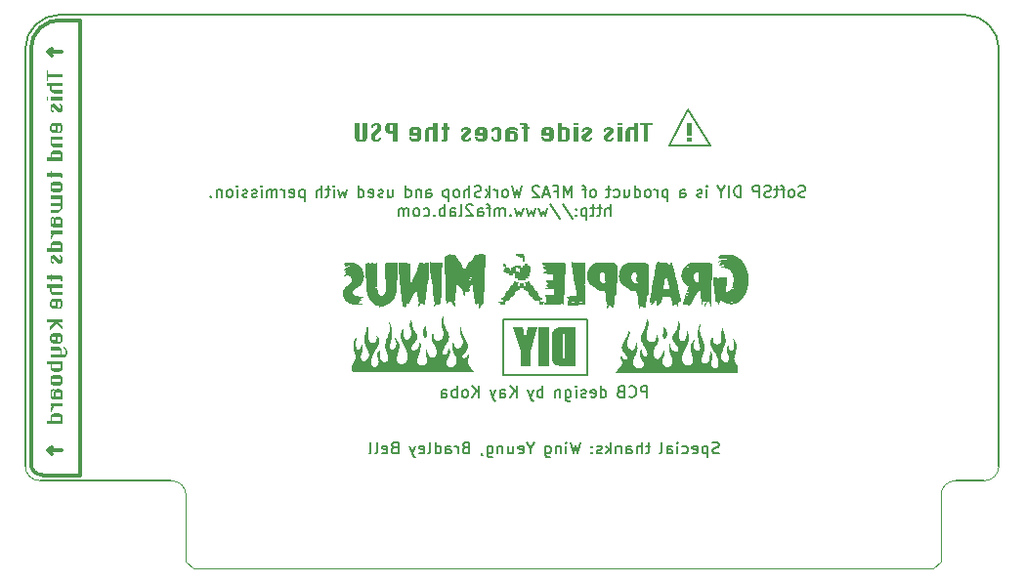
<source format=gbo>
G04 #@! TF.GenerationSoftware,KiCad,Pcbnew,(7.0.0-0)*
G04 #@! TF.CreationDate,2024-03-05T23:33:03+09:00*
G04 #@! TF.ProjectId,Grappler_Minus_Keros_alldip_GH_1.4,47726170-706c-4657-925f-4d696e75735f,3*
G04 #@! TF.SameCoordinates,Original*
G04 #@! TF.FileFunction,Legend,Bot*
G04 #@! TF.FilePolarity,Positive*
%FSLAX46Y46*%
G04 Gerber Fmt 4.6, Leading zero omitted, Abs format (unit mm)*
G04 Created by KiCad (PCBNEW (7.0.0-0)) date 2024-03-05 23:33:03*
%MOMM*%
%LPD*%
G01*
G04 APERTURE LIST*
%ADD10C,0.300000*%
%ADD11C,0.000000*%
%ADD12C,0.200000*%
%ADD13C,0.150000*%
G04 #@! TA.AperFunction,Profile*
%ADD14C,0.100000*%
G04 #@! TD*
G04 #@! TA.AperFunction,Profile*
%ADD15C,0.150000*%
G04 #@! TD*
G04 APERTURE END LIST*
D10*
X101645184Y-84834023D02*
X101645184Y-124284023D01*
D11*
G36*
X140546472Y-107459785D02*
G01*
X140576669Y-107460473D01*
X140602675Y-107461588D01*
X140622507Y-107463103D01*
X140629487Y-107464001D01*
X140634179Y-107464989D01*
X140634179Y-107533665D01*
X140634128Y-107568252D01*
X140634217Y-107602839D01*
X140634073Y-107637177D01*
X140634105Y-107645955D01*
X140634258Y-107654857D01*
X140634583Y-107663906D01*
X140635125Y-107673126D01*
X140738433Y-107673126D01*
X140738978Y-107686826D01*
X140739184Y-107700379D01*
X140739086Y-107727221D01*
X140739039Y-107740598D01*
X140739163Y-107754001D01*
X140739585Y-107767477D01*
X140740434Y-107781066D01*
X140846206Y-107781066D01*
X140846697Y-107787716D01*
X140847040Y-107794332D01*
X140847372Y-107807485D01*
X140847382Y-107820566D01*
X140847253Y-107833617D01*
X140847165Y-107846677D01*
X140847300Y-107859787D01*
X140847840Y-107872988D01*
X140848318Y-107879635D01*
X140848965Y-107886320D01*
X140952812Y-107886320D01*
X140952812Y-108097273D01*
X141057603Y-108097273D01*
X141057603Y-108202823D01*
X141162968Y-108202823D01*
X141163647Y-108216567D01*
X141163891Y-108230161D01*
X141163739Y-108257075D01*
X141163675Y-108270486D01*
X141163840Y-108283927D01*
X141164401Y-108297442D01*
X141164882Y-108304242D01*
X141165524Y-108311077D01*
X141269592Y-108311077D01*
X141269592Y-108519992D01*
X141276471Y-108520700D01*
X141283311Y-108521194D01*
X141290117Y-108521506D01*
X141296893Y-108521670D01*
X141310376Y-108521683D01*
X141323798Y-108521497D01*
X141337198Y-108521375D01*
X141350613Y-108521581D01*
X141357338Y-108521889D01*
X141364082Y-108522378D01*
X141370848Y-108523080D01*
X141377643Y-108524030D01*
X141377643Y-108733629D01*
X141384292Y-108734120D01*
X141390909Y-108734462D01*
X141404064Y-108734792D01*
X141417148Y-108734800D01*
X141430200Y-108734669D01*
X141443262Y-108734580D01*
X141456371Y-108734715D01*
X141469570Y-108735258D01*
X141476215Y-108735738D01*
X141482897Y-108736389D01*
X141482897Y-108840216D01*
X141589077Y-108840216D01*
X141589077Y-108946433D01*
X141691719Y-108946433D01*
X141691719Y-109051872D01*
X141588521Y-109051872D01*
X141588651Y-109264342D01*
X141780267Y-109264342D01*
X141812473Y-109264148D01*
X141828573Y-109264171D01*
X141836620Y-109264289D01*
X141844664Y-109264509D01*
X141848457Y-109264589D01*
X141852260Y-109264578D01*
X141859892Y-109264377D01*
X141867562Y-109264085D01*
X141875270Y-109263882D01*
X141879138Y-109263870D01*
X141883016Y-109263947D01*
X141886903Y-109264136D01*
X141890800Y-109264460D01*
X141894707Y-109264940D01*
X141898624Y-109265600D01*
X141902550Y-109266461D01*
X141906487Y-109267547D01*
X141906642Y-109318249D01*
X141906599Y-109343762D01*
X141906339Y-109369800D01*
X141801344Y-109369800D01*
X141801344Y-109472942D01*
X141777627Y-109474514D01*
X141733315Y-109475538D01*
X141611017Y-109476028D01*
X141490667Y-109474590D01*
X141448790Y-109473205D01*
X141428482Y-109471404D01*
X141428482Y-109156143D01*
X141242959Y-109156143D01*
X141196451Y-109156206D01*
X141149929Y-109156088D01*
X141103731Y-109156271D01*
X141091990Y-109156257D01*
X141080126Y-109156112D01*
X141068116Y-109155783D01*
X141055936Y-109155217D01*
X141055936Y-109103193D01*
X140953219Y-109103193D01*
X140952532Y-109089848D01*
X140952266Y-109076636D01*
X140952372Y-109050443D01*
X140952429Y-109037377D01*
X140952277Y-109024274D01*
X140951760Y-109011093D01*
X140951315Y-109004460D01*
X140950719Y-108997791D01*
X140846688Y-108997791D01*
X140846688Y-108841252D01*
X140839806Y-108840581D01*
X140832965Y-108840105D01*
X140819382Y-108839620D01*
X140805897Y-108839565D01*
X140792468Y-108839708D01*
X140779053Y-108839818D01*
X140765610Y-108839661D01*
X140758865Y-108839410D01*
X140752096Y-108839006D01*
X140745300Y-108838420D01*
X140738471Y-108837622D01*
X140738471Y-108735905D01*
X140731781Y-108735329D01*
X140725129Y-108734933D01*
X140711917Y-108734572D01*
X140698796Y-108734590D01*
X140685728Y-108734760D01*
X140672675Y-108734851D01*
X140659601Y-108734632D01*
X140653044Y-108734335D01*
X140646467Y-108733875D01*
X140639866Y-108733223D01*
X140633235Y-108732349D01*
X140633235Y-108626208D01*
X140527314Y-108626208D01*
X140527314Y-108414200D01*
X140421709Y-108414200D01*
X140421709Y-108310705D01*
X140407998Y-108310182D01*
X140394438Y-108309977D01*
X140367591Y-108310052D01*
X140354215Y-108310094D01*
X140340813Y-108309981D01*
X140327340Y-108309595D01*
X140313751Y-108308816D01*
X140313751Y-108201747D01*
X140102206Y-108201747D01*
X140102206Y-108098290D01*
X139784333Y-108098290D01*
X139784333Y-108202895D01*
X139574621Y-108202895D01*
X139574059Y-108209783D01*
X139573660Y-108216628D01*
X139573254Y-108230215D01*
X139573208Y-108243699D01*
X139573323Y-108257124D01*
X139573402Y-108270536D01*
X139573249Y-108283978D01*
X139572665Y-108297495D01*
X139572151Y-108304296D01*
X139571454Y-108311131D01*
X139467571Y-108311131D01*
X139467571Y-108415570D01*
X139359446Y-108415570D01*
X139359446Y-108627078D01*
X139254766Y-108627078D01*
X139254766Y-108735240D01*
X139148216Y-108735240D01*
X139148216Y-108840030D01*
X139042684Y-108840030D01*
X139042684Y-108946859D01*
X138938616Y-108946859D01*
X138938616Y-109051261D01*
X138829769Y-109051261D01*
X138829769Y-109156181D01*
X138757556Y-109156181D01*
X138688381Y-109156199D01*
X138618261Y-109156681D01*
X138618261Y-109264898D01*
X138460390Y-109264898D01*
X138460390Y-109474405D01*
X138088973Y-109474405D01*
X138088973Y-109368689D01*
X137930213Y-109368689D01*
X137930213Y-109264306D01*
X138299426Y-109264306D01*
X138299350Y-109051077D01*
X138196245Y-109051077D01*
X138196245Y-108945287D01*
X138301814Y-108945287D01*
X138301814Y-108839033D01*
X138405882Y-108839033D01*
X138405882Y-108734631D01*
X138514580Y-108734631D01*
X138514580Y-108520974D01*
X138619131Y-108520974D01*
X138619131Y-108309818D01*
X138725959Y-108309818D01*
X138725959Y-108201619D01*
X138831176Y-108201619D01*
X138831176Y-108096383D01*
X138938670Y-108096383D01*
X138938670Y-108025727D01*
X138938613Y-107989944D01*
X138938708Y-107954162D01*
X138938553Y-107919868D01*
X138938589Y-107911104D01*
X138938757Y-107902220D01*
X138939107Y-107893195D01*
X138939689Y-107884005D01*
X139044147Y-107884005D01*
X139044147Y-107781215D01*
X139057491Y-107780586D01*
X139070698Y-107780341D01*
X139096867Y-107780432D01*
X139109910Y-107780484D01*
X139122980Y-107780350D01*
X139136118Y-107779888D01*
X139149364Y-107778955D01*
X139149364Y-107672108D01*
X139255322Y-107672108D01*
X139255322Y-107462304D01*
X139468700Y-107462304D01*
X139468700Y-107567650D01*
X139677911Y-107567650D01*
X139677911Y-107673497D01*
X139574658Y-107673497D01*
X139574658Y-107884023D01*
X139785184Y-107884023D01*
X139785184Y-107674904D01*
X139807867Y-107673304D01*
X139846660Y-107672288D01*
X139950130Y-107671897D01*
X140003587Y-107672462D01*
X140050712Y-107673495D01*
X140085893Y-107674967D01*
X140097251Y-107675859D01*
X140103520Y-107676849D01*
X140103520Y-107883986D01*
X140312861Y-107883986D01*
X140312861Y-107671978D01*
X140211497Y-107671978D01*
X140211497Y-107566706D01*
X140422078Y-107566706D01*
X140422515Y-107553140D01*
X140422683Y-107539731D01*
X140422599Y-107513331D01*
X140422602Y-107487407D01*
X140422878Y-107474592D01*
X140423467Y-107461859D01*
X140450582Y-107460561D01*
X140481444Y-107459801D01*
X140514069Y-107459552D01*
X140546472Y-107459785D01*
G37*
D10*
X97402950Y-123273025D02*
X97405184Y-87335022D01*
D11*
G36*
X131674211Y-111289267D02*
G01*
X131674596Y-111300498D01*
X131675453Y-111321140D01*
X131675635Y-111330708D01*
X131675457Y-111339878D01*
X131675188Y-111344338D01*
X131674775Y-111348727D01*
X131674199Y-111353057D01*
X131673442Y-111357335D01*
X131667150Y-111392011D01*
X131662179Y-111426508D01*
X131658503Y-111460843D01*
X131656096Y-111495033D01*
X131654933Y-111529097D01*
X131654990Y-111563052D01*
X131656240Y-111596914D01*
X131658658Y-111630702D01*
X131662219Y-111664433D01*
X131666898Y-111698125D01*
X131672669Y-111731794D01*
X131679507Y-111765459D01*
X131687386Y-111799136D01*
X131696281Y-111832843D01*
X131706167Y-111866598D01*
X131717019Y-111900418D01*
X131728198Y-111937867D01*
X131736374Y-111974373D01*
X131741592Y-112009938D01*
X131743899Y-112044566D01*
X131743338Y-112078259D01*
X131739956Y-112111021D01*
X131733797Y-112142855D01*
X131724907Y-112173763D01*
X131713331Y-112203749D01*
X131699114Y-112232815D01*
X131682301Y-112260965D01*
X131662938Y-112288202D01*
X131641070Y-112314528D01*
X131616742Y-112339946D01*
X131590000Y-112364460D01*
X131560888Y-112388072D01*
X131532518Y-112360803D01*
X131506270Y-112332127D01*
X131482139Y-112302139D01*
X131460117Y-112270930D01*
X131440198Y-112238593D01*
X131422375Y-112205221D01*
X131406644Y-112170905D01*
X131392996Y-112135740D01*
X131381426Y-112099816D01*
X131371927Y-112063228D01*
X131364493Y-112026067D01*
X131359117Y-111988426D01*
X131355794Y-111950397D01*
X131354516Y-111912073D01*
X131355277Y-111873547D01*
X131358072Y-111834912D01*
X131362893Y-111796258D01*
X131369734Y-111757680D01*
X131378589Y-111719270D01*
X131389451Y-111681121D01*
X131402315Y-111643324D01*
X131417172Y-111605973D01*
X131434019Y-111569160D01*
X131452847Y-111532977D01*
X131473650Y-111497518D01*
X131496423Y-111462874D01*
X131521158Y-111429139D01*
X131547849Y-111396404D01*
X131576491Y-111364763D01*
X131607076Y-111334308D01*
X131639598Y-111305131D01*
X131674051Y-111277326D01*
X131674211Y-111289267D01*
G37*
D10*
X101645184Y-124284023D02*
X98465184Y-124284023D01*
D11*
G36*
X140102799Y-105233172D02*
G01*
X140116835Y-105233684D01*
X140130535Y-105233890D01*
X140157098Y-105233820D01*
X140182820Y-105233833D01*
X140195470Y-105234143D01*
X140208034Y-105234801D01*
X140208034Y-105762108D01*
X139997897Y-105762108D01*
X139997897Y-105446736D01*
X139784167Y-105446736D01*
X139784167Y-105338037D01*
X139572770Y-105338037D01*
X139572770Y-105233339D01*
X139470109Y-105233339D01*
X139470109Y-105128659D01*
X140102799Y-105128659D01*
X140102799Y-105233172D01*
G37*
G36*
X140737916Y-106716376D02*
G01*
X140737916Y-106718579D01*
X140633736Y-106718579D01*
X140633736Y-107035934D01*
X140563079Y-107035934D01*
X140527297Y-107035876D01*
X140491514Y-107035971D01*
X140474489Y-107035935D01*
X140457392Y-107035804D01*
X140448806Y-107035825D01*
X140440188Y-107035966D01*
X140431534Y-107036277D01*
X140422839Y-107036805D01*
X140422679Y-107090624D01*
X140422753Y-107116979D01*
X140423173Y-107143651D01*
X140526260Y-107143651D01*
X140526260Y-107247980D01*
X140315344Y-107247980D01*
X140314753Y-107261848D01*
X140314521Y-107275493D01*
X140314622Y-107302190D01*
X140314700Y-107315284D01*
X140314625Y-107328235D01*
X140314272Y-107341063D01*
X140313511Y-107353789D01*
X140267478Y-107355366D01*
X140178427Y-107356307D01*
X139930695Y-107356458D01*
X139689157Y-107354599D01*
X139607850Y-107353027D01*
X139572659Y-107351085D01*
X139572659Y-107247072D01*
X139359910Y-107247072D01*
X139359910Y-106824149D01*
X139148328Y-106824149D01*
X139148328Y-106928310D01*
X139125488Y-106929903D01*
X139086618Y-106930909D01*
X138983159Y-106931280D01*
X138929758Y-106930705D01*
X138882701Y-106929662D01*
X138847581Y-106928180D01*
X138836246Y-106927285D01*
X138829992Y-106926291D01*
X138829992Y-106822834D01*
X138618466Y-106822834D01*
X138618466Y-106717450D01*
X138405439Y-106717450D01*
X138405439Y-106612733D01*
X139469757Y-106612733D01*
X139678190Y-106612697D01*
X139678846Y-106619238D01*
X139679335Y-106625758D01*
X139679899Y-106638744D01*
X139680056Y-106651679D01*
X139679982Y-106664585D01*
X139679836Y-106690402D01*
X139680114Y-106703358D01*
X139680857Y-106716376D01*
X139783129Y-106716376D01*
X139783129Y-106402133D01*
X139774930Y-106401608D01*
X139766648Y-106401306D01*
X139758297Y-106401176D01*
X139749891Y-106401168D01*
X139732964Y-106401318D01*
X139715973Y-106401356D01*
X139680218Y-106401260D01*
X139644464Y-106401318D01*
X139573900Y-106401318D01*
X139573900Y-106295139D01*
X139469757Y-106295139D01*
X139469757Y-106612733D01*
X138405439Y-106612733D01*
X138405439Y-106612196D01*
X138302463Y-106612196D01*
X138302463Y-106506183D01*
X138406235Y-106506183D01*
X138406235Y-106402818D01*
X138413240Y-106402214D01*
X138420185Y-106401785D01*
X138433904Y-106401351D01*
X138447412Y-106401309D01*
X138460730Y-106401452D01*
X138473877Y-106401573D01*
X138486873Y-106401464D01*
X138499737Y-106400917D01*
X138506126Y-106400415D01*
X138512490Y-106399726D01*
X138512490Y-106346885D01*
X138460408Y-106344052D01*
X138460408Y-106241261D01*
X138440184Y-106240786D01*
X138420144Y-106240598D01*
X138380545Y-106240684D01*
X138341469Y-106240711D01*
X138322084Y-106240451D01*
X138302778Y-106239872D01*
X138301293Y-106215181D01*
X138300392Y-106180551D01*
X138300036Y-106139804D01*
X138300181Y-106096764D01*
X138300786Y-106055252D01*
X138301809Y-106019092D01*
X138303210Y-105992106D01*
X138304038Y-105983248D01*
X138304945Y-105978117D01*
X138512989Y-105978098D01*
X138515398Y-106030068D01*
X138619503Y-106030068D01*
X138619503Y-106293656D01*
X138831308Y-106293656D01*
X138831308Y-106401688D01*
X138939173Y-106401688D01*
X138939173Y-106504720D01*
X139043538Y-106504720D01*
X139044038Y-106292545D01*
X139147792Y-106292545D01*
X139148468Y-106279186D01*
X139148736Y-106265982D01*
X139148639Y-106239906D01*
X139148570Y-106226972D01*
X139148687Y-106214064D01*
X139149137Y-106201150D01*
X139149534Y-106194681D01*
X139150069Y-106188199D01*
X139221949Y-106188199D01*
X139256528Y-106188263D01*
X139273820Y-106188261D01*
X139291106Y-106188161D01*
X139308172Y-106188196D01*
X139325471Y-106188328D01*
X139334270Y-106188287D01*
X139343201Y-106188099D01*
X139352289Y-106187706D01*
X139361559Y-106187050D01*
X139361559Y-106083018D01*
X139893032Y-106083018D01*
X139893032Y-106152861D01*
X139892984Y-106188643D01*
X139893088Y-106224426D01*
X139893051Y-106241451D01*
X139892919Y-106258548D01*
X139892937Y-106267134D01*
X139893075Y-106275752D01*
X139893381Y-106284406D01*
X139893903Y-106293101D01*
X139946632Y-106293251D01*
X139972496Y-106293160D01*
X139998749Y-106292638D01*
X139998749Y-106080945D01*
X140209942Y-106080945D01*
X140209942Y-105978358D01*
X140422932Y-105978358D01*
X140422932Y-106081667D01*
X140493866Y-106081647D01*
X140529649Y-106081590D01*
X140565431Y-106081685D01*
X140599665Y-106081522D01*
X140608357Y-106081552D01*
X140617133Y-106081710D01*
X140626007Y-106082046D01*
X140634995Y-106082610D01*
X140634995Y-106188420D01*
X140737916Y-106188420D01*
X140737916Y-106716376D01*
G37*
G36*
X152249678Y-111424215D02*
G01*
X152282200Y-111453392D01*
X152312785Y-111483847D01*
X152341427Y-111515488D01*
X152368118Y-111548223D01*
X152392853Y-111581958D01*
X152415626Y-111616602D01*
X152436429Y-111652061D01*
X152455257Y-111688244D01*
X152472104Y-111725057D01*
X152486961Y-111762408D01*
X152499825Y-111800205D01*
X152510687Y-111838354D01*
X152519542Y-111876764D01*
X152526383Y-111915342D01*
X152531204Y-111953996D01*
X152533999Y-111992631D01*
X152534760Y-112031157D01*
X152533482Y-112069481D01*
X152530159Y-112107510D01*
X152524783Y-112145151D01*
X152517349Y-112182312D01*
X152507850Y-112218900D01*
X152496280Y-112254824D01*
X152482632Y-112289989D01*
X152466901Y-112324305D01*
X152449078Y-112357677D01*
X152429159Y-112390014D01*
X152407137Y-112421223D01*
X152383006Y-112451211D01*
X152356758Y-112479887D01*
X152328388Y-112507156D01*
X152299276Y-112483544D01*
X152272534Y-112459030D01*
X152248206Y-112433612D01*
X152226338Y-112407286D01*
X152206975Y-112380049D01*
X152190162Y-112351899D01*
X152175945Y-112322833D01*
X152164369Y-112292847D01*
X152155479Y-112261939D01*
X152149320Y-112230105D01*
X152145938Y-112197343D01*
X152145377Y-112163650D01*
X152147684Y-112129022D01*
X152152902Y-112093457D01*
X152161078Y-112056951D01*
X152172257Y-112019502D01*
X152183109Y-111985682D01*
X152192995Y-111951927D01*
X152201890Y-111918220D01*
X152209769Y-111884543D01*
X152216607Y-111850878D01*
X152222378Y-111817209D01*
X152227057Y-111783517D01*
X152230618Y-111749786D01*
X152233036Y-111715998D01*
X152234286Y-111682136D01*
X152234343Y-111648181D01*
X152233180Y-111614117D01*
X152230773Y-111579927D01*
X152227097Y-111545592D01*
X152222126Y-111511095D01*
X152215834Y-111476419D01*
X152215077Y-111472141D01*
X152214501Y-111467811D01*
X152214088Y-111463422D01*
X152213819Y-111458962D01*
X152213641Y-111449792D01*
X152213823Y-111440224D01*
X152214680Y-111419582D01*
X152215065Y-111408351D01*
X152215225Y-111396410D01*
X152249678Y-111424215D01*
G37*
D10*
X101645184Y-84834023D02*
X100168647Y-84834023D01*
D12*
X156255184Y-95734023D02*
X152755184Y-95734023D01*
X154365184Y-92614023D01*
X156255184Y-95734023D01*
D10*
X100168645Y-84834042D02*
G75*
G03*
X97405184Y-87335022I-249945J-2501058D01*
G01*
D12*
X138363761Y-110736755D02*
X145593761Y-110736755D01*
X145593761Y-110736755D02*
X145593761Y-115626755D01*
X145593761Y-115626755D02*
X138363761Y-115626755D01*
X138363761Y-115626755D02*
X138363761Y-110736755D01*
D11*
G36*
X133143958Y-110596190D02*
G01*
X133143969Y-110642637D01*
X133144395Y-110689076D01*
X133146475Y-110750485D01*
X133150744Y-110811301D01*
X133157121Y-110871545D01*
X133165525Y-110931239D01*
X133175874Y-110990407D01*
X133188088Y-111049071D01*
X133202085Y-111107253D01*
X133217784Y-111164975D01*
X133235103Y-111222260D01*
X133253961Y-111279130D01*
X133274277Y-111335607D01*
X133295969Y-111391715D01*
X133343158Y-111502910D01*
X133394877Y-111612894D01*
X133438288Y-111702053D01*
X133481144Y-111791498D01*
X133565507Y-111971035D01*
X133582978Y-112011019D01*
X133598175Y-112050981D01*
X133611066Y-112090918D01*
X133621620Y-112130826D01*
X133629806Y-112170702D01*
X133635593Y-112210545D01*
X133638949Y-112250350D01*
X133639844Y-112290115D01*
X133638247Y-112329838D01*
X133634126Y-112369515D01*
X133627450Y-112409144D01*
X133618188Y-112448721D01*
X133606309Y-112488244D01*
X133591782Y-112527709D01*
X133574575Y-112567115D01*
X133554658Y-112606458D01*
X133485955Y-112730933D01*
X133416549Y-112855044D01*
X133382226Y-112917279D01*
X133348498Y-112979804D01*
X133315623Y-113042745D01*
X133283858Y-113106229D01*
X133256038Y-113164026D01*
X133228876Y-113222224D01*
X133202490Y-113280821D01*
X133176999Y-113339817D01*
X133152523Y-113399209D01*
X133129181Y-113458997D01*
X133107091Y-113519179D01*
X133086373Y-113579754D01*
X133080842Y-113598223D01*
X133076331Y-113617005D01*
X133072938Y-113635974D01*
X133070763Y-113655006D01*
X133069906Y-113673974D01*
X133070465Y-113692755D01*
X133072540Y-113711222D01*
X133074177Y-113720299D01*
X133076230Y-113729250D01*
X133078711Y-113738061D01*
X133081634Y-113746715D01*
X133085010Y-113755197D01*
X133088852Y-113763491D01*
X133093172Y-113771582D01*
X133097983Y-113779453D01*
X133103296Y-113787090D01*
X133109125Y-113794476D01*
X133115482Y-113801596D01*
X133122380Y-113808434D01*
X133129829Y-113814975D01*
X133137844Y-113821203D01*
X133146437Y-113827102D01*
X133155619Y-113832657D01*
X133165403Y-113837852D01*
X133175803Y-113842671D01*
X133186030Y-113846783D01*
X133196198Y-113850279D01*
X133206300Y-113853174D01*
X133216329Y-113855482D01*
X133226276Y-113857217D01*
X133236136Y-113858395D01*
X133245899Y-113859028D01*
X133255559Y-113859133D01*
X133265108Y-113858723D01*
X133274540Y-113857814D01*
X133283845Y-113856419D01*
X133293019Y-113854552D01*
X133302052Y-113852230D01*
X133310937Y-113849465D01*
X133319668Y-113846273D01*
X133328236Y-113842667D01*
X133336634Y-113838664D01*
X133344855Y-113834276D01*
X133360736Y-113824407D01*
X133375820Y-113813175D01*
X133390048Y-113800698D01*
X133403360Y-113787090D01*
X133415697Y-113772469D01*
X133427001Y-113756950D01*
X133437211Y-113740648D01*
X133448101Y-113721010D01*
X133458319Y-113700972D01*
X133467923Y-113680573D01*
X133476970Y-113659848D01*
X133485520Y-113638835D01*
X133493631Y-113617570D01*
X133508767Y-113574430D01*
X133563417Y-113399124D01*
X133565623Y-113391701D01*
X133567514Y-113384144D01*
X133569123Y-113376429D01*
X133570487Y-113368536D01*
X133571642Y-113360442D01*
X133572622Y-113352126D01*
X133574202Y-113334741D01*
X133576830Y-113296347D01*
X133578446Y-113274990D01*
X133580641Y-113251963D01*
X133606632Y-113283254D01*
X133630203Y-113314635D01*
X133651368Y-113346123D01*
X133670144Y-113377736D01*
X133686545Y-113409494D01*
X133700587Y-113441414D01*
X133712284Y-113473516D01*
X133721651Y-113505817D01*
X133728704Y-113538336D01*
X133733458Y-113571093D01*
X133735928Y-113604104D01*
X133736129Y-113637390D01*
X133734077Y-113670968D01*
X133729785Y-113704857D01*
X133723270Y-113739075D01*
X133714547Y-113773641D01*
X133708748Y-113793238D01*
X133702495Y-113812719D01*
X133688764Y-113851363D01*
X133673624Y-113889621D01*
X133657347Y-113927540D01*
X133640203Y-113965167D01*
X133622463Y-114002551D01*
X133586277Y-114076775D01*
X133569056Y-114110594D01*
X133550894Y-114143949D01*
X133532094Y-114176989D01*
X133512961Y-114209867D01*
X133474909Y-114275736D01*
X133456598Y-114309028D01*
X133439169Y-114342761D01*
X133426058Y-114370993D01*
X133414837Y-114399015D01*
X133405476Y-114426781D01*
X133397945Y-114454245D01*
X133392214Y-114481361D01*
X133388252Y-114508083D01*
X133386031Y-114534366D01*
X133385518Y-114560163D01*
X133386685Y-114585429D01*
X133389501Y-114610118D01*
X133393937Y-114634183D01*
X133399960Y-114657580D01*
X133407543Y-114680261D01*
X133416654Y-114702182D01*
X133427264Y-114723296D01*
X133439341Y-114743558D01*
X133452857Y-114762921D01*
X133467780Y-114781341D01*
X133484082Y-114798769D01*
X133501731Y-114815162D01*
X133520697Y-114830473D01*
X133540951Y-114844656D01*
X133562461Y-114857666D01*
X133585199Y-114869456D01*
X133609134Y-114879980D01*
X133634235Y-114889194D01*
X133660473Y-114897050D01*
X133687817Y-114903503D01*
X133716238Y-114908507D01*
X133745704Y-114912016D01*
X133776186Y-114913984D01*
X133807655Y-114914366D01*
X133830808Y-114913488D01*
X133853764Y-114911489D01*
X133876494Y-114908399D01*
X133898967Y-114904244D01*
X133921153Y-114899050D01*
X133943022Y-114892847D01*
X133964545Y-114885659D01*
X133985692Y-114877516D01*
X134006432Y-114868444D01*
X134026736Y-114858470D01*
X134046574Y-114847621D01*
X134065917Y-114835925D01*
X134084733Y-114823409D01*
X134102994Y-114810100D01*
X134120669Y-114796025D01*
X134137728Y-114781212D01*
X134154143Y-114765687D01*
X134169882Y-114749478D01*
X134184915Y-114732612D01*
X134199214Y-114715116D01*
X134212748Y-114697018D01*
X134225487Y-114678345D01*
X134237401Y-114659123D01*
X134248460Y-114639381D01*
X134258636Y-114619144D01*
X134267896Y-114598442D01*
X134276212Y-114577299D01*
X134283555Y-114555745D01*
X134289893Y-114533806D01*
X134295197Y-114511509D01*
X134299437Y-114488882D01*
X134302583Y-114465951D01*
X134305681Y-114431178D01*
X134307176Y-114396775D01*
X134307123Y-114362723D01*
X134305582Y-114329005D01*
X134302610Y-114295601D01*
X134298263Y-114262493D01*
X134292599Y-114229663D01*
X134285677Y-114197091D01*
X134277552Y-114164760D01*
X134268283Y-114132651D01*
X134257928Y-114100744D01*
X134246543Y-114069023D01*
X134234185Y-114037467D01*
X134220913Y-114006059D01*
X134206784Y-113974780D01*
X134191856Y-113943611D01*
X134132186Y-113822048D01*
X134102800Y-113760957D01*
X134074126Y-113699556D01*
X134046472Y-113637766D01*
X134020149Y-113575510D01*
X133995464Y-113512711D01*
X133972727Y-113449289D01*
X133958266Y-113403493D01*
X133945970Y-113357542D01*
X133935826Y-113311399D01*
X133927820Y-113265028D01*
X133921940Y-113218394D01*
X133918173Y-113171461D01*
X133916505Y-113124191D01*
X133916923Y-113076551D01*
X133919415Y-113028503D01*
X133923967Y-112980011D01*
X133930566Y-112931040D01*
X133939200Y-112881554D01*
X133949855Y-112831517D01*
X133962517Y-112780892D01*
X133977175Y-112729644D01*
X133993815Y-112677737D01*
X134007265Y-112729150D01*
X134018133Y-112771757D01*
X134023085Y-112790600D01*
X134027975Y-112808252D01*
X134032996Y-112825050D01*
X134038345Y-112841329D01*
X134090057Y-112998479D01*
X134103741Y-113037425D01*
X134118392Y-113075883D01*
X134134344Y-113113675D01*
X134142912Y-113132268D01*
X134151930Y-113150627D01*
X134163181Y-113171974D01*
X134174629Y-113192062D01*
X134186275Y-113210892D01*
X134198117Y-113228466D01*
X134210156Y-113244787D01*
X134222391Y-113259854D01*
X134234821Y-113273671D01*
X134247448Y-113286239D01*
X134260270Y-113297560D01*
X134273286Y-113307634D01*
X134286498Y-113316465D01*
X134299904Y-113324054D01*
X134313504Y-113330401D01*
X134327298Y-113335510D01*
X134341286Y-113339381D01*
X134355467Y-113342017D01*
X134369841Y-113343419D01*
X134384408Y-113343588D01*
X134399167Y-113342527D01*
X134414119Y-113340237D01*
X134429262Y-113336720D01*
X134444596Y-113331977D01*
X134460122Y-113326011D01*
X134475839Y-113318822D01*
X134491747Y-113310413D01*
X134507845Y-113300784D01*
X134524133Y-113289939D01*
X134540611Y-113277878D01*
X134557279Y-113264604D01*
X134574135Y-113250117D01*
X134591181Y-113234420D01*
X134608415Y-113217514D01*
X134651418Y-113171200D01*
X134689924Y-113123704D01*
X134707486Y-113099523D01*
X134723916Y-113075061D01*
X134739214Y-113050322D01*
X134753375Y-113025311D01*
X134766398Y-113000033D01*
X134778281Y-112974491D01*
X134789021Y-112948691D01*
X134798616Y-112922638D01*
X134807063Y-112896336D01*
X134814361Y-112869789D01*
X134820506Y-112843003D01*
X134825496Y-112815983D01*
X134829329Y-112788732D01*
X134832003Y-112761256D01*
X134833515Y-112733560D01*
X134833862Y-112705647D01*
X134833044Y-112677523D01*
X134831056Y-112649193D01*
X134827897Y-112620660D01*
X134823565Y-112591931D01*
X134818056Y-112563008D01*
X134811369Y-112533898D01*
X134803501Y-112504605D01*
X134794450Y-112475133D01*
X134772790Y-112415673D01*
X134746368Y-112355555D01*
X134725053Y-112309733D01*
X134704815Y-112263775D01*
X134685797Y-112217654D01*
X134668137Y-112171337D01*
X134651976Y-112124798D01*
X134637454Y-112078005D01*
X134624712Y-112030929D01*
X134613889Y-111983541D01*
X134605125Y-111935810D01*
X134598562Y-111887709D01*
X134594339Y-111839206D01*
X134592596Y-111790272D01*
X134593473Y-111740878D01*
X134597111Y-111690994D01*
X134603650Y-111640591D01*
X134613230Y-111589639D01*
X134616513Y-111575424D01*
X134620226Y-111561244D01*
X134624458Y-111547056D01*
X134629293Y-111532817D01*
X134631965Y-111525664D01*
X134634820Y-111518482D01*
X134637869Y-111511265D01*
X134641124Y-111504007D01*
X134644594Y-111496704D01*
X134648291Y-111489350D01*
X134652226Y-111481939D01*
X134656409Y-111474466D01*
X134672571Y-111566549D01*
X134693245Y-111656688D01*
X134717996Y-111745067D01*
X134746390Y-111831872D01*
X134777994Y-111917288D01*
X134812373Y-112001501D01*
X134849094Y-112084695D01*
X134887722Y-112167056D01*
X134968964Y-112330017D01*
X135052628Y-112491866D01*
X135135241Y-112654084D01*
X135213332Y-112818153D01*
X135231881Y-112862175D01*
X135247552Y-112905726D01*
X135260303Y-112948818D01*
X135270087Y-112991464D01*
X135276862Y-113033676D01*
X135280582Y-113075466D01*
X135281203Y-113116846D01*
X135278680Y-113157828D01*
X135272970Y-113198425D01*
X135264028Y-113238649D01*
X135251809Y-113278511D01*
X135236270Y-113318025D01*
X135217365Y-113357203D01*
X135195050Y-113396056D01*
X135169282Y-113434596D01*
X135140015Y-113472837D01*
X135075710Y-113552614D01*
X135012228Y-113633069D01*
X134949530Y-113714140D01*
X134887576Y-113795761D01*
X134861405Y-113830355D01*
X134848484Y-113848061D01*
X134842225Y-113857029D01*
X134836161Y-113866080D01*
X134830339Y-113875218D01*
X134824803Y-113884445D01*
X134819601Y-113893766D01*
X134814777Y-113903185D01*
X134810377Y-113912705D01*
X134806448Y-113922332D01*
X134803035Y-113932067D01*
X134800184Y-113941916D01*
X134797703Y-113952211D01*
X134795447Y-113963021D01*
X134793457Y-113974239D01*
X134791773Y-113985757D01*
X134790436Y-113997469D01*
X134789487Y-114009267D01*
X134788967Y-114021044D01*
X134788916Y-114032691D01*
X134789375Y-114044103D01*
X134790385Y-114055172D01*
X134791986Y-114065790D01*
X134794219Y-114075850D01*
X134797126Y-114085245D01*
X134800746Y-114093867D01*
X134802837Y-114097855D01*
X134805121Y-114101610D01*
X134807604Y-114105118D01*
X134810291Y-114108365D01*
X134813381Y-114111587D01*
X134816759Y-114114687D01*
X134820409Y-114117664D01*
X134824316Y-114120518D01*
X134832838Y-114125848D01*
X134842203Y-114130667D01*
X134852289Y-114134964D01*
X134862974Y-114138729D01*
X134874134Y-114141951D01*
X134885648Y-114144620D01*
X134897392Y-114146725D01*
X134909245Y-114148256D01*
X134921085Y-114149202D01*
X134932788Y-114149553D01*
X134944232Y-114149299D01*
X134955295Y-114148429D01*
X134965855Y-114146932D01*
X134975788Y-114144799D01*
X134993049Y-114140042D01*
X135009768Y-114134768D01*
X135025949Y-114128983D01*
X135041597Y-114122693D01*
X135056717Y-114115906D01*
X135071314Y-114108629D01*
X135085393Y-114100868D01*
X135098959Y-114092631D01*
X135112018Y-114083925D01*
X135124573Y-114074757D01*
X135136629Y-114065133D01*
X135148193Y-114055061D01*
X135159268Y-114044548D01*
X135169860Y-114033600D01*
X135179974Y-114022225D01*
X135189614Y-114010430D01*
X135198786Y-113998222D01*
X135207495Y-113985607D01*
X135215745Y-113972593D01*
X135223541Y-113959186D01*
X135230889Y-113945395D01*
X135237793Y-113931225D01*
X135250291Y-113901777D01*
X135261073Y-113870901D01*
X135270179Y-113838651D01*
X135277650Y-113805084D01*
X135283525Y-113770255D01*
X135302720Y-113791506D01*
X135320099Y-113813174D01*
X135335582Y-113835249D01*
X135349091Y-113857721D01*
X135355079Y-113869103D01*
X135360545Y-113880581D01*
X135365477Y-113892153D01*
X135369865Y-113903819D01*
X135373701Y-113915576D01*
X135376973Y-113927424D01*
X135379672Y-113939362D01*
X135381788Y-113951388D01*
X135383311Y-113963502D01*
X135384232Y-113975701D01*
X135384539Y-113987985D01*
X135384224Y-114000352D01*
X135383277Y-114012802D01*
X135381686Y-114025333D01*
X135379444Y-114037943D01*
X135376539Y-114050632D01*
X135372962Y-114063398D01*
X135368703Y-114076241D01*
X135363751Y-114089158D01*
X135358098Y-114102150D01*
X135351733Y-114115213D01*
X135344646Y-114128348D01*
X135336827Y-114141553D01*
X135328266Y-114154827D01*
X135315535Y-114174556D01*
X135303946Y-114194090D01*
X135293474Y-114213438D01*
X135284096Y-114232606D01*
X135275787Y-114251602D01*
X135268523Y-114270434D01*
X135262280Y-114289108D01*
X135257034Y-114307632D01*
X135252760Y-114326014D01*
X135249433Y-114344261D01*
X135247031Y-114362381D01*
X135245529Y-114380380D01*
X135244902Y-114398267D01*
X135245126Y-114416048D01*
X135246177Y-114433732D01*
X135248031Y-114451325D01*
X135254051Y-114486270D01*
X135262990Y-114520943D01*
X135274657Y-114555403D01*
X135288856Y-114589709D01*
X135305395Y-114623922D01*
X135324078Y-114658100D01*
X135344714Y-114692303D01*
X135367107Y-114726591D01*
X135783006Y-115346881D01*
X135744125Y-115349236D01*
X135709035Y-115351553D01*
X135676474Y-115353320D01*
X135660749Y-115353837D01*
X135645184Y-115354023D01*
X125405888Y-115356671D01*
X125384864Y-115356289D01*
X125365590Y-115355055D01*
X125347983Y-115352895D01*
X125339779Y-115351444D01*
X125331961Y-115349733D01*
X125324518Y-115347754D01*
X125317440Y-115345496D01*
X125310716Y-115342950D01*
X125304336Y-115340107D01*
X125298290Y-115336959D01*
X125292567Y-115333494D01*
X125287157Y-115329705D01*
X125282050Y-115325581D01*
X125277234Y-115321114D01*
X125272701Y-115316294D01*
X125268438Y-115311112D01*
X125264437Y-115305559D01*
X125260685Y-115299624D01*
X125257175Y-115293300D01*
X125253893Y-115286576D01*
X125250831Y-115279443D01*
X125247978Y-115271892D01*
X125245324Y-115263914D01*
X125240568Y-115246637D01*
X125236482Y-115227540D01*
X125232983Y-115206546D01*
X125225988Y-115153619D01*
X125220758Y-115101222D01*
X125217418Y-115049369D01*
X125216096Y-114998073D01*
X125216920Y-114947349D01*
X125220017Y-114897210D01*
X125225515Y-114847671D01*
X125233542Y-114798746D01*
X125244223Y-114750449D01*
X125257688Y-114702794D01*
X125274064Y-114655794D01*
X125293478Y-114609465D01*
X125316057Y-114563820D01*
X125341929Y-114518873D01*
X125371222Y-114474639D01*
X125404062Y-114431130D01*
X125430934Y-114395506D01*
X125454530Y-114359655D01*
X125474943Y-114323541D01*
X125492267Y-114287123D01*
X125506594Y-114250361D01*
X125518017Y-114213218D01*
X125526630Y-114175653D01*
X125532524Y-114137628D01*
X125535794Y-114099103D01*
X125536531Y-114060039D01*
X125534830Y-114020397D01*
X125530782Y-113980137D01*
X125524481Y-113939220D01*
X125516020Y-113897608D01*
X125505492Y-113855260D01*
X125492989Y-113812138D01*
X125464623Y-113716254D01*
X125438590Y-113619306D01*
X125415052Y-113521479D01*
X125394170Y-113422959D01*
X125376108Y-113323932D01*
X125361027Y-113224583D01*
X125349089Y-113125099D01*
X125340457Y-113025664D01*
X125338457Y-112973312D01*
X125339759Y-112921748D01*
X125344286Y-112870948D01*
X125351964Y-112820885D01*
X125362715Y-112771535D01*
X125376464Y-112722873D01*
X125393135Y-112674873D01*
X125412651Y-112627509D01*
X125434938Y-112580758D01*
X125459918Y-112534593D01*
X125487515Y-112488989D01*
X125517655Y-112443921D01*
X125550260Y-112399364D01*
X125585255Y-112355293D01*
X125622564Y-112311682D01*
X125662110Y-112268506D01*
X125649275Y-112330960D01*
X125636116Y-112390869D01*
X125610784Y-112504620D01*
X125599588Y-112559246D01*
X125590022Y-112612894D01*
X125582575Y-112665957D01*
X125579798Y-112692391D01*
X125577735Y-112718827D01*
X125574665Y-112780904D01*
X125573300Y-112843183D01*
X125573529Y-112905590D01*
X125575241Y-112968050D01*
X125578324Y-113030491D01*
X125582668Y-113092839D01*
X125588162Y-113155019D01*
X125594695Y-113216957D01*
X125597296Y-113234554D01*
X125601058Y-113251729D01*
X125605985Y-113268383D01*
X125612082Y-113284416D01*
X125619356Y-113299730D01*
X125623435Y-113307086D01*
X125627811Y-113314225D01*
X125632484Y-113321134D01*
X125637454Y-113327802D01*
X125642722Y-113334215D01*
X125648289Y-113340362D01*
X125654156Y-113346230D01*
X125660323Y-113351807D01*
X125666791Y-113357080D01*
X125673561Y-113362037D01*
X125680633Y-113366665D01*
X125688008Y-113370952D01*
X125695687Y-113374886D01*
X125703670Y-113378454D01*
X125711959Y-113381645D01*
X125720553Y-113384444D01*
X125729454Y-113386841D01*
X125738662Y-113388823D01*
X125748178Y-113390377D01*
X125758002Y-113391491D01*
X125768136Y-113392153D01*
X125778580Y-113392350D01*
X125789386Y-113392119D01*
X125799955Y-113391510D01*
X125810284Y-113390525D01*
X125820371Y-113389169D01*
X125830215Y-113387445D01*
X125839812Y-113385358D01*
X125849160Y-113382909D01*
X125858258Y-113380104D01*
X125867103Y-113376946D01*
X125875692Y-113373439D01*
X125884024Y-113369586D01*
X125892096Y-113365391D01*
X125899905Y-113360858D01*
X125907451Y-113355991D01*
X125914729Y-113350792D01*
X125921739Y-113345267D01*
X125928478Y-113339418D01*
X125934943Y-113333250D01*
X125941133Y-113326765D01*
X125947044Y-113319968D01*
X125952676Y-113312863D01*
X125958025Y-113305453D01*
X125963089Y-113297741D01*
X125967867Y-113289732D01*
X125972355Y-113281430D01*
X125976552Y-113272837D01*
X125984062Y-113254796D01*
X125990379Y-113235639D01*
X125995485Y-113215396D01*
X126002705Y-113178420D01*
X126008684Y-113140607D01*
X126013775Y-113101467D01*
X126018329Y-113060510D01*
X126027234Y-112971185D01*
X126032289Y-112921837D01*
X126038216Y-112868713D01*
X126055519Y-112903423D01*
X126072066Y-112935396D01*
X126102291Y-112993018D01*
X126115667Y-113019608D01*
X126127684Y-113045346D01*
X126133136Y-113058042D01*
X126138191Y-113070703D01*
X126142832Y-113083385D01*
X126147039Y-113096149D01*
X126158674Y-113138010D01*
X126167551Y-113179600D01*
X126173786Y-113220922D01*
X126177496Y-113261984D01*
X126178796Y-113302791D01*
X126177802Y-113343348D01*
X126174630Y-113383662D01*
X126169396Y-113423737D01*
X126162217Y-113463579D01*
X126153207Y-113503195D01*
X126142484Y-113542589D01*
X126130162Y-113581768D01*
X126116358Y-113620737D01*
X126101188Y-113659502D01*
X126084768Y-113698068D01*
X126067214Y-113736441D01*
X126053368Y-113767140D01*
X126040867Y-113797864D01*
X126029778Y-113828619D01*
X126020168Y-113859411D01*
X126012105Y-113890245D01*
X126005657Y-113921128D01*
X126000889Y-113952065D01*
X125997870Y-113983063D01*
X125996667Y-114014126D01*
X125997348Y-114045261D01*
X125999979Y-114076474D01*
X126004628Y-114107771D01*
X126011363Y-114139157D01*
X126020250Y-114170638D01*
X126031357Y-114202221D01*
X126044751Y-114233911D01*
X126053015Y-114251093D01*
X126061624Y-114267371D01*
X126070569Y-114282744D01*
X126079842Y-114297210D01*
X126089434Y-114310766D01*
X126099337Y-114323411D01*
X126109541Y-114335144D01*
X126120038Y-114345962D01*
X126130820Y-114355864D01*
X126141878Y-114364848D01*
X126153204Y-114372912D01*
X126164788Y-114380054D01*
X126176623Y-114386274D01*
X126188699Y-114391568D01*
X126201008Y-114395936D01*
X126213542Y-114399374D01*
X126226291Y-114401883D01*
X126239248Y-114403460D01*
X126252403Y-114404102D01*
X126265748Y-114403809D01*
X126279275Y-114402579D01*
X126292974Y-114400410D01*
X126306838Y-114397299D01*
X126320857Y-114393246D01*
X126335023Y-114388249D01*
X126349327Y-114382305D01*
X126363762Y-114375413D01*
X126378317Y-114367572D01*
X126392985Y-114358779D01*
X126407757Y-114349033D01*
X126422624Y-114338332D01*
X126437578Y-114326674D01*
X126483160Y-114288216D01*
X126524328Y-114250103D01*
X126543266Y-114231106D01*
X126561112Y-114212112D01*
X126577869Y-114193093D01*
X126593541Y-114174021D01*
X126608132Y-114154869D01*
X126621645Y-114135608D01*
X126634083Y-114116210D01*
X126645452Y-114096648D01*
X126655754Y-114076894D01*
X126664993Y-114056921D01*
X126673173Y-114036699D01*
X126680297Y-114016202D01*
X126686369Y-113995401D01*
X126691393Y-113974269D01*
X126695372Y-113952778D01*
X126698310Y-113930900D01*
X126700211Y-113908607D01*
X126701079Y-113885871D01*
X126700916Y-113862665D01*
X126699728Y-113838960D01*
X126697516Y-113814730D01*
X126694286Y-113789945D01*
X126690041Y-113764578D01*
X126684784Y-113738602D01*
X126678520Y-113711987D01*
X126671251Y-113684708D01*
X126653716Y-113628041D01*
X126620224Y-113531403D01*
X126585041Y-113435315D01*
X126548420Y-113339707D01*
X126510613Y-113244508D01*
X126432450Y-113055061D01*
X126352567Y-112866412D01*
X126338151Y-112830668D01*
X126325294Y-112794940D01*
X126313996Y-112759211D01*
X126304256Y-112723460D01*
X126296074Y-112687669D01*
X126289450Y-112651819D01*
X126284384Y-112615892D01*
X126280875Y-112579868D01*
X126278924Y-112543729D01*
X126278530Y-112507455D01*
X126279694Y-112471029D01*
X126282414Y-112434431D01*
X126286690Y-112397642D01*
X126292524Y-112360643D01*
X126299913Y-112323416D01*
X126308858Y-112285942D01*
X126375660Y-112022297D01*
X126440284Y-111759319D01*
X126566034Y-111241050D01*
X126590630Y-111360536D01*
X126613672Y-111481899D01*
X126634349Y-111605020D01*
X126651848Y-111729782D01*
X126665357Y-111856064D01*
X126670361Y-111919738D01*
X126674064Y-111983747D01*
X126676363Y-112048077D01*
X126677157Y-112112713D01*
X126676345Y-112177640D01*
X126673825Y-112242842D01*
X126672081Y-112285415D01*
X126671367Y-112328265D01*
X126671819Y-112371248D01*
X126673573Y-112414219D01*
X126676766Y-112457034D01*
X126681534Y-112499548D01*
X126688014Y-112541617D01*
X126691938Y-112562439D01*
X126696341Y-112583096D01*
X126700261Y-112599053D01*
X126704676Y-112614462D01*
X126709581Y-112629323D01*
X126714969Y-112643638D01*
X126720835Y-112657408D01*
X126727173Y-112670634D01*
X126733977Y-112683317D01*
X126741243Y-112695460D01*
X126748964Y-112707063D01*
X126757135Y-112718126D01*
X126765750Y-112728653D01*
X126774804Y-112738643D01*
X126784290Y-112748099D01*
X126794204Y-112757021D01*
X126804540Y-112765410D01*
X126815291Y-112773268D01*
X126826453Y-112780597D01*
X126838019Y-112787397D01*
X126849985Y-112793670D01*
X126862344Y-112799417D01*
X126875091Y-112804639D01*
X126888220Y-112809337D01*
X126901725Y-112813514D01*
X126915602Y-112817169D01*
X126929844Y-112820304D01*
X126944446Y-112822922D01*
X126959401Y-112825022D01*
X126974706Y-112826606D01*
X126990353Y-112827675D01*
X127006337Y-112828231D01*
X127022652Y-112828275D01*
X127039294Y-112827809D01*
X127071110Y-112825361D01*
X127101514Y-112820828D01*
X127116175Y-112817785D01*
X127130471Y-112814229D01*
X127144395Y-112810162D01*
X127157943Y-112805586D01*
X127171112Y-112800503D01*
X127183896Y-112794916D01*
X127196290Y-112788828D01*
X127208291Y-112782241D01*
X127219894Y-112775157D01*
X127231094Y-112767579D01*
X127241886Y-112759509D01*
X127252267Y-112750950D01*
X127262231Y-112741905D01*
X127271774Y-112732375D01*
X127280891Y-112722364D01*
X127289578Y-112711873D01*
X127297831Y-112700905D01*
X127305644Y-112689463D01*
X127313014Y-112677549D01*
X127319935Y-112665165D01*
X127326404Y-112652315D01*
X127332415Y-112639000D01*
X127337964Y-112625223D01*
X127343046Y-112610986D01*
X127347657Y-112596292D01*
X127351793Y-112581144D01*
X127358620Y-112549493D01*
X127362207Y-112526813D01*
X127364914Y-112503944D01*
X127366862Y-112480930D01*
X127368174Y-112457812D01*
X127368972Y-112434633D01*
X127369376Y-112411437D01*
X127369494Y-112365158D01*
X127369148Y-112343957D01*
X127368266Y-112322708D01*
X127366961Y-112301358D01*
X127365346Y-112279856D01*
X127358063Y-112191300D01*
X127376549Y-112201837D01*
X127394517Y-112213524D01*
X127411945Y-112226313D01*
X127428810Y-112240157D01*
X127445090Y-112255008D01*
X127460763Y-112270819D01*
X127475807Y-112287543D01*
X127490199Y-112305131D01*
X127503917Y-112323537D01*
X127516939Y-112342712D01*
X127529242Y-112362610D01*
X127540805Y-112383183D01*
X127551606Y-112404383D01*
X127561620Y-112426164D01*
X127570828Y-112448477D01*
X127579206Y-112471275D01*
X127586731Y-112494511D01*
X127593383Y-112518137D01*
X127599138Y-112542106D01*
X127603974Y-112566370D01*
X127607870Y-112590882D01*
X127610802Y-112615594D01*
X127612748Y-112640459D01*
X127613687Y-112665429D01*
X127613596Y-112690457D01*
X127612452Y-112715496D01*
X127610234Y-112740497D01*
X127606919Y-112765414D01*
X127602485Y-112790199D01*
X127596909Y-112814805D01*
X127590170Y-112839184D01*
X127582245Y-112863288D01*
X127557498Y-112929018D01*
X127530233Y-112994236D01*
X127500544Y-113058717D01*
X127468527Y-113122236D01*
X127434278Y-113184570D01*
X127397891Y-113245494D01*
X127359464Y-113304783D01*
X127319090Y-113362213D01*
X127277897Y-113419942D01*
X127238443Y-113478299D01*
X127200787Y-113537312D01*
X127164987Y-113597007D01*
X127131101Y-113657411D01*
X127099187Y-113718550D01*
X127069302Y-113780452D01*
X127041506Y-113843143D01*
X127015855Y-113906650D01*
X126992408Y-113970999D01*
X126971224Y-114036218D01*
X126952359Y-114102332D01*
X126935872Y-114169369D01*
X126921821Y-114237355D01*
X126910265Y-114306317D01*
X126901260Y-114376282D01*
X126899255Y-114398498D01*
X126898055Y-114420903D01*
X126897621Y-114443467D01*
X126897914Y-114466160D01*
X126898894Y-114488950D01*
X126900522Y-114511808D01*
X126902760Y-114534701D01*
X126905566Y-114557601D01*
X126908903Y-114580475D01*
X126912731Y-114603295D01*
X126921702Y-114648645D01*
X126932165Y-114693405D01*
X126943805Y-114737332D01*
X126946888Y-114747513D01*
X126950357Y-114757366D01*
X126954202Y-114766893D01*
X126958415Y-114776095D01*
X126962985Y-114784974D01*
X126967904Y-114793532D01*
X126973163Y-114801770D01*
X126978752Y-114809690D01*
X126984662Y-114817294D01*
X126990883Y-114824584D01*
X126997408Y-114831561D01*
X127004226Y-114838228D01*
X127011328Y-114844585D01*
X127018704Y-114850634D01*
X127026347Y-114856378D01*
X127034246Y-114861818D01*
X127042393Y-114866955D01*
X127050777Y-114871792D01*
X127059390Y-114876330D01*
X127068223Y-114880571D01*
X127077267Y-114884517D01*
X127086511Y-114888169D01*
X127095947Y-114891529D01*
X127105566Y-114894598D01*
X127125316Y-114899874D01*
X127145685Y-114904009D01*
X127166601Y-114907018D01*
X127187989Y-114908914D01*
X127207836Y-114909479D01*
X127226972Y-114908675D01*
X127245410Y-114906537D01*
X127263163Y-114903097D01*
X127280241Y-114898389D01*
X127296657Y-114892445D01*
X127312424Y-114885299D01*
X127327553Y-114876985D01*
X127342057Y-114867535D01*
X127355948Y-114856983D01*
X127369238Y-114845363D01*
X127381938Y-114832706D01*
X127394062Y-114819047D01*
X127405621Y-114804419D01*
X127416627Y-114788855D01*
X127427093Y-114772389D01*
X127444721Y-114742110D01*
X127461085Y-114711672D01*
X127476101Y-114681051D01*
X127489682Y-114650223D01*
X127501746Y-114619166D01*
X127512206Y-114587856D01*
X127520977Y-114556269D01*
X127527975Y-114524382D01*
X127533116Y-114492171D01*
X127536313Y-114459613D01*
X127537482Y-114426684D01*
X127536538Y-114393361D01*
X127533396Y-114359620D01*
X127527971Y-114325438D01*
X127520179Y-114290792D01*
X127509934Y-114255657D01*
X127497131Y-114214769D01*
X127485162Y-114173554D01*
X127474011Y-114132056D01*
X127463662Y-114090320D01*
X127454098Y-114048390D01*
X127445302Y-114006311D01*
X127437258Y-113964128D01*
X127429951Y-113921886D01*
X127424771Y-113882267D01*
X127422336Y-113843316D01*
X127422612Y-113805117D01*
X127425565Y-113767754D01*
X127431162Y-113731308D01*
X127439368Y-113695865D01*
X127450149Y-113661508D01*
X127463472Y-113628320D01*
X127479303Y-113596384D01*
X127497608Y-113565784D01*
X127518352Y-113536604D01*
X127541503Y-113508927D01*
X127567027Y-113482837D01*
X127594888Y-113458417D01*
X127625054Y-113435750D01*
X127657491Y-113414920D01*
X127655477Y-113435728D01*
X127653275Y-113455649D01*
X127648965Y-113493320D01*
X127647185Y-113511314D01*
X127645875Y-113528912D01*
X127645198Y-113546234D01*
X127645149Y-113554831D01*
X127645320Y-113563404D01*
X127649909Y-113695034D01*
X127655202Y-113826638D01*
X127661765Y-113958163D01*
X127670164Y-114089554D01*
X127671057Y-114099178D01*
X127672322Y-114108809D01*
X127673934Y-114118439D01*
X127675869Y-114128063D01*
X127678103Y-114137675D01*
X127680612Y-114147267D01*
X127683371Y-114156834D01*
X127686357Y-114166369D01*
X127692910Y-114185320D01*
X127700079Y-114204070D01*
X127707669Y-114222568D01*
X127715487Y-114240763D01*
X127723485Y-114258196D01*
X127732026Y-114275135D01*
X127741087Y-114291568D01*
X127750648Y-114307482D01*
X127760685Y-114322865D01*
X127771176Y-114337704D01*
X127782101Y-114351987D01*
X127793436Y-114365702D01*
X127805160Y-114378835D01*
X127817251Y-114391376D01*
X127829686Y-114403311D01*
X127842444Y-114414628D01*
X127855503Y-114425314D01*
X127868841Y-114435357D01*
X127882435Y-114444745D01*
X127896264Y-114453465D01*
X127910306Y-114461505D01*
X127924538Y-114468852D01*
X127938939Y-114475495D01*
X127953487Y-114481420D01*
X127968159Y-114486615D01*
X127982934Y-114491067D01*
X127997790Y-114494765D01*
X128012705Y-114497696D01*
X128027656Y-114499848D01*
X128042622Y-114501207D01*
X128057580Y-114501762D01*
X128072509Y-114501501D01*
X128087387Y-114500410D01*
X128102191Y-114498478D01*
X128116900Y-114495691D01*
X128131492Y-114492038D01*
X128148632Y-114486814D01*
X128165242Y-114480947D01*
X128181310Y-114474445D01*
X128196826Y-114467318D01*
X128211781Y-114459575D01*
X128226165Y-114451225D01*
X128239968Y-114442278D01*
X128253179Y-114432743D01*
X128265789Y-114422629D01*
X128277787Y-114411946D01*
X128289164Y-114400703D01*
X128299910Y-114388908D01*
X128310014Y-114376572D01*
X128319467Y-114363704D01*
X128328259Y-114350313D01*
X128336379Y-114336407D01*
X128343818Y-114321997D01*
X128350565Y-114307092D01*
X128356611Y-114291701D01*
X128361946Y-114275833D01*
X128366560Y-114259498D01*
X128370442Y-114242705D01*
X128373583Y-114225462D01*
X128375972Y-114207781D01*
X128377600Y-114189668D01*
X128378457Y-114171135D01*
X128378532Y-114152190D01*
X128377816Y-114132843D01*
X128376299Y-114113102D01*
X128373970Y-114092977D01*
X128370820Y-114072478D01*
X128366839Y-114051613D01*
X128354257Y-113995494D01*
X128340036Y-113939544D01*
X128324222Y-113883869D01*
X128306861Y-113828576D01*
X128287998Y-113773772D01*
X128267678Y-113719563D01*
X128245948Y-113666056D01*
X128222852Y-113613358D01*
X128195922Y-113549920D01*
X128172790Y-113486509D01*
X128153376Y-113423118D01*
X128137595Y-113359737D01*
X128125366Y-113296356D01*
X128116606Y-113232967D01*
X128111232Y-113169561D01*
X128109161Y-113106128D01*
X128110311Y-113042660D01*
X128114600Y-112979146D01*
X128121944Y-112915579D01*
X128132261Y-112851949D01*
X128145468Y-112788247D01*
X128161484Y-112724463D01*
X128180224Y-112660590D01*
X128201607Y-112596617D01*
X128272131Y-112397217D01*
X128307937Y-112297714D01*
X128344640Y-112198551D01*
X128416483Y-112002322D01*
X128445035Y-111917743D01*
X128468772Y-111840243D01*
X128487767Y-111768366D01*
X128502094Y-111700654D01*
X128511826Y-111635650D01*
X128517036Y-111571895D01*
X128517799Y-111507933D01*
X128514186Y-111442306D01*
X128506272Y-111373557D01*
X128494131Y-111300228D01*
X128477835Y-111220861D01*
X128457458Y-111134000D01*
X128404754Y-110931964D01*
X128420831Y-110956295D01*
X128437285Y-110980438D01*
X128470334Y-111028646D01*
X128486434Y-111052958D01*
X128501920Y-111077573D01*
X128509356Y-111090033D01*
X128516545Y-111102614D01*
X128523457Y-111115333D01*
X128530061Y-111128205D01*
X128561141Y-111194897D01*
X128588469Y-111262144D01*
X128612205Y-111329909D01*
X128632510Y-111398154D01*
X128649546Y-111466842D01*
X128663473Y-111535937D01*
X128674453Y-111605400D01*
X128682646Y-111675195D01*
X128688214Y-111745284D01*
X128691317Y-111815629D01*
X128692116Y-111886195D01*
X128690773Y-111956943D01*
X128687448Y-112027837D01*
X128682303Y-112098838D01*
X128675498Y-112169910D01*
X128667194Y-112241016D01*
X128653155Y-112340473D01*
X128636540Y-112439632D01*
X128617768Y-112538525D01*
X128597258Y-112637180D01*
X128552708Y-112833899D01*
X128506248Y-113030030D01*
X128501686Y-113051552D01*
X128498304Y-113072533D01*
X128496112Y-113092995D01*
X128495119Y-113112958D01*
X128495335Y-113132443D01*
X128496769Y-113151470D01*
X128499432Y-113170059D01*
X128503331Y-113188231D01*
X128508478Y-113206008D01*
X128514882Y-113223408D01*
X128522552Y-113240454D01*
X128531497Y-113257164D01*
X128541728Y-113273561D01*
X128553253Y-113289664D01*
X128566083Y-113305494D01*
X128580226Y-113321072D01*
X128590595Y-113331557D01*
X128600956Y-113341356D01*
X128611310Y-113350471D01*
X128621656Y-113358901D01*
X128631995Y-113366646D01*
X128642327Y-113373707D01*
X128652652Y-113380083D01*
X128662972Y-113385774D01*
X128673286Y-113390781D01*
X128683594Y-113395104D01*
X128693897Y-113398743D01*
X128704195Y-113401697D01*
X128714489Y-113403967D01*
X128724778Y-113405553D01*
X128735064Y-113406456D01*
X128745346Y-113406674D01*
X128755625Y-113406209D01*
X128765900Y-113405060D01*
X128776173Y-113403227D01*
X128786444Y-113400711D01*
X128796713Y-113397512D01*
X128806980Y-113393629D01*
X128817246Y-113389063D01*
X128827511Y-113383814D01*
X128837775Y-113377881D01*
X128848039Y-113371266D01*
X128858303Y-113363968D01*
X128868567Y-113355987D01*
X128878832Y-113347323D01*
X128889097Y-113337976D01*
X128899364Y-113327947D01*
X128909632Y-113317235D01*
X128937922Y-113284596D01*
X128962967Y-113251158D01*
X128984896Y-113216963D01*
X129003838Y-113182052D01*
X129019921Y-113146466D01*
X129033272Y-113110246D01*
X129044019Y-113073434D01*
X129052292Y-113036069D01*
X129058218Y-112998195D01*
X129061925Y-112959851D01*
X129063542Y-112921079D01*
X129063197Y-112881920D01*
X129061017Y-112842416D01*
X129057131Y-112802607D01*
X129051668Y-112762535D01*
X129044755Y-112722240D01*
X129035198Y-112676035D01*
X129024083Y-112629759D01*
X129011636Y-112583003D01*
X128998086Y-112535359D01*
X128968581Y-112435769D01*
X128953081Y-112383006D01*
X128937387Y-112327720D01*
X129034458Y-112440751D01*
X129080879Y-112496900D01*
X129125204Y-112553153D01*
X129166918Y-112609771D01*
X129205506Y-112667016D01*
X129240453Y-112725149D01*
X129271245Y-112784430D01*
X129284922Y-112814583D01*
X129297367Y-112845122D01*
X129308516Y-112876078D01*
X129318304Y-112907485D01*
X129326667Y-112939375D01*
X129333541Y-112971780D01*
X129338862Y-113004734D01*
X129342564Y-113038270D01*
X129344585Y-113072419D01*
X129344858Y-113107214D01*
X129343321Y-113142689D01*
X129339908Y-113178875D01*
X129334555Y-113215805D01*
X129327199Y-113253513D01*
X129317774Y-113292030D01*
X129306216Y-113331390D01*
X129278695Y-113421280D01*
X129252935Y-113511779D01*
X129228746Y-113602792D01*
X129205939Y-113694226D01*
X129184322Y-113785988D01*
X129163705Y-113877983D01*
X129124712Y-114062301D01*
X129117730Y-114099057D01*
X129112045Y-114135618D01*
X129107852Y-114171914D01*
X129105342Y-114207875D01*
X129104711Y-114243430D01*
X129106152Y-114278508D01*
X129109858Y-114313041D01*
X129116024Y-114346957D01*
X129124843Y-114380186D01*
X129136508Y-114412658D01*
X129143469Y-114428588D01*
X129151215Y-114444303D01*
X129159769Y-114459793D01*
X129169156Y-114475050D01*
X129179400Y-114490065D01*
X129190525Y-114504829D01*
X129202556Y-114519334D01*
X129215516Y-114533571D01*
X129229430Y-114547530D01*
X129244322Y-114561203D01*
X129260217Y-114574582D01*
X129277138Y-114587657D01*
X129303106Y-114605845D01*
X129329165Y-114621994D01*
X129355328Y-114636097D01*
X129381608Y-114648146D01*
X129408018Y-114658132D01*
X129434570Y-114666048D01*
X129461278Y-114671886D01*
X129488154Y-114675638D01*
X129515210Y-114677296D01*
X129542460Y-114676852D01*
X129569916Y-114674297D01*
X129597592Y-114669625D01*
X129625499Y-114662826D01*
X129653650Y-114653893D01*
X129682059Y-114642819D01*
X129710738Y-114629594D01*
X129732587Y-114618160D01*
X129753806Y-114605867D01*
X129774386Y-114592735D01*
X129794320Y-114578786D01*
X129813598Y-114564039D01*
X129832212Y-114548515D01*
X129850154Y-114532233D01*
X129867415Y-114515215D01*
X129883986Y-114497480D01*
X129899859Y-114479049D01*
X129915026Y-114459942D01*
X129929478Y-114440179D01*
X129943205Y-114419781D01*
X129956201Y-114398767D01*
X129968456Y-114377159D01*
X129979961Y-114354977D01*
X129990709Y-114332240D01*
X130000690Y-114308969D01*
X130009897Y-114285185D01*
X130018319Y-114260907D01*
X130025950Y-114236156D01*
X130032780Y-114210952D01*
X130038801Y-114185316D01*
X130044005Y-114159268D01*
X130048382Y-114132827D01*
X130051925Y-114106015D01*
X130054624Y-114078852D01*
X130056472Y-114051358D01*
X130057459Y-114023553D01*
X130057577Y-113995457D01*
X130056818Y-113967092D01*
X130055173Y-113938476D01*
X130051036Y-113893946D01*
X130045218Y-113850033D01*
X130037814Y-113806695D01*
X130028917Y-113763893D01*
X130018622Y-113721586D01*
X130007025Y-113679733D01*
X129994219Y-113638293D01*
X129980299Y-113597226D01*
X129965360Y-113556491D01*
X129949497Y-113516047D01*
X129915375Y-113435872D01*
X129878690Y-113356374D01*
X129840198Y-113277229D01*
X129753937Y-113102526D01*
X129711394Y-113014800D01*
X129669714Y-112926686D01*
X129629250Y-112838082D01*
X129590353Y-112748885D01*
X129553378Y-112658994D01*
X129518677Y-112568304D01*
X129501085Y-112516874D01*
X129486029Y-112465317D01*
X129473548Y-112413662D01*
X129463681Y-112361939D01*
X129456467Y-112310179D01*
X129451945Y-112258413D01*
X129450155Y-112206669D01*
X129451135Y-112154979D01*
X129454926Y-112103373D01*
X129461565Y-112051880D01*
X129471092Y-112000532D01*
X129483546Y-111949358D01*
X129498967Y-111898389D01*
X129517393Y-111847654D01*
X129538864Y-111797185D01*
X129563419Y-111747011D01*
X129571786Y-111731471D01*
X129580747Y-111715710D01*
X129590464Y-111699281D01*
X129601101Y-111681742D01*
X129625792Y-111641548D01*
X129656128Y-111591568D01*
X129660073Y-111659375D01*
X129663175Y-111724030D01*
X129668749Y-111845443D01*
X129672169Y-111902981D01*
X129676644Y-111958928D01*
X129682649Y-112013673D01*
X129690656Y-112067607D01*
X129698944Y-112112536D01*
X129708607Y-112157631D01*
X129719796Y-112202598D01*
X129732662Y-112247140D01*
X129739770Y-112269159D01*
X129747355Y-112290962D01*
X129755433Y-112312512D01*
X129764025Y-112333771D01*
X129773148Y-112354702D01*
X129782822Y-112375269D01*
X129793066Y-112395435D01*
X129803898Y-112415163D01*
X129814245Y-112432325D01*
X129825050Y-112448388D01*
X129836285Y-112463351D01*
X129847926Y-112477216D01*
X129859945Y-112489986D01*
X129872316Y-112501660D01*
X129885014Y-112512242D01*
X129898013Y-112521730D01*
X129911286Y-112530129D01*
X129924807Y-112537437D01*
X129938550Y-112543658D01*
X129952490Y-112548792D01*
X129966599Y-112552841D01*
X129980853Y-112555805D01*
X129995224Y-112557687D01*
X130009687Y-112558488D01*
X130024216Y-112558208D01*
X130038784Y-112556851D01*
X130053366Y-112554416D01*
X130067935Y-112550905D01*
X130082465Y-112546319D01*
X130096931Y-112540661D01*
X130111306Y-112533930D01*
X130125564Y-112526129D01*
X130139678Y-112517259D01*
X130153624Y-112507322D01*
X130167374Y-112496318D01*
X130180903Y-112484249D01*
X130194185Y-112471116D01*
X130207193Y-112456921D01*
X130219902Y-112441665D01*
X130232285Y-112425350D01*
X130257299Y-112388271D01*
X130279162Y-112350553D01*
X130298021Y-112312235D01*
X130314026Y-112273359D01*
X130327326Y-112233964D01*
X130338069Y-112194090D01*
X130346405Y-112153778D01*
X130352482Y-112113068D01*
X130356448Y-112072001D01*
X130358454Y-112030615D01*
X130358648Y-111988953D01*
X130357178Y-111947053D01*
X130354193Y-111904956D01*
X130349843Y-111862703D01*
X130344277Y-111820333D01*
X130337642Y-111777887D01*
X130334714Y-111761740D01*
X130331385Y-111745661D01*
X130323679Y-111713677D01*
X130314844Y-111681883D01*
X130305197Y-111650226D01*
X130284741Y-111587112D01*
X130274567Y-111555550D01*
X130264854Y-111523914D01*
X130251571Y-111474585D01*
X130241050Y-111425603D01*
X130233288Y-111376914D01*
X130228282Y-111328465D01*
X130226030Y-111280200D01*
X130226531Y-111232068D01*
X130229780Y-111184013D01*
X130235777Y-111135982D01*
X130244518Y-111087921D01*
X130256002Y-111039777D01*
X130270226Y-110991496D01*
X130287186Y-110943023D01*
X130306882Y-110894305D01*
X130329311Y-110845289D01*
X130354470Y-110795920D01*
X130382356Y-110746145D01*
X130410188Y-110941682D01*
X130421949Y-111028818D01*
X130426981Y-111071107D01*
X130431331Y-111113069D01*
X130436368Y-111159106D01*
X130442708Y-111204633D01*
X130450366Y-111249650D01*
X130459359Y-111294158D01*
X130469702Y-111338155D01*
X130481411Y-111381641D01*
X130494502Y-111424616D01*
X130508990Y-111467079D01*
X130524891Y-111509029D01*
X130542220Y-111550466D01*
X130560993Y-111591389D01*
X130581227Y-111631799D01*
X130602937Y-111671694D01*
X130626137Y-111711073D01*
X130650845Y-111749938D01*
X130677076Y-111788286D01*
X130696624Y-111816872D01*
X130715347Y-111846035D01*
X130733464Y-111875625D01*
X130751193Y-111905492D01*
X130786353Y-111965462D01*
X130804221Y-111995264D01*
X130822570Y-112024744D01*
X130843309Y-112059571D01*
X130860997Y-112094225D01*
X130875651Y-112128711D01*
X130887287Y-112163037D01*
X130895924Y-112197207D01*
X130901578Y-112231228D01*
X130903291Y-112248184D01*
X130904265Y-112265104D01*
X130904501Y-112281990D01*
X130904002Y-112298842D01*
X130902771Y-112315662D01*
X130900808Y-112332448D01*
X130894697Y-112365928D01*
X130885688Y-112399286D01*
X130873797Y-112432529D01*
X130859041Y-112465663D01*
X130841437Y-112498694D01*
X130821002Y-112531626D01*
X130797752Y-112564467D01*
X130738505Y-112644017D01*
X130679947Y-112724100D01*
X130622083Y-112804695D01*
X130564919Y-112885778D01*
X130529070Y-112937370D01*
X130511375Y-112963375D01*
X130494005Y-112989587D01*
X130477088Y-113016057D01*
X130460755Y-113042836D01*
X130445133Y-113069975D01*
X130430353Y-113097524D01*
X130420080Y-113117863D01*
X130410260Y-113138364D01*
X130401076Y-113159008D01*
X130392712Y-113179773D01*
X130385351Y-113200640D01*
X130379177Y-113221586D01*
X130374373Y-113242591D01*
X130371122Y-113263636D01*
X130370137Y-113274166D01*
X130369609Y-113284698D01*
X130369562Y-113295229D01*
X130370017Y-113305757D01*
X130370999Y-113316280D01*
X130372529Y-113326793D01*
X130374632Y-113337296D01*
X130377329Y-113347785D01*
X130380644Y-113358258D01*
X130384600Y-113368713D01*
X130389220Y-113379146D01*
X130394526Y-113389554D01*
X130400542Y-113399937D01*
X130407290Y-113410290D01*
X130414794Y-113420611D01*
X130423077Y-113430899D01*
X130429409Y-113437873D01*
X130436183Y-113444352D01*
X130443382Y-113450338D01*
X130450991Y-113455832D01*
X130458994Y-113460837D01*
X130467375Y-113465355D01*
X130476120Y-113469387D01*
X130485212Y-113472936D01*
X130494637Y-113476003D01*
X130504377Y-113478591D01*
X130514418Y-113480702D01*
X130524745Y-113482337D01*
X130535341Y-113483499D01*
X130546191Y-113484190D01*
X130557279Y-113484411D01*
X130568591Y-113484165D01*
X130580109Y-113483454D01*
X130591820Y-113482280D01*
X130603706Y-113480645D01*
X130615753Y-113478550D01*
X130640266Y-113472991D01*
X130665235Y-113465620D01*
X130690534Y-113456452D01*
X130716039Y-113445504D01*
X130741625Y-113432791D01*
X130767168Y-113418331D01*
X130784087Y-113407809D01*
X130800460Y-113396934D01*
X130816294Y-113385712D01*
X130831596Y-113374147D01*
X130846373Y-113362243D01*
X130860633Y-113350007D01*
X130874381Y-113337443D01*
X130887626Y-113324555D01*
X130900374Y-113311350D01*
X130912633Y-113297831D01*
X130935709Y-113269874D01*
X130956912Y-113240724D01*
X130976297Y-113210421D01*
X130993922Y-113179004D01*
X131009842Y-113146512D01*
X131024115Y-113112987D01*
X131036796Y-113078467D01*
X131047942Y-113042991D01*
X131057609Y-113006601D01*
X131065855Y-112969335D01*
X131072735Y-112931233D01*
X131077435Y-112899898D01*
X131081641Y-112868474D01*
X131089694Y-112805556D01*
X131132213Y-112797274D01*
X131136741Y-112812075D01*
X131141702Y-112826905D01*
X131152488Y-112856625D01*
X131163702Y-112886375D01*
X131174477Y-112916099D01*
X131179429Y-112930933D01*
X131183946Y-112945738D01*
X131187920Y-112960508D01*
X131191242Y-112975236D01*
X131193804Y-112989913D01*
X131195497Y-113004534D01*
X131196214Y-113019090D01*
X131195845Y-113033574D01*
X131191251Y-113094011D01*
X131185324Y-113154518D01*
X131178003Y-113214985D01*
X131169224Y-113275301D01*
X131158927Y-113335355D01*
X131147048Y-113395037D01*
X131133525Y-113454235D01*
X131118296Y-113512841D01*
X131093914Y-113596798D01*
X131067660Y-113680233D01*
X131011582Y-113846123D01*
X130954146Y-114011675D01*
X130926193Y-114094689D01*
X130899432Y-114178056D01*
X130892126Y-114203357D01*
X130885994Y-114228602D01*
X130881081Y-114253780D01*
X130877430Y-114278882D01*
X130875087Y-114303896D01*
X130874097Y-114328814D01*
X130874503Y-114353623D01*
X130876351Y-114378315D01*
X130879685Y-114402879D01*
X130884549Y-114427305D01*
X130890989Y-114451582D01*
X130899049Y-114475701D01*
X130908773Y-114499650D01*
X130920207Y-114523420D01*
X130933394Y-114547000D01*
X130948380Y-114570380D01*
X130961741Y-114589228D01*
X130975575Y-114607355D01*
X130989857Y-114624749D01*
X131004566Y-114641402D01*
X131019677Y-114657303D01*
X131035167Y-114672443D01*
X131051012Y-114686812D01*
X131067190Y-114700401D01*
X131083676Y-114713198D01*
X131100447Y-114725195D01*
X131117481Y-114736383D01*
X131134752Y-114746750D01*
X131152239Y-114756287D01*
X131169917Y-114764986D01*
X131187763Y-114772834D01*
X131205754Y-114779824D01*
X131223866Y-114785945D01*
X131242076Y-114791188D01*
X131260360Y-114795542D01*
X131278695Y-114798998D01*
X131297058Y-114801546D01*
X131315425Y-114803177D01*
X131333772Y-114803880D01*
X131352077Y-114803646D01*
X131370315Y-114802465D01*
X131388464Y-114800327D01*
X131406500Y-114797222D01*
X131424399Y-114793142D01*
X131442138Y-114788075D01*
X131459694Y-114782012D01*
X131477044Y-114774944D01*
X131494163Y-114766860D01*
X131513222Y-114756591D01*
X131531679Y-114745384D01*
X131549519Y-114733277D01*
X131566726Y-114720311D01*
X131583286Y-114706525D01*
X131599182Y-114691961D01*
X131614400Y-114676658D01*
X131628925Y-114660656D01*
X131642740Y-114643995D01*
X131655832Y-114626716D01*
X131668184Y-114608857D01*
X131679782Y-114590460D01*
X131690609Y-114571565D01*
X131700652Y-114552211D01*
X131709894Y-114532438D01*
X131718321Y-114512287D01*
X131725917Y-114491798D01*
X131732666Y-114471010D01*
X131738555Y-114449964D01*
X131743566Y-114428700D01*
X131747686Y-114407258D01*
X131750899Y-114385678D01*
X131753189Y-114364000D01*
X131754541Y-114342264D01*
X131754941Y-114320510D01*
X131754372Y-114298778D01*
X131752820Y-114277109D01*
X131750269Y-114255541D01*
X131746704Y-114234117D01*
X131742110Y-114212874D01*
X131736472Y-114191854D01*
X131729774Y-114171097D01*
X131662196Y-113990638D01*
X131646788Y-113945240D01*
X131639770Y-113922453D01*
X131633322Y-113899598D01*
X131627529Y-113876665D01*
X131622474Y-113853646D01*
X131618243Y-113830535D01*
X131614918Y-113807321D01*
X131612306Y-113782033D01*
X131610574Y-113756637D01*
X131609634Y-113731145D01*
X131609399Y-113705566D01*
X131610702Y-113654193D01*
X131613787Y-113602601D01*
X131622531Y-113499099D01*
X131626801Y-113447358D01*
X131630079Y-113395736D01*
X131677413Y-113394069D01*
X131684163Y-113419008D01*
X131690366Y-113444227D01*
X131702598Y-113494757D01*
X131709356Y-113519691D01*
X131713054Y-113531994D01*
X131717027Y-113544155D01*
X131721320Y-113556152D01*
X131725978Y-113567961D01*
X131731048Y-113579558D01*
X131736574Y-113590920D01*
X131762285Y-113642285D01*
X131787640Y-113694327D01*
X131813256Y-113746395D01*
X131839748Y-113797840D01*
X131853516Y-113823126D01*
X131867734Y-113848011D01*
X131882479Y-113872416D01*
X131897829Y-113896259D01*
X131913860Y-113919458D01*
X131930650Y-113941932D01*
X131948276Y-113963600D01*
X131966814Y-113984381D01*
X131983746Y-114001488D01*
X132001087Y-114017121D01*
X132018794Y-114031296D01*
X132036824Y-114044025D01*
X132055133Y-114055323D01*
X132073679Y-114065201D01*
X132092418Y-114073675D01*
X132111307Y-114080756D01*
X132130304Y-114086460D01*
X132149364Y-114090799D01*
X132168445Y-114093787D01*
X132187504Y-114095437D01*
X132206498Y-114095762D01*
X132225383Y-114094777D01*
X132244116Y-114092495D01*
X132262654Y-114088928D01*
X132280955Y-114084092D01*
X132298975Y-114077998D01*
X132316670Y-114070661D01*
X132333998Y-114062094D01*
X132350916Y-114052310D01*
X132367381Y-114041324D01*
X132383348Y-114029148D01*
X132398776Y-114015795D01*
X132413621Y-114001281D01*
X132427841Y-113985617D01*
X132441390Y-113968817D01*
X132454228Y-113950895D01*
X132466311Y-113931865D01*
X132477595Y-113911739D01*
X132488037Y-113890532D01*
X132497594Y-113868256D01*
X132515913Y-113817550D01*
X132530368Y-113767168D01*
X132541111Y-113717106D01*
X132548295Y-113667361D01*
X132552071Y-113617929D01*
X132552590Y-113568805D01*
X132550005Y-113519987D01*
X132544466Y-113471470D01*
X132536125Y-113423250D01*
X132525134Y-113375323D01*
X132511645Y-113327687D01*
X132495808Y-113280336D01*
X132477777Y-113233267D01*
X132457702Y-113186476D01*
X132435735Y-113139960D01*
X132412028Y-113093714D01*
X132223698Y-112775077D01*
X132203114Y-112734088D01*
X132184869Y-112692901D01*
X132168977Y-112651521D01*
X132155453Y-112609954D01*
X132144311Y-112568206D01*
X132135565Y-112526283D01*
X132129230Y-112484190D01*
X132125319Y-112441934D01*
X132123847Y-112399519D01*
X132124828Y-112356952D01*
X132128277Y-112314238D01*
X132134207Y-112271383D01*
X132142634Y-112228393D01*
X132153570Y-112185274D01*
X132167031Y-112142031D01*
X132183031Y-112098670D01*
X132189031Y-112084323D01*
X132195626Y-112069808D01*
X132202888Y-112054750D01*
X132210885Y-112038774D01*
X132229369Y-112002571D01*
X132239995Y-111981595D01*
X132251637Y-111958203D01*
X132291821Y-112161317D01*
X132310603Y-112251305D01*
X132320643Y-112294635D01*
X132331489Y-112337324D01*
X132338763Y-112363573D01*
X132346638Y-112389639D01*
X132355238Y-112415353D01*
X132364689Y-112440543D01*
X132375113Y-112465040D01*
X132386636Y-112488673D01*
X132399381Y-112511270D01*
X132413473Y-112532663D01*
X132429036Y-112552679D01*
X132437409Y-112562119D01*
X132446195Y-112571150D01*
X132455412Y-112579752D01*
X132465074Y-112587904D01*
X132475197Y-112595584D01*
X132485797Y-112602770D01*
X132496889Y-112609443D01*
X132508489Y-112615579D01*
X132520611Y-112621159D01*
X132533273Y-112626160D01*
X132546488Y-112630561D01*
X132560274Y-112634342D01*
X132574645Y-112637480D01*
X132589616Y-112639955D01*
X132622818Y-112643476D01*
X132655404Y-112644709D01*
X132687334Y-112643691D01*
X132718570Y-112640458D01*
X132749071Y-112635048D01*
X132778797Y-112627498D01*
X132807710Y-112617844D01*
X132835768Y-112606124D01*
X132862934Y-112592375D01*
X132889167Y-112576633D01*
X132914427Y-112558936D01*
X132938675Y-112539321D01*
X132961870Y-112517824D01*
X132983975Y-112494483D01*
X133004948Y-112469335D01*
X133024750Y-112442417D01*
X133049850Y-112403584D01*
X133071940Y-112364198D01*
X133091115Y-112324286D01*
X133107470Y-112283874D01*
X133121099Y-112242991D01*
X133132096Y-112201664D01*
X133140557Y-112159920D01*
X133146575Y-112117786D01*
X133150245Y-112075291D01*
X133151661Y-112032460D01*
X133150918Y-111989322D01*
X133148111Y-111945904D01*
X133143333Y-111902233D01*
X133136679Y-111858337D01*
X133128244Y-111814243D01*
X133118122Y-111769978D01*
X133084199Y-111638771D01*
X133049327Y-111507746D01*
X133032512Y-111442125D01*
X133016632Y-111376338D01*
X133002079Y-111310315D01*
X132989243Y-111243986D01*
X132981395Y-111195213D01*
X132975322Y-111146643D01*
X132971146Y-111098303D01*
X132968987Y-111050221D01*
X132968966Y-111002424D01*
X132971202Y-110954938D01*
X132975817Y-110907793D01*
X132982930Y-110861015D01*
X132992662Y-110814631D01*
X133005134Y-110768669D01*
X133020465Y-110723156D01*
X133038777Y-110678119D01*
X133060190Y-110633586D01*
X133084823Y-110589585D01*
X133112799Y-110546142D01*
X133144236Y-110503285D01*
X133143958Y-110596190D01*
G37*
G36*
X150776477Y-110665226D02*
G01*
X150804453Y-110708669D01*
X150829086Y-110752670D01*
X150850499Y-110797203D01*
X150868811Y-110842240D01*
X150884142Y-110887753D01*
X150896614Y-110933715D01*
X150906346Y-110980099D01*
X150913459Y-111026877D01*
X150918074Y-111074022D01*
X150920310Y-111121508D01*
X150920289Y-111169305D01*
X150918130Y-111217387D01*
X150913954Y-111265727D01*
X150907881Y-111314297D01*
X150900033Y-111363070D01*
X150887197Y-111429399D01*
X150872644Y-111495422D01*
X150856764Y-111561209D01*
X150839949Y-111626830D01*
X150805077Y-111757855D01*
X150771154Y-111889062D01*
X150761032Y-111933327D01*
X150752597Y-111977421D01*
X150745943Y-112021317D01*
X150741165Y-112064988D01*
X150738358Y-112108406D01*
X150737615Y-112151544D01*
X150739031Y-112194375D01*
X150742701Y-112236870D01*
X150748719Y-112279004D01*
X150757180Y-112320748D01*
X150768177Y-112362075D01*
X150781806Y-112402958D01*
X150798161Y-112443370D01*
X150817336Y-112483282D01*
X150839426Y-112522668D01*
X150864526Y-112561501D01*
X150884328Y-112588419D01*
X150905301Y-112613567D01*
X150927406Y-112636908D01*
X150950601Y-112658405D01*
X150974849Y-112678020D01*
X151000109Y-112695717D01*
X151026342Y-112711459D01*
X151053508Y-112725208D01*
X151081566Y-112736928D01*
X151110479Y-112746582D01*
X151140205Y-112754132D01*
X151170706Y-112759542D01*
X151201942Y-112762775D01*
X151233872Y-112763793D01*
X151266458Y-112762560D01*
X151299660Y-112759039D01*
X151314631Y-112756564D01*
X151329002Y-112753426D01*
X151342788Y-112749645D01*
X151356003Y-112745244D01*
X151368665Y-112740243D01*
X151380787Y-112734663D01*
X151392387Y-112728527D01*
X151403479Y-112721854D01*
X151414079Y-112714668D01*
X151424202Y-112706988D01*
X151433864Y-112698836D01*
X151443081Y-112690234D01*
X151451867Y-112681203D01*
X151460240Y-112671763D01*
X151475803Y-112651747D01*
X151489895Y-112630354D01*
X151502640Y-112607757D01*
X151514163Y-112584124D01*
X151524587Y-112559627D01*
X151534038Y-112534437D01*
X151542638Y-112508723D01*
X151550513Y-112482657D01*
X151557787Y-112456408D01*
X151568633Y-112413719D01*
X151578673Y-112370389D01*
X151597455Y-112280401D01*
X151637639Y-112077287D01*
X151649281Y-112100679D01*
X151659907Y-112121655D01*
X151678391Y-112157858D01*
X151686388Y-112173834D01*
X151693650Y-112188892D01*
X151700245Y-112203407D01*
X151706245Y-112217754D01*
X151722245Y-112261115D01*
X151735706Y-112304358D01*
X151746642Y-112347477D01*
X151755069Y-112390467D01*
X151760999Y-112433322D01*
X151764448Y-112476036D01*
X151765429Y-112518603D01*
X151763957Y-112561018D01*
X151760046Y-112603274D01*
X151753711Y-112645367D01*
X151744965Y-112687290D01*
X151733823Y-112729038D01*
X151720299Y-112770605D01*
X151704407Y-112811985D01*
X151686162Y-112853172D01*
X151665578Y-112894161D01*
X151477248Y-113212798D01*
X151453541Y-113259044D01*
X151431574Y-113305560D01*
X151411499Y-113352351D01*
X151393468Y-113399420D01*
X151377631Y-113446771D01*
X151364142Y-113494407D01*
X151353151Y-113542334D01*
X151344810Y-113590554D01*
X151339271Y-113639071D01*
X151336686Y-113687889D01*
X151337205Y-113737013D01*
X151340981Y-113786445D01*
X151348165Y-113836190D01*
X151358908Y-113886252D01*
X151373363Y-113936634D01*
X151391682Y-113987340D01*
X151401239Y-114009616D01*
X151411681Y-114030823D01*
X151422965Y-114050949D01*
X151435048Y-114069979D01*
X151447886Y-114087901D01*
X151461435Y-114104701D01*
X151475655Y-114120365D01*
X151490500Y-114134879D01*
X151505928Y-114148232D01*
X151521895Y-114160408D01*
X151538360Y-114171394D01*
X151555278Y-114181178D01*
X151572606Y-114189745D01*
X151590301Y-114197082D01*
X151608321Y-114203176D01*
X151626622Y-114208012D01*
X151645160Y-114211579D01*
X151663893Y-114213861D01*
X151682778Y-114214846D01*
X151701772Y-114214521D01*
X151720831Y-114212871D01*
X151739912Y-114209883D01*
X151758972Y-114205544D01*
X151777969Y-114199840D01*
X151796858Y-114192759D01*
X151815597Y-114184285D01*
X151834143Y-114174407D01*
X151852452Y-114163109D01*
X151870482Y-114150380D01*
X151888189Y-114136205D01*
X151905530Y-114120572D01*
X151922462Y-114103465D01*
X151941000Y-114082684D01*
X151958626Y-114061016D01*
X151975416Y-114038542D01*
X151991447Y-114015343D01*
X152006797Y-113991500D01*
X152021542Y-113967095D01*
X152035760Y-113942210D01*
X152049528Y-113916924D01*
X152076020Y-113865479D01*
X152101636Y-113813411D01*
X152126991Y-113761369D01*
X152152702Y-113710004D01*
X152158228Y-113698642D01*
X152163298Y-113687045D01*
X152167956Y-113675236D01*
X152172249Y-113663239D01*
X152176222Y-113651078D01*
X152179920Y-113638775D01*
X152186678Y-113613841D01*
X152198910Y-113563311D01*
X152205113Y-113538092D01*
X152211863Y-113513153D01*
X152259197Y-113514820D01*
X152262475Y-113566442D01*
X152266745Y-113618183D01*
X152275489Y-113721685D01*
X152278574Y-113773277D01*
X152279877Y-113824650D01*
X152279642Y-113850229D01*
X152278702Y-113875721D01*
X152276970Y-113901117D01*
X152274358Y-113926405D01*
X152271033Y-113949619D01*
X152266802Y-113972730D01*
X152261747Y-113995749D01*
X152255954Y-114018682D01*
X152249506Y-114041537D01*
X152242488Y-114064324D01*
X152227080Y-114109722D01*
X152159502Y-114290181D01*
X152152804Y-114310938D01*
X152147166Y-114331958D01*
X152142572Y-114353201D01*
X152139007Y-114374625D01*
X152136456Y-114396193D01*
X152134904Y-114417862D01*
X152134335Y-114439594D01*
X152134735Y-114461348D01*
X152136087Y-114483084D01*
X152138377Y-114504762D01*
X152141590Y-114526342D01*
X152145710Y-114547784D01*
X152150721Y-114569048D01*
X152156610Y-114590094D01*
X152163359Y-114610882D01*
X152170955Y-114631371D01*
X152179382Y-114651522D01*
X152188624Y-114671295D01*
X152198667Y-114690649D01*
X152209494Y-114709544D01*
X152221092Y-114727941D01*
X152233444Y-114745800D01*
X152246536Y-114763079D01*
X152260351Y-114779740D01*
X152274876Y-114795742D01*
X152290094Y-114811045D01*
X152305990Y-114825609D01*
X152322550Y-114839395D01*
X152339757Y-114852361D01*
X152357597Y-114864468D01*
X152376054Y-114875675D01*
X152395113Y-114885944D01*
X152412232Y-114894028D01*
X152429582Y-114901096D01*
X152447138Y-114907159D01*
X152464877Y-114912226D01*
X152482776Y-114916306D01*
X152500812Y-114919411D01*
X152518961Y-114921549D01*
X152537199Y-114922730D01*
X152555504Y-114922964D01*
X152573851Y-114922261D01*
X152592218Y-114920630D01*
X152610581Y-114918082D01*
X152628916Y-114914626D01*
X152647200Y-114910272D01*
X152665410Y-114905029D01*
X152683522Y-114898908D01*
X152701513Y-114891918D01*
X152719359Y-114884070D01*
X152737037Y-114875371D01*
X152754524Y-114865834D01*
X152771795Y-114855467D01*
X152788829Y-114844279D01*
X152805600Y-114832282D01*
X152822086Y-114819485D01*
X152838264Y-114805896D01*
X152854109Y-114791527D01*
X152869599Y-114776387D01*
X152884710Y-114760486D01*
X152899419Y-114743833D01*
X152913701Y-114726439D01*
X152927535Y-114708312D01*
X152940896Y-114689464D01*
X152955882Y-114666084D01*
X152969069Y-114642504D01*
X152980503Y-114618734D01*
X152990227Y-114594785D01*
X152998287Y-114570666D01*
X153004727Y-114546389D01*
X153009591Y-114521963D01*
X153012925Y-114497399D01*
X153014773Y-114472707D01*
X153015179Y-114447898D01*
X153014189Y-114422980D01*
X153011846Y-114397966D01*
X153008195Y-114372864D01*
X153003282Y-114347686D01*
X152997150Y-114322441D01*
X152989844Y-114297140D01*
X152963083Y-114213773D01*
X152935130Y-114130759D01*
X152877694Y-113965207D01*
X152821616Y-113799317D01*
X152795362Y-113715882D01*
X152770980Y-113631925D01*
X152755751Y-113573319D01*
X152742228Y-113514121D01*
X152730349Y-113454439D01*
X152720052Y-113394385D01*
X152711273Y-113334069D01*
X152703952Y-113273602D01*
X152698025Y-113213095D01*
X152693431Y-113152658D01*
X152693062Y-113138174D01*
X152693779Y-113123618D01*
X152695472Y-113108997D01*
X152698034Y-113094320D01*
X152701356Y-113079592D01*
X152705330Y-113064822D01*
X152709847Y-113050017D01*
X152714799Y-113035183D01*
X152725574Y-113005459D01*
X152736788Y-112975709D01*
X152747574Y-112945989D01*
X152752535Y-112931159D01*
X152757063Y-112916358D01*
X152799582Y-112924640D01*
X152807635Y-112987558D01*
X152811841Y-113018982D01*
X152816541Y-113050317D01*
X152823421Y-113088419D01*
X152831667Y-113125685D01*
X152841334Y-113162075D01*
X152852480Y-113197551D01*
X152865161Y-113232071D01*
X152879434Y-113265596D01*
X152895354Y-113298088D01*
X152912979Y-113329505D01*
X152932364Y-113359808D01*
X152953567Y-113388958D01*
X152976643Y-113416915D01*
X152988902Y-113430434D01*
X153001650Y-113443639D01*
X153014895Y-113456527D01*
X153028643Y-113469091D01*
X153042903Y-113481327D01*
X153057680Y-113493231D01*
X153072982Y-113504796D01*
X153088816Y-113516018D01*
X153105189Y-113526893D01*
X153122108Y-113537415D01*
X153147651Y-113551875D01*
X153173237Y-113564588D01*
X153198742Y-113575536D01*
X153224041Y-113584704D01*
X153249010Y-113592075D01*
X153273523Y-113597634D01*
X153285570Y-113599729D01*
X153297456Y-113601364D01*
X153309167Y-113602538D01*
X153320685Y-113603249D01*
X153331997Y-113603495D01*
X153343085Y-113603274D01*
X153353935Y-113602583D01*
X153364531Y-113601421D01*
X153374858Y-113599786D01*
X153384899Y-113597675D01*
X153394639Y-113595087D01*
X153404064Y-113592020D01*
X153413156Y-113588471D01*
X153421901Y-113584439D01*
X153430282Y-113579921D01*
X153438285Y-113574916D01*
X153445894Y-113569422D01*
X153453093Y-113563436D01*
X153459867Y-113556957D01*
X153466199Y-113549983D01*
X153474482Y-113539695D01*
X153481986Y-113529374D01*
X153488734Y-113519021D01*
X153494750Y-113508638D01*
X153500056Y-113498230D01*
X153504676Y-113487797D01*
X153508632Y-113477342D01*
X153511947Y-113466869D01*
X153514644Y-113456380D01*
X153516747Y-113445877D01*
X153518277Y-113435364D01*
X153519259Y-113424841D01*
X153519714Y-113414313D01*
X153519667Y-113403782D01*
X153519139Y-113393250D01*
X153518154Y-113382720D01*
X153514903Y-113361675D01*
X153510099Y-113340670D01*
X153503925Y-113319724D01*
X153496564Y-113298857D01*
X153488200Y-113278092D01*
X153479016Y-113257448D01*
X153469196Y-113236947D01*
X153458923Y-113216608D01*
X153444143Y-113189059D01*
X153428521Y-113161920D01*
X153412188Y-113135141D01*
X153395271Y-113108671D01*
X153377901Y-113082459D01*
X153360206Y-113056454D01*
X153324357Y-113004862D01*
X153267193Y-112923779D01*
X153209329Y-112843184D01*
X153150771Y-112763101D01*
X153091524Y-112683551D01*
X153068274Y-112650710D01*
X153047839Y-112617778D01*
X153030235Y-112584747D01*
X153015479Y-112551613D01*
X153003588Y-112518370D01*
X152994579Y-112485012D01*
X152988468Y-112451532D01*
X152986505Y-112434746D01*
X152985274Y-112417926D01*
X152984775Y-112401074D01*
X152985011Y-112384188D01*
X152985985Y-112367268D01*
X152987698Y-112350312D01*
X152993352Y-112316291D01*
X153001989Y-112282121D01*
X153013625Y-112247795D01*
X153028279Y-112213309D01*
X153045967Y-112178655D01*
X153066706Y-112143828D01*
X153085055Y-112114348D01*
X153102923Y-112084546D01*
X153138083Y-112024576D01*
X153155812Y-111994709D01*
X153173929Y-111965119D01*
X153192652Y-111935956D01*
X153212200Y-111907370D01*
X153238431Y-111869022D01*
X153263139Y-111830157D01*
X153286339Y-111790778D01*
X153308049Y-111750883D01*
X153328283Y-111710473D01*
X153347056Y-111669550D01*
X153364385Y-111628113D01*
X153380286Y-111586163D01*
X153394774Y-111543700D01*
X153407865Y-111500725D01*
X153419574Y-111457239D01*
X153429917Y-111413242D01*
X153438910Y-111368734D01*
X153446568Y-111323717D01*
X153452908Y-111278190D01*
X153457945Y-111232153D01*
X153462295Y-111190191D01*
X153467327Y-111147902D01*
X153479088Y-111060766D01*
X153506920Y-110865229D01*
X153534806Y-110915004D01*
X153559965Y-110964373D01*
X153582394Y-111013389D01*
X153602090Y-111062107D01*
X153619050Y-111110580D01*
X153633274Y-111158861D01*
X153644758Y-111207005D01*
X153653499Y-111255066D01*
X153659496Y-111303097D01*
X153662745Y-111351152D01*
X153663246Y-111399284D01*
X153660994Y-111447549D01*
X153655988Y-111495998D01*
X153648226Y-111544687D01*
X153637705Y-111593669D01*
X153624422Y-111642998D01*
X153614709Y-111674634D01*
X153604535Y-111706196D01*
X153584079Y-111769310D01*
X153574432Y-111800967D01*
X153565597Y-111832761D01*
X153557891Y-111864745D01*
X153554562Y-111880824D01*
X153551634Y-111896971D01*
X153544999Y-111939417D01*
X153539433Y-111981787D01*
X153535083Y-112024040D01*
X153532098Y-112066137D01*
X153530628Y-112108037D01*
X153530822Y-112149699D01*
X153532828Y-112191085D01*
X153536794Y-112232152D01*
X153542871Y-112272862D01*
X153551207Y-112313174D01*
X153561950Y-112353048D01*
X153575250Y-112392443D01*
X153591255Y-112431319D01*
X153610114Y-112469637D01*
X153631977Y-112507355D01*
X153656991Y-112544434D01*
X153669374Y-112560749D01*
X153682083Y-112576005D01*
X153695091Y-112590200D01*
X153708373Y-112603333D01*
X153721902Y-112615402D01*
X153735652Y-112626406D01*
X153749598Y-112636343D01*
X153763712Y-112645213D01*
X153777970Y-112653014D01*
X153792345Y-112659745D01*
X153806811Y-112665403D01*
X153821341Y-112669989D01*
X153835910Y-112673500D01*
X153850492Y-112675935D01*
X153865060Y-112677292D01*
X153879589Y-112677572D01*
X153894052Y-112676771D01*
X153908423Y-112674889D01*
X153922677Y-112671925D01*
X153936786Y-112667876D01*
X153950726Y-112662742D01*
X153964469Y-112656521D01*
X153977990Y-112649213D01*
X153991263Y-112640814D01*
X154004262Y-112631326D01*
X154016960Y-112620744D01*
X154029331Y-112609070D01*
X154041350Y-112596300D01*
X154052991Y-112582435D01*
X154064226Y-112567472D01*
X154075031Y-112551409D01*
X154085378Y-112534247D01*
X154096210Y-112514519D01*
X154106454Y-112494353D01*
X154116128Y-112473786D01*
X154125251Y-112452855D01*
X154133843Y-112431596D01*
X154141921Y-112410046D01*
X154149506Y-112388243D01*
X154156614Y-112366224D01*
X154169480Y-112321682D01*
X154180669Y-112276715D01*
X154190332Y-112231620D01*
X154198620Y-112186691D01*
X154206627Y-112132757D01*
X154212632Y-112078012D01*
X154217107Y-112022065D01*
X154220527Y-111964527D01*
X154226101Y-111843114D01*
X154229203Y-111778459D01*
X154233148Y-111710652D01*
X154263484Y-111760632D01*
X154288175Y-111800826D01*
X154298812Y-111818365D01*
X154308529Y-111834794D01*
X154317490Y-111850555D01*
X154325857Y-111866095D01*
X154350412Y-111916269D01*
X154371883Y-111966738D01*
X154390309Y-112017473D01*
X154405730Y-112068442D01*
X154418184Y-112119616D01*
X154427711Y-112170964D01*
X154434350Y-112222457D01*
X154438141Y-112274063D01*
X154439121Y-112325753D01*
X154437331Y-112377497D01*
X154432809Y-112429263D01*
X154425595Y-112481023D01*
X154415728Y-112532746D01*
X154403247Y-112584401D01*
X154388191Y-112635958D01*
X154370599Y-112687388D01*
X154335898Y-112778078D01*
X154298923Y-112867969D01*
X154260026Y-112957166D01*
X154219562Y-113045770D01*
X154177882Y-113133884D01*
X154135339Y-113221610D01*
X154049078Y-113396313D01*
X154010586Y-113475458D01*
X153973901Y-113554956D01*
X153939779Y-113635131D01*
X153923916Y-113675575D01*
X153908977Y-113716310D01*
X153895057Y-113757377D01*
X153882251Y-113798817D01*
X153870654Y-113840670D01*
X153860359Y-113882977D01*
X153851462Y-113925779D01*
X153844058Y-113969117D01*
X153838240Y-114013030D01*
X153834103Y-114057560D01*
X153832458Y-114086176D01*
X153831699Y-114114541D01*
X153831817Y-114142637D01*
X153832804Y-114170442D01*
X153834652Y-114197936D01*
X153837351Y-114225099D01*
X153840894Y-114251911D01*
X153845271Y-114278352D01*
X153850475Y-114304400D01*
X153856496Y-114330036D01*
X153863326Y-114355240D01*
X153870957Y-114379991D01*
X153879379Y-114404269D01*
X153888586Y-114428053D01*
X153898567Y-114451324D01*
X153909315Y-114474061D01*
X153920820Y-114496243D01*
X153933075Y-114517851D01*
X153946071Y-114538865D01*
X153959798Y-114559263D01*
X153974250Y-114579026D01*
X153989417Y-114598133D01*
X154005290Y-114616564D01*
X154021861Y-114634299D01*
X154039122Y-114651317D01*
X154057064Y-114667599D01*
X154075678Y-114683123D01*
X154094956Y-114697870D01*
X154114890Y-114711819D01*
X154135470Y-114724951D01*
X154156689Y-114737244D01*
X154178538Y-114748678D01*
X154207217Y-114761903D01*
X154235626Y-114772977D01*
X154263777Y-114781910D01*
X154291684Y-114788709D01*
X154319360Y-114793381D01*
X154346816Y-114795936D01*
X154374066Y-114796380D01*
X154401122Y-114794722D01*
X154427998Y-114790970D01*
X154454706Y-114785132D01*
X154481258Y-114777216D01*
X154507668Y-114767230D01*
X154533948Y-114755181D01*
X154560111Y-114741078D01*
X154586170Y-114724929D01*
X154612138Y-114706741D01*
X154629059Y-114693666D01*
X154644954Y-114680287D01*
X154659846Y-114666614D01*
X154673760Y-114652655D01*
X154686720Y-114638418D01*
X154698751Y-114623913D01*
X154709876Y-114609149D01*
X154720120Y-114594134D01*
X154729507Y-114578877D01*
X154738061Y-114563387D01*
X154745807Y-114547672D01*
X154752768Y-114531742D01*
X154764433Y-114499270D01*
X154773252Y-114466041D01*
X154779418Y-114432125D01*
X154783124Y-114397592D01*
X154784565Y-114362514D01*
X154783934Y-114326959D01*
X154781424Y-114290998D01*
X154777231Y-114254702D01*
X154771546Y-114218141D01*
X154764564Y-114181385D01*
X154725571Y-113997067D01*
X154704954Y-113905072D01*
X154683337Y-113813310D01*
X154660530Y-113721876D01*
X154636341Y-113630863D01*
X154610581Y-113540364D01*
X154583060Y-113450474D01*
X154571502Y-113411114D01*
X154562077Y-113372597D01*
X154554721Y-113334889D01*
X154549368Y-113297959D01*
X154545955Y-113261773D01*
X154544418Y-113226298D01*
X154544691Y-113191503D01*
X154546712Y-113157354D01*
X154550414Y-113123818D01*
X154555735Y-113090864D01*
X154562609Y-113058459D01*
X154570972Y-113026569D01*
X154580760Y-112995162D01*
X154591909Y-112964206D01*
X154604354Y-112933667D01*
X154618031Y-112903514D01*
X154648823Y-112844233D01*
X154683770Y-112786100D01*
X154722358Y-112728855D01*
X154764072Y-112672237D01*
X154808397Y-112615984D01*
X154854818Y-112559835D01*
X154951889Y-112446804D01*
X154936195Y-112502090D01*
X154920695Y-112554853D01*
X154891190Y-112654443D01*
X154877640Y-112702087D01*
X154865193Y-112748843D01*
X154854078Y-112795119D01*
X154844521Y-112841324D01*
X154837608Y-112881619D01*
X154832145Y-112921691D01*
X154828259Y-112961500D01*
X154826079Y-113001004D01*
X154825734Y-113040163D01*
X154827351Y-113078935D01*
X154831058Y-113117279D01*
X154836984Y-113155153D01*
X154845257Y-113192518D01*
X154856004Y-113229330D01*
X154869355Y-113265550D01*
X154885438Y-113301136D01*
X154904380Y-113336047D01*
X154926309Y-113370242D01*
X154951354Y-113403680D01*
X154979644Y-113436319D01*
X154989912Y-113447031D01*
X155000179Y-113457060D01*
X155010444Y-113466407D01*
X155020709Y-113475071D01*
X155030973Y-113483052D01*
X155041237Y-113490350D01*
X155051501Y-113496965D01*
X155061765Y-113502898D01*
X155072030Y-113508147D01*
X155082296Y-113512713D01*
X155092563Y-113516596D01*
X155102832Y-113519795D01*
X155113103Y-113522311D01*
X155123376Y-113524144D01*
X155133651Y-113525293D01*
X155143930Y-113525758D01*
X155154212Y-113525540D01*
X155164498Y-113524637D01*
X155174787Y-113523051D01*
X155185081Y-113520781D01*
X155195379Y-113517827D01*
X155205682Y-113514188D01*
X155215990Y-113509865D01*
X155226304Y-113504858D01*
X155236624Y-113499167D01*
X155246949Y-113492791D01*
X155257281Y-113485730D01*
X155267620Y-113477985D01*
X155277966Y-113469555D01*
X155288320Y-113460440D01*
X155298681Y-113450641D01*
X155309050Y-113440156D01*
X155323193Y-113424578D01*
X155336023Y-113408748D01*
X155347548Y-113392645D01*
X155357779Y-113376248D01*
X155366724Y-113359538D01*
X155374394Y-113342492D01*
X155380798Y-113325092D01*
X155385945Y-113307315D01*
X155389844Y-113289143D01*
X155392507Y-113270554D01*
X155393941Y-113251527D01*
X155394157Y-113232042D01*
X155393164Y-113212079D01*
X155390972Y-113191617D01*
X155387590Y-113170636D01*
X155383028Y-113149114D01*
X155336568Y-112952983D01*
X155292018Y-112756264D01*
X155271508Y-112657609D01*
X155252736Y-112558716D01*
X155236121Y-112459557D01*
X155222082Y-112360100D01*
X155213778Y-112288994D01*
X155206973Y-112217922D01*
X155201828Y-112146921D01*
X155198503Y-112076027D01*
X155197160Y-112005279D01*
X155197959Y-111934713D01*
X155201062Y-111864368D01*
X155206630Y-111794279D01*
X155214823Y-111724484D01*
X155225803Y-111655021D01*
X155239730Y-111585926D01*
X155256766Y-111517238D01*
X155277071Y-111448993D01*
X155300807Y-111381228D01*
X155328135Y-111313981D01*
X155359215Y-111247289D01*
X155365819Y-111234417D01*
X155372731Y-111221698D01*
X155379920Y-111209117D01*
X155387356Y-111196657D01*
X155402842Y-111172042D01*
X155418942Y-111147730D01*
X155451991Y-111099522D01*
X155468445Y-111075379D01*
X155484522Y-111051048D01*
X155431818Y-111253084D01*
X155411441Y-111339945D01*
X155395145Y-111419312D01*
X155383004Y-111492641D01*
X155375090Y-111561390D01*
X155371477Y-111627017D01*
X155372240Y-111690979D01*
X155377450Y-111754734D01*
X155387182Y-111819738D01*
X155401509Y-111887450D01*
X155420504Y-111959327D01*
X155444241Y-112036827D01*
X155472793Y-112121406D01*
X155544636Y-112317635D01*
X155581339Y-112416798D01*
X155617145Y-112516301D01*
X155687669Y-112715701D01*
X155709052Y-112779674D01*
X155727792Y-112843547D01*
X155743808Y-112907331D01*
X155757015Y-112971033D01*
X155767332Y-113034663D01*
X155774676Y-113098230D01*
X155778965Y-113161744D01*
X155780115Y-113225212D01*
X155778044Y-113288645D01*
X155772670Y-113352051D01*
X155763910Y-113415440D01*
X155751681Y-113478821D01*
X155735900Y-113542202D01*
X155716486Y-113605593D01*
X155693354Y-113669004D01*
X155666424Y-113732442D01*
X155643328Y-113785140D01*
X155621598Y-113838647D01*
X155601278Y-113892856D01*
X155582415Y-113947660D01*
X155565054Y-114002953D01*
X155549240Y-114058628D01*
X155535019Y-114114578D01*
X155522437Y-114170697D01*
X155518456Y-114191562D01*
X155515306Y-114212061D01*
X155512977Y-114232186D01*
X155511460Y-114251927D01*
X155510744Y-114271274D01*
X155510819Y-114290219D01*
X155511676Y-114308752D01*
X155513304Y-114326865D01*
X155515693Y-114344546D01*
X155518834Y-114361789D01*
X155522716Y-114378582D01*
X155527330Y-114394917D01*
X155532665Y-114410785D01*
X155538711Y-114426176D01*
X155545458Y-114441081D01*
X155552897Y-114455491D01*
X155561017Y-114469397D01*
X155569809Y-114482788D01*
X155579262Y-114495656D01*
X155589366Y-114507992D01*
X155600112Y-114519787D01*
X155611489Y-114531030D01*
X155623487Y-114541713D01*
X155636097Y-114551827D01*
X155649308Y-114561362D01*
X155663111Y-114570309D01*
X155677495Y-114578659D01*
X155692450Y-114586402D01*
X155707966Y-114593529D01*
X155724034Y-114600031D01*
X155740644Y-114605898D01*
X155757784Y-114611122D01*
X155772376Y-114614775D01*
X155787085Y-114617562D01*
X155801889Y-114619494D01*
X155816767Y-114620585D01*
X155831696Y-114620846D01*
X155846654Y-114620291D01*
X155861620Y-114618932D01*
X155876571Y-114616780D01*
X155891486Y-114613849D01*
X155906342Y-114610151D01*
X155921117Y-114605699D01*
X155935789Y-114600504D01*
X155950337Y-114594579D01*
X155964738Y-114587936D01*
X155978970Y-114580589D01*
X155993012Y-114572549D01*
X156006841Y-114563829D01*
X156020435Y-114554441D01*
X156033773Y-114544398D01*
X156046832Y-114533712D01*
X156059590Y-114522395D01*
X156072025Y-114510460D01*
X156084116Y-114497919D01*
X156095840Y-114484786D01*
X156107175Y-114471071D01*
X156118100Y-114456788D01*
X156128591Y-114441949D01*
X156138628Y-114426566D01*
X156148189Y-114410652D01*
X156157250Y-114394219D01*
X156165791Y-114377280D01*
X156173789Y-114359847D01*
X156181607Y-114341652D01*
X156189197Y-114323154D01*
X156196366Y-114304404D01*
X156202919Y-114285453D01*
X156205905Y-114275918D01*
X156208664Y-114266351D01*
X156211173Y-114256759D01*
X156213407Y-114247147D01*
X156215342Y-114237523D01*
X156216954Y-114227893D01*
X156218219Y-114218262D01*
X156219112Y-114208638D01*
X156227511Y-114077247D01*
X156234074Y-113945722D01*
X156239367Y-113814118D01*
X156243956Y-113682488D01*
X156244127Y-113673915D01*
X156244078Y-113665318D01*
X156243401Y-113647996D01*
X156242091Y-113630398D01*
X156240311Y-113612404D01*
X156236001Y-113574733D01*
X156233799Y-113554812D01*
X156231785Y-113534004D01*
X156264222Y-113554834D01*
X156294388Y-113577501D01*
X156322249Y-113601921D01*
X156347773Y-113628011D01*
X156370924Y-113655688D01*
X156391668Y-113684868D01*
X156409973Y-113715468D01*
X156425804Y-113747404D01*
X156439127Y-113780592D01*
X156449908Y-113814949D01*
X156458114Y-113850392D01*
X156463711Y-113886838D01*
X156466664Y-113924201D01*
X156466940Y-113962400D01*
X156464505Y-114001351D01*
X156459325Y-114040970D01*
X156452018Y-114083212D01*
X156443974Y-114125395D01*
X156435178Y-114167474D01*
X156425614Y-114209404D01*
X156415265Y-114251140D01*
X156404114Y-114292638D01*
X156392145Y-114333853D01*
X156379342Y-114374741D01*
X156369097Y-114409876D01*
X156361305Y-114444522D01*
X156355880Y-114478704D01*
X156352738Y-114512445D01*
X156351794Y-114545768D01*
X156352963Y-114578697D01*
X156356160Y-114611255D01*
X156361301Y-114643466D01*
X156368299Y-114675353D01*
X156377070Y-114706940D01*
X156387530Y-114738250D01*
X156399594Y-114769307D01*
X156413175Y-114800135D01*
X156428191Y-114830756D01*
X156444555Y-114861194D01*
X156462183Y-114891473D01*
X156472649Y-114907939D01*
X156483655Y-114923503D01*
X156495214Y-114938131D01*
X156507338Y-114951790D01*
X156520038Y-114964447D01*
X156533328Y-114976067D01*
X156547219Y-114986619D01*
X156561723Y-114996069D01*
X156576852Y-115004383D01*
X156592619Y-115011529D01*
X156609035Y-115017473D01*
X156626113Y-115022181D01*
X156643866Y-115025621D01*
X156662304Y-115027759D01*
X156681440Y-115028563D01*
X156701287Y-115027998D01*
X156722675Y-115026102D01*
X156743591Y-115023093D01*
X156763960Y-115018958D01*
X156783710Y-115013682D01*
X156793329Y-115010613D01*
X156802765Y-115007253D01*
X156812009Y-115003601D01*
X156821053Y-114999655D01*
X156829886Y-114995414D01*
X156838499Y-114990876D01*
X156846883Y-114986039D01*
X156855030Y-114980902D01*
X156862929Y-114975462D01*
X156870572Y-114969718D01*
X156877948Y-114963669D01*
X156885050Y-114957312D01*
X156891868Y-114950645D01*
X156898393Y-114943668D01*
X156904614Y-114936378D01*
X156910524Y-114928774D01*
X156916113Y-114920854D01*
X156921372Y-114912616D01*
X156926291Y-114904058D01*
X156930861Y-114895179D01*
X156935074Y-114885977D01*
X156938919Y-114876450D01*
X156942388Y-114866597D01*
X156945471Y-114856416D01*
X156957111Y-114812489D01*
X156967574Y-114767729D01*
X156976545Y-114722379D01*
X156980373Y-114699559D01*
X156983710Y-114676685D01*
X156986516Y-114653785D01*
X156988754Y-114630892D01*
X156990382Y-114608034D01*
X156991362Y-114585244D01*
X156991655Y-114562551D01*
X156991221Y-114539987D01*
X156990021Y-114517582D01*
X156988016Y-114495366D01*
X156979011Y-114425401D01*
X156967455Y-114356439D01*
X156953404Y-114288453D01*
X156936917Y-114221416D01*
X156918052Y-114155302D01*
X156896868Y-114090083D01*
X156873421Y-114025734D01*
X156847770Y-113962227D01*
X156819974Y-113899536D01*
X156790089Y-113837634D01*
X156758175Y-113776495D01*
X156724289Y-113716091D01*
X156688489Y-113656396D01*
X156650833Y-113597383D01*
X156611379Y-113539026D01*
X156570186Y-113481297D01*
X156529812Y-113423867D01*
X156491385Y-113364578D01*
X156454998Y-113303654D01*
X156420749Y-113241320D01*
X156388732Y-113177801D01*
X156359043Y-113113320D01*
X156331778Y-113048102D01*
X156307031Y-112982372D01*
X156299106Y-112958268D01*
X156292367Y-112933889D01*
X156286791Y-112909283D01*
X156282357Y-112884498D01*
X156279042Y-112859581D01*
X156276824Y-112834580D01*
X156275680Y-112809541D01*
X156275589Y-112784513D01*
X156276528Y-112759543D01*
X156278474Y-112734678D01*
X156281406Y-112709966D01*
X156285302Y-112685454D01*
X156290138Y-112661190D01*
X156295893Y-112637221D01*
X156302545Y-112613595D01*
X156310070Y-112590359D01*
X156318448Y-112567561D01*
X156327656Y-112545248D01*
X156337670Y-112523467D01*
X156348471Y-112502267D01*
X156360034Y-112481694D01*
X156372337Y-112461796D01*
X156385359Y-112442621D01*
X156399077Y-112424215D01*
X156413469Y-112406627D01*
X156428513Y-112389903D01*
X156444186Y-112374092D01*
X156460466Y-112359241D01*
X156477331Y-112345397D01*
X156494759Y-112332608D01*
X156512727Y-112320921D01*
X156531213Y-112310384D01*
X156523930Y-112398940D01*
X156522315Y-112420442D01*
X156521010Y-112441792D01*
X156520128Y-112463041D01*
X156519782Y-112484242D01*
X156519900Y-112530521D01*
X156520304Y-112553717D01*
X156521102Y-112576896D01*
X156522414Y-112600014D01*
X156524362Y-112623028D01*
X156527069Y-112645897D01*
X156530656Y-112668577D01*
X156537483Y-112700228D01*
X156541619Y-112715376D01*
X156546230Y-112730070D01*
X156551312Y-112744307D01*
X156556861Y-112758084D01*
X156562872Y-112771399D01*
X156569341Y-112784249D01*
X156576262Y-112796633D01*
X156583632Y-112808547D01*
X156591445Y-112819989D01*
X156599698Y-112830957D01*
X156608385Y-112841448D01*
X156617502Y-112851459D01*
X156627045Y-112860989D01*
X156637009Y-112870034D01*
X156647390Y-112878593D01*
X156658182Y-112886663D01*
X156669382Y-112894241D01*
X156680985Y-112901325D01*
X156692986Y-112907912D01*
X156705380Y-112914000D01*
X156718164Y-112919587D01*
X156731333Y-112924670D01*
X156744881Y-112929246D01*
X156758805Y-112933313D01*
X156773101Y-112936869D01*
X156787762Y-112939912D01*
X156818166Y-112944445D01*
X156849982Y-112946893D01*
X156866624Y-112947359D01*
X156882939Y-112947315D01*
X156898923Y-112946759D01*
X156914570Y-112945690D01*
X156929875Y-112944106D01*
X156944830Y-112942006D01*
X156959432Y-112939388D01*
X156973674Y-112936253D01*
X156987551Y-112932598D01*
X157001056Y-112928421D01*
X157014185Y-112923723D01*
X157026932Y-112918501D01*
X157039291Y-112912754D01*
X157051257Y-112906481D01*
X157062823Y-112899681D01*
X157073985Y-112892352D01*
X157084736Y-112884494D01*
X157095072Y-112876105D01*
X157104986Y-112867183D01*
X157114472Y-112857727D01*
X157123526Y-112847737D01*
X157132141Y-112837210D01*
X157140312Y-112826147D01*
X157148033Y-112814544D01*
X157155299Y-112802401D01*
X157162103Y-112789718D01*
X157168441Y-112776492D01*
X157174307Y-112762722D01*
X157179695Y-112748407D01*
X157184600Y-112733546D01*
X157189015Y-112718137D01*
X157192935Y-112702180D01*
X157197338Y-112681523D01*
X157201262Y-112660701D01*
X157207742Y-112618632D01*
X157212510Y-112576118D01*
X157215703Y-112533303D01*
X157217457Y-112490332D01*
X157217909Y-112447349D01*
X157217195Y-112404499D01*
X157215451Y-112361926D01*
X157212931Y-112296724D01*
X157212119Y-112231797D01*
X157212913Y-112167161D01*
X157215212Y-112102831D01*
X157218915Y-112038822D01*
X157223919Y-111975148D01*
X157237428Y-111848866D01*
X157254927Y-111724104D01*
X157275604Y-111600983D01*
X157298646Y-111479620D01*
X157323242Y-111360134D01*
X157448992Y-111878403D01*
X157513616Y-112141381D01*
X157580418Y-112405026D01*
X157589363Y-112442500D01*
X157596752Y-112479727D01*
X157602586Y-112516726D01*
X157606862Y-112553515D01*
X157609582Y-112590113D01*
X157610746Y-112626539D01*
X157610352Y-112662813D01*
X157608401Y-112698952D01*
X157604892Y-112734976D01*
X157599826Y-112770903D01*
X157593202Y-112806753D01*
X157585020Y-112842544D01*
X157575280Y-112878295D01*
X157563982Y-112914024D01*
X157551125Y-112949752D01*
X157536709Y-112985496D01*
X157456826Y-113174145D01*
X157378663Y-113363592D01*
X157340856Y-113458791D01*
X157304235Y-113554399D01*
X157269052Y-113650487D01*
X157235560Y-113747125D01*
X157218025Y-113803792D01*
X157210756Y-113831071D01*
X157204492Y-113857686D01*
X157199235Y-113883662D01*
X157194990Y-113909029D01*
X157191760Y-113933814D01*
X157189548Y-113958044D01*
X157188360Y-113981749D01*
X157188197Y-114004955D01*
X157189065Y-114027691D01*
X157190966Y-114049984D01*
X157193904Y-114071862D01*
X157197883Y-114093353D01*
X157202907Y-114114485D01*
X157208979Y-114135286D01*
X157216103Y-114155783D01*
X157224283Y-114176005D01*
X157233522Y-114195978D01*
X157243824Y-114215732D01*
X157255193Y-114235294D01*
X157267631Y-114254692D01*
X157281144Y-114273953D01*
X157295735Y-114293105D01*
X157311407Y-114312177D01*
X157328164Y-114331196D01*
X157346010Y-114350190D01*
X157364948Y-114369187D01*
X157406116Y-114407300D01*
X157451698Y-114445758D01*
X157466652Y-114457416D01*
X157481519Y-114468117D01*
X157496291Y-114477863D01*
X157510959Y-114486656D01*
X157525514Y-114494497D01*
X157539949Y-114501389D01*
X157554253Y-114507333D01*
X157568419Y-114512330D01*
X157582438Y-114516383D01*
X157596302Y-114519494D01*
X157610001Y-114521663D01*
X157623528Y-114522893D01*
X157636873Y-114523186D01*
X157650028Y-114522544D01*
X157662985Y-114520967D01*
X157675734Y-114518458D01*
X157688268Y-114515020D01*
X157700577Y-114510652D01*
X157712653Y-114505358D01*
X157724488Y-114499138D01*
X157736072Y-114491996D01*
X157747398Y-114483932D01*
X157758456Y-114474948D01*
X157769238Y-114465046D01*
X157779735Y-114454228D01*
X157789939Y-114442495D01*
X157799842Y-114429850D01*
X157809434Y-114416294D01*
X157818707Y-114401828D01*
X157827652Y-114386455D01*
X157836261Y-114370177D01*
X157844525Y-114352995D01*
X157857919Y-114321305D01*
X157869026Y-114289722D01*
X157877913Y-114258241D01*
X157884648Y-114226855D01*
X157889297Y-114195558D01*
X157891928Y-114164345D01*
X157892609Y-114133210D01*
X157891406Y-114102147D01*
X157888387Y-114071149D01*
X157883619Y-114040212D01*
X157877171Y-114009329D01*
X157869108Y-113978495D01*
X157859498Y-113947703D01*
X157848409Y-113916948D01*
X157835908Y-113886224D01*
X157822062Y-113855525D01*
X157804508Y-113817152D01*
X157788088Y-113778586D01*
X157772918Y-113739821D01*
X157759114Y-113700852D01*
X157746792Y-113661673D01*
X157736069Y-113622279D01*
X157727059Y-113582663D01*
X157719880Y-113542821D01*
X157714646Y-113502746D01*
X157711474Y-113462432D01*
X157710480Y-113421875D01*
X157711780Y-113381068D01*
X157715490Y-113340006D01*
X157721725Y-113298684D01*
X157730602Y-113257094D01*
X157742237Y-113215233D01*
X157746444Y-113202469D01*
X157751085Y-113189787D01*
X157756140Y-113177126D01*
X157761592Y-113164430D01*
X157773609Y-113138692D01*
X157786985Y-113112102D01*
X157817210Y-113054480D01*
X157833757Y-113022507D01*
X157851060Y-112987797D01*
X157856987Y-113040921D01*
X157862042Y-113090269D01*
X157870947Y-113179594D01*
X157875501Y-113220551D01*
X157880592Y-113259691D01*
X157886571Y-113297504D01*
X157893791Y-113334480D01*
X157898897Y-113354723D01*
X157905214Y-113373880D01*
X157912724Y-113391921D01*
X157916921Y-113400514D01*
X157921409Y-113408816D01*
X157926187Y-113416825D01*
X157931251Y-113424537D01*
X157936600Y-113431947D01*
X157942232Y-113439052D01*
X157948143Y-113445849D01*
X157954333Y-113452334D01*
X157960798Y-113458502D01*
X157967537Y-113464351D01*
X157974547Y-113469876D01*
X157981825Y-113475075D01*
X157989371Y-113479942D01*
X157997180Y-113484475D01*
X158005252Y-113488670D01*
X158013584Y-113492523D01*
X158022173Y-113496030D01*
X158031018Y-113499188D01*
X158040116Y-113501993D01*
X158049464Y-113504442D01*
X158059061Y-113506529D01*
X158068905Y-113508253D01*
X158078992Y-113509609D01*
X158089321Y-113510594D01*
X158099890Y-113511203D01*
X158110696Y-113511434D01*
X158121140Y-113511237D01*
X158131274Y-113510575D01*
X158141098Y-113509461D01*
X158150614Y-113507907D01*
X158159822Y-113505925D01*
X158168723Y-113503528D01*
X158177317Y-113500729D01*
X158185606Y-113497538D01*
X158193589Y-113493970D01*
X158201268Y-113490036D01*
X158208643Y-113485749D01*
X158215715Y-113481121D01*
X158222485Y-113476164D01*
X158228953Y-113470891D01*
X158235120Y-113465314D01*
X158240987Y-113459446D01*
X158246554Y-113453299D01*
X158251822Y-113446886D01*
X158256792Y-113440218D01*
X158261465Y-113433309D01*
X158265841Y-113426170D01*
X158269920Y-113418814D01*
X158277194Y-113403500D01*
X158283291Y-113387467D01*
X158288218Y-113370813D01*
X158291980Y-113353638D01*
X158294581Y-113336041D01*
X158301114Y-113274103D01*
X158306608Y-113211923D01*
X158310952Y-113149575D01*
X158314035Y-113087134D01*
X158315747Y-113024674D01*
X158315976Y-112962267D01*
X158314611Y-112899988D01*
X158311541Y-112837911D01*
X158309478Y-112811475D01*
X158306701Y-112785041D01*
X158299254Y-112731978D01*
X158289688Y-112678330D01*
X158278492Y-112623704D01*
X158253160Y-112509953D01*
X158240001Y-112450044D01*
X158227166Y-112387590D01*
X158266712Y-112430766D01*
X158304021Y-112474377D01*
X158339016Y-112518448D01*
X158371621Y-112563005D01*
X158401761Y-112608073D01*
X158429358Y-112653677D01*
X158454338Y-112699842D01*
X158476625Y-112746593D01*
X158496141Y-112793957D01*
X158512812Y-112841957D01*
X158526561Y-112890619D01*
X158537312Y-112939969D01*
X158544990Y-112990032D01*
X158549517Y-113040832D01*
X158550819Y-113092396D01*
X158548819Y-113144748D01*
X158540187Y-113244183D01*
X158528249Y-113343667D01*
X158513168Y-113443016D01*
X158495106Y-113542043D01*
X158474224Y-113640563D01*
X158450686Y-113738390D01*
X158424653Y-113835338D01*
X158396287Y-113931222D01*
X158383784Y-113974344D01*
X158373256Y-114016692D01*
X158364795Y-114058304D01*
X158358494Y-114099221D01*
X158354446Y-114139481D01*
X158352745Y-114179123D01*
X158353482Y-114218187D01*
X158356752Y-114256712D01*
X158362646Y-114294737D01*
X158371259Y-114332302D01*
X158382682Y-114369445D01*
X158397009Y-114406207D01*
X158414333Y-114442625D01*
X158434746Y-114478739D01*
X158458342Y-114514590D01*
X158485214Y-114550214D01*
X158518054Y-114593723D01*
X158547347Y-114637957D01*
X158573219Y-114682904D01*
X158595798Y-114728549D01*
X158615212Y-114774878D01*
X158631588Y-114821878D01*
X158645053Y-114869533D01*
X158655734Y-114917830D01*
X158663761Y-114966755D01*
X158669259Y-115016294D01*
X158672356Y-115066433D01*
X158673180Y-115117157D01*
X158671858Y-115168453D01*
X158668518Y-115220306D01*
X158663288Y-115272703D01*
X158656293Y-115325630D01*
X158652794Y-115346624D01*
X158648708Y-115365721D01*
X158643952Y-115382998D01*
X158641298Y-115390976D01*
X158638445Y-115398527D01*
X158635383Y-115405660D01*
X158632101Y-115412384D01*
X158628591Y-115418708D01*
X158624839Y-115424643D01*
X158620838Y-115430196D01*
X158616575Y-115435378D01*
X158612042Y-115440198D01*
X158607226Y-115444665D01*
X158602119Y-115448789D01*
X158596709Y-115452578D01*
X158590986Y-115456043D01*
X158584940Y-115459191D01*
X158578560Y-115462034D01*
X158571836Y-115464580D01*
X158564758Y-115466838D01*
X158557315Y-115468817D01*
X158549497Y-115470528D01*
X158541293Y-115471979D01*
X158523686Y-115474139D01*
X158504412Y-115475373D01*
X158483388Y-115475755D01*
X148244092Y-115473107D01*
X148228527Y-115472921D01*
X148212802Y-115472404D01*
X148180241Y-115470637D01*
X148145151Y-115468320D01*
X148106270Y-115465965D01*
X148522169Y-114845675D01*
X148544562Y-114811387D01*
X148565198Y-114777184D01*
X148583881Y-114743006D01*
X148600420Y-114708793D01*
X148614619Y-114674487D01*
X148626286Y-114640027D01*
X148635225Y-114605354D01*
X148641245Y-114570409D01*
X148643099Y-114552816D01*
X148644150Y-114535132D01*
X148644374Y-114517351D01*
X148643747Y-114499464D01*
X148642245Y-114481465D01*
X148639843Y-114463345D01*
X148636516Y-114445098D01*
X148632242Y-114426716D01*
X148626996Y-114408192D01*
X148620753Y-114389518D01*
X148613489Y-114370686D01*
X148605180Y-114351690D01*
X148595802Y-114332522D01*
X148585330Y-114313174D01*
X148573741Y-114293640D01*
X148561010Y-114273911D01*
X148552449Y-114260637D01*
X148544630Y-114247432D01*
X148537543Y-114234297D01*
X148531178Y-114221234D01*
X148525525Y-114208242D01*
X148520573Y-114195325D01*
X148516314Y-114182482D01*
X148512737Y-114169716D01*
X148509832Y-114157027D01*
X148507590Y-114144417D01*
X148505999Y-114131886D01*
X148505052Y-114119436D01*
X148504737Y-114107069D01*
X148505044Y-114094785D01*
X148505965Y-114082586D01*
X148507488Y-114070472D01*
X148509604Y-114058446D01*
X148512303Y-114046508D01*
X148515575Y-114034660D01*
X148519411Y-114022903D01*
X148523799Y-114011237D01*
X148528731Y-113999665D01*
X148534197Y-113988187D01*
X148540185Y-113976805D01*
X148553694Y-113954333D01*
X148569177Y-113932258D01*
X148586556Y-113910590D01*
X148605751Y-113889339D01*
X148611626Y-113924168D01*
X148619097Y-113957735D01*
X148628203Y-113989985D01*
X148638985Y-114020861D01*
X148651483Y-114050309D01*
X148658387Y-114064479D01*
X148665735Y-114078270D01*
X148673531Y-114091677D01*
X148681781Y-114104691D01*
X148690490Y-114117306D01*
X148699662Y-114129514D01*
X148709302Y-114141309D01*
X148719416Y-114152684D01*
X148730008Y-114163632D01*
X148741083Y-114174145D01*
X148752647Y-114184217D01*
X148764703Y-114193841D01*
X148777258Y-114203009D01*
X148790317Y-114211715D01*
X148803883Y-114219952D01*
X148817962Y-114227713D01*
X148832559Y-114234990D01*
X148847679Y-114241777D01*
X148863327Y-114248067D01*
X148879508Y-114253852D01*
X148896227Y-114259126D01*
X148913488Y-114263883D01*
X148923421Y-114266016D01*
X148933981Y-114267513D01*
X148945044Y-114268383D01*
X148956488Y-114268637D01*
X148968191Y-114268286D01*
X148980031Y-114267340D01*
X148991884Y-114265809D01*
X149003628Y-114263704D01*
X149015142Y-114261035D01*
X149026302Y-114257813D01*
X149036987Y-114254048D01*
X149047073Y-114249751D01*
X149056438Y-114244932D01*
X149064960Y-114239602D01*
X149068867Y-114236748D01*
X149072517Y-114233771D01*
X149075895Y-114230671D01*
X149078985Y-114227449D01*
X149081672Y-114224202D01*
X149084155Y-114220694D01*
X149086439Y-114216939D01*
X149088530Y-114212951D01*
X149092150Y-114204329D01*
X149095057Y-114194934D01*
X149097290Y-114184874D01*
X149098891Y-114174256D01*
X149099901Y-114163187D01*
X149100360Y-114151775D01*
X149100309Y-114140128D01*
X149099789Y-114128351D01*
X149098840Y-114116553D01*
X149097503Y-114104841D01*
X149095819Y-114093323D01*
X149093829Y-114082105D01*
X149091573Y-114071295D01*
X149089092Y-114061000D01*
X149086241Y-114051151D01*
X149082828Y-114041416D01*
X149078899Y-114031789D01*
X149074499Y-114022269D01*
X149069675Y-114012850D01*
X149064473Y-114003529D01*
X149058937Y-113994302D01*
X149053115Y-113985164D01*
X149047051Y-113976113D01*
X149040792Y-113967145D01*
X149027871Y-113949439D01*
X149001700Y-113914845D01*
X148939746Y-113833224D01*
X148877048Y-113752153D01*
X148813566Y-113671698D01*
X148749261Y-113591921D01*
X148719994Y-113553680D01*
X148694226Y-113515140D01*
X148671911Y-113476287D01*
X148653006Y-113437109D01*
X148637467Y-113397595D01*
X148625248Y-113357733D01*
X148616306Y-113317509D01*
X148610596Y-113276912D01*
X148608073Y-113235930D01*
X148608694Y-113194550D01*
X148612414Y-113152760D01*
X148619189Y-113110548D01*
X148628973Y-113067902D01*
X148641724Y-113024810D01*
X148657395Y-112981259D01*
X148675944Y-112937237D01*
X148754035Y-112773168D01*
X148836648Y-112610950D01*
X148920312Y-112449101D01*
X149001554Y-112286140D01*
X149040182Y-112203779D01*
X149076903Y-112120585D01*
X149111282Y-112036372D01*
X149142886Y-111950956D01*
X149171280Y-111864151D01*
X149196031Y-111775772D01*
X149216705Y-111685633D01*
X149232867Y-111593550D01*
X149237050Y-111601023D01*
X149240985Y-111608434D01*
X149244682Y-111615788D01*
X149248152Y-111623091D01*
X149251407Y-111630349D01*
X149254456Y-111637566D01*
X149257311Y-111644748D01*
X149259983Y-111651901D01*
X149264818Y-111666140D01*
X149269050Y-111680328D01*
X149272763Y-111694508D01*
X149276046Y-111708723D01*
X149285626Y-111759675D01*
X149292165Y-111810078D01*
X149295803Y-111859962D01*
X149296680Y-111909356D01*
X149294937Y-111958290D01*
X149290714Y-112006793D01*
X149284151Y-112054894D01*
X149275387Y-112102625D01*
X149264564Y-112150013D01*
X149251822Y-112197089D01*
X149237300Y-112243882D01*
X149221139Y-112290421D01*
X149203479Y-112336738D01*
X149184461Y-112382859D01*
X149164223Y-112428817D01*
X149142908Y-112474639D01*
X149116486Y-112534757D01*
X149094826Y-112594217D01*
X149085775Y-112623689D01*
X149077907Y-112652982D01*
X149071220Y-112682092D01*
X149065711Y-112711015D01*
X149061379Y-112739744D01*
X149058220Y-112768277D01*
X149056232Y-112796607D01*
X149055414Y-112824731D01*
X149055761Y-112852644D01*
X149057273Y-112880340D01*
X149059947Y-112907816D01*
X149063780Y-112935067D01*
X149068770Y-112962087D01*
X149074915Y-112988873D01*
X149082213Y-113015420D01*
X149090660Y-113041722D01*
X149100255Y-113067775D01*
X149110995Y-113093575D01*
X149122878Y-113119117D01*
X149135901Y-113144395D01*
X149150062Y-113169406D01*
X149165360Y-113194145D01*
X149181790Y-113218607D01*
X149199352Y-113242788D01*
X149237858Y-113290284D01*
X149280861Y-113336598D01*
X149298095Y-113353504D01*
X149315141Y-113369201D01*
X149331997Y-113383688D01*
X149348665Y-113396962D01*
X149365143Y-113409023D01*
X149381431Y-113419868D01*
X149397529Y-113429497D01*
X149413437Y-113437906D01*
X149429154Y-113445095D01*
X149444680Y-113451061D01*
X149460014Y-113455804D01*
X149475157Y-113459321D01*
X149490109Y-113461611D01*
X149504868Y-113462672D01*
X149519435Y-113462503D01*
X149533809Y-113461101D01*
X149547990Y-113458465D01*
X149561978Y-113454594D01*
X149575772Y-113449485D01*
X149589372Y-113443138D01*
X149602778Y-113435549D01*
X149615990Y-113426718D01*
X149629006Y-113416644D01*
X149641828Y-113405323D01*
X149654455Y-113392755D01*
X149666885Y-113378938D01*
X149679120Y-113363871D01*
X149691159Y-113347550D01*
X149703001Y-113329976D01*
X149714647Y-113311146D01*
X149726095Y-113291058D01*
X149737346Y-113269711D01*
X149746364Y-113251352D01*
X149754932Y-113232759D01*
X149770884Y-113194967D01*
X149785535Y-113156509D01*
X149799219Y-113117563D01*
X149850931Y-112960413D01*
X149856280Y-112944134D01*
X149861301Y-112927336D01*
X149866191Y-112909684D01*
X149871143Y-112890841D01*
X149882011Y-112848234D01*
X149895461Y-112796821D01*
X149912101Y-112848728D01*
X149926759Y-112899976D01*
X149939421Y-112950601D01*
X149950076Y-113000638D01*
X149958710Y-113050124D01*
X149965309Y-113099095D01*
X149969861Y-113147587D01*
X149972353Y-113195635D01*
X149972771Y-113243275D01*
X149971103Y-113290545D01*
X149967336Y-113337478D01*
X149961456Y-113384112D01*
X149953450Y-113430483D01*
X149943306Y-113476626D01*
X149931010Y-113522577D01*
X149916549Y-113568373D01*
X149893812Y-113631795D01*
X149869127Y-113694594D01*
X149842804Y-113756850D01*
X149815150Y-113818640D01*
X149786476Y-113880041D01*
X149757090Y-113941132D01*
X149697420Y-114062695D01*
X149682492Y-114093864D01*
X149668363Y-114125143D01*
X149655091Y-114156551D01*
X149642733Y-114188107D01*
X149631348Y-114219828D01*
X149620993Y-114251735D01*
X149611724Y-114283844D01*
X149603599Y-114316175D01*
X149596677Y-114348747D01*
X149591013Y-114381577D01*
X149586666Y-114414685D01*
X149583694Y-114448089D01*
X149582153Y-114481807D01*
X149582100Y-114515859D01*
X149583595Y-114550262D01*
X149586693Y-114585035D01*
X149589839Y-114607966D01*
X149594079Y-114630593D01*
X149599383Y-114652890D01*
X149605721Y-114674829D01*
X149613064Y-114696383D01*
X149621380Y-114717526D01*
X149630640Y-114738228D01*
X149640816Y-114758465D01*
X149651875Y-114778207D01*
X149663789Y-114797429D01*
X149676528Y-114816102D01*
X149690062Y-114834200D01*
X149704361Y-114851696D01*
X149719394Y-114868562D01*
X149735133Y-114884771D01*
X149751548Y-114900296D01*
X149768607Y-114915109D01*
X149786282Y-114929184D01*
X149804543Y-114942493D01*
X149823359Y-114955009D01*
X149842702Y-114966705D01*
X149862540Y-114977554D01*
X149882844Y-114987528D01*
X149903584Y-114996600D01*
X149924731Y-115004743D01*
X149946254Y-115011931D01*
X149968123Y-115018134D01*
X149990309Y-115023328D01*
X150012782Y-115027483D01*
X150035512Y-115030573D01*
X150058468Y-115032572D01*
X150081621Y-115033450D01*
X150113090Y-115033068D01*
X150143572Y-115031100D01*
X150173038Y-115027591D01*
X150201459Y-115022587D01*
X150228803Y-115016134D01*
X150255041Y-115008278D01*
X150280142Y-114999064D01*
X150304077Y-114988540D01*
X150326815Y-114976750D01*
X150348325Y-114963740D01*
X150368579Y-114949557D01*
X150387545Y-114934246D01*
X150405194Y-114917853D01*
X150421496Y-114900425D01*
X150436419Y-114882005D01*
X150449935Y-114862642D01*
X150462012Y-114842380D01*
X150472622Y-114821266D01*
X150481733Y-114799345D01*
X150489316Y-114776664D01*
X150495339Y-114753267D01*
X150499775Y-114729202D01*
X150502591Y-114704513D01*
X150503758Y-114679247D01*
X150503245Y-114653450D01*
X150501024Y-114627167D01*
X150497062Y-114600445D01*
X150491331Y-114573329D01*
X150483800Y-114545865D01*
X150474439Y-114518099D01*
X150463218Y-114490077D01*
X150450107Y-114461845D01*
X150432678Y-114428112D01*
X150414367Y-114394820D01*
X150376315Y-114328951D01*
X150357182Y-114296073D01*
X150338382Y-114263033D01*
X150320220Y-114229678D01*
X150302999Y-114195859D01*
X150266813Y-114121635D01*
X150249073Y-114084251D01*
X150231929Y-114046624D01*
X150215652Y-114008705D01*
X150200512Y-113970447D01*
X150186781Y-113931803D01*
X150180528Y-113912322D01*
X150174729Y-113892725D01*
X150166006Y-113858159D01*
X150159491Y-113823941D01*
X150155199Y-113790052D01*
X150153147Y-113756474D01*
X150153348Y-113723188D01*
X150155818Y-113690177D01*
X150160572Y-113657420D01*
X150167625Y-113624901D01*
X150176992Y-113592600D01*
X150188689Y-113560498D01*
X150202731Y-113528578D01*
X150219132Y-113496820D01*
X150237908Y-113465207D01*
X150259073Y-113433719D01*
X150282644Y-113402338D01*
X150308635Y-113371047D01*
X150310830Y-113394074D01*
X150312446Y-113415431D01*
X150315074Y-113453825D01*
X150316654Y-113471210D01*
X150317634Y-113479526D01*
X150318789Y-113487620D01*
X150320153Y-113495513D01*
X150321762Y-113503228D01*
X150323653Y-113510785D01*
X150325859Y-113518208D01*
X150380509Y-113693514D01*
X150395645Y-113736654D01*
X150403756Y-113757919D01*
X150412306Y-113778932D01*
X150421353Y-113799657D01*
X150430957Y-113820056D01*
X150441175Y-113840094D01*
X150452065Y-113859732D01*
X150462275Y-113876034D01*
X150473579Y-113891553D01*
X150485916Y-113906174D01*
X150499228Y-113919782D01*
X150513456Y-113932259D01*
X150528540Y-113943491D01*
X150544421Y-113953360D01*
X150552642Y-113957748D01*
X150561040Y-113961751D01*
X150569608Y-113965357D01*
X150578339Y-113968549D01*
X150587224Y-113971314D01*
X150596257Y-113973636D01*
X150605431Y-113975503D01*
X150614736Y-113976898D01*
X150624168Y-113977807D01*
X150633717Y-113978217D01*
X150643377Y-113978112D01*
X150653140Y-113977479D01*
X150663000Y-113976301D01*
X150672947Y-113974566D01*
X150682976Y-113972258D01*
X150693078Y-113969363D01*
X150703246Y-113965867D01*
X150713473Y-113961755D01*
X150723873Y-113956936D01*
X150733657Y-113951741D01*
X150742839Y-113946186D01*
X150751432Y-113940287D01*
X150759447Y-113934059D01*
X150766896Y-113927518D01*
X150773794Y-113920680D01*
X150780151Y-113913560D01*
X150785980Y-113906174D01*
X150791293Y-113898537D01*
X150796104Y-113890666D01*
X150800424Y-113882575D01*
X150804266Y-113874281D01*
X150807642Y-113865799D01*
X150810565Y-113857145D01*
X150813046Y-113848334D01*
X150815099Y-113839383D01*
X150816736Y-113830306D01*
X150818811Y-113811839D01*
X150819370Y-113793058D01*
X150818513Y-113774090D01*
X150816338Y-113755058D01*
X150812945Y-113736089D01*
X150808434Y-113717307D01*
X150802903Y-113698838D01*
X150782185Y-113638263D01*
X150760095Y-113578081D01*
X150736753Y-113518293D01*
X150712277Y-113458901D01*
X150686786Y-113399905D01*
X150660400Y-113341308D01*
X150633238Y-113283110D01*
X150605418Y-113225313D01*
X150573653Y-113161829D01*
X150540778Y-113098888D01*
X150507050Y-113036363D01*
X150472727Y-112974128D01*
X150403321Y-112850017D01*
X150334618Y-112725542D01*
X150314701Y-112686199D01*
X150297494Y-112646793D01*
X150282967Y-112607328D01*
X150271088Y-112567805D01*
X150261826Y-112528228D01*
X150255150Y-112488599D01*
X150251029Y-112448922D01*
X150249432Y-112409199D01*
X150250327Y-112369434D01*
X150253683Y-112329629D01*
X150259470Y-112289786D01*
X150267656Y-112249910D01*
X150278210Y-112210002D01*
X150291101Y-112170065D01*
X150306298Y-112130103D01*
X150323769Y-112090119D01*
X150408132Y-111910582D01*
X150450988Y-111821137D01*
X150494399Y-111731978D01*
X150546118Y-111621994D01*
X150593307Y-111510799D01*
X150614999Y-111454691D01*
X150635315Y-111398214D01*
X150654173Y-111341344D01*
X150671492Y-111284059D01*
X150687191Y-111226337D01*
X150701188Y-111168155D01*
X150713402Y-111109491D01*
X150723751Y-111050323D01*
X150732155Y-110990629D01*
X150738532Y-110930385D01*
X150742801Y-110869569D01*
X150744881Y-110808160D01*
X150745307Y-110761721D01*
X150745318Y-110715274D01*
X150745040Y-110622369D01*
X150776477Y-110665226D01*
G37*
D10*
X97402943Y-123273025D02*
G75*
G03*
X98465184Y-124284022I1012257J25D01*
G01*
X100048755Y-87592594D02*
X98905898Y-87592594D01*
X99191612Y-87306880D02*
X98905898Y-87592594D01*
X98905898Y-87592594D02*
X99191612Y-87878308D01*
D12*
G36*
X98772355Y-90118468D02*
G01*
X98772355Y-89204023D01*
X98914602Y-89204023D01*
X98914602Y-89509473D01*
X100154184Y-89509473D01*
X100154184Y-89813018D01*
X98914602Y-89813018D01*
X98914602Y-90118468D01*
X98772355Y-90118468D01*
G37*
G36*
X100154184Y-90267065D02*
G01*
X100154184Y-90570610D01*
X99237833Y-90570610D01*
X99237833Y-90876060D01*
X100154184Y-90876060D01*
X100154184Y-91179605D01*
X99393098Y-91179605D01*
X99377104Y-91179233D01*
X99361347Y-91178117D01*
X99345828Y-91176256D01*
X99330548Y-91173652D01*
X99315505Y-91170303D01*
X99300701Y-91166210D01*
X99286135Y-91161373D01*
X99271807Y-91155792D01*
X99257752Y-91149550D01*
X99244164Y-91142734D01*
X99231041Y-91135342D01*
X99218385Y-91127374D01*
X99206196Y-91118831D01*
X99194472Y-91109712D01*
X99183216Y-91100018D01*
X99172425Y-91089748D01*
X99162066Y-91079022D01*
X99152263Y-91067800D01*
X99143015Y-91056082D01*
X99134323Y-91043867D01*
X99126187Y-91031157D01*
X99118606Y-91017950D01*
X99111581Y-91004247D01*
X99105112Y-90990048D01*
X99099233Y-90975552D01*
X99094137Y-90960797D01*
X99089826Y-90945785D01*
X99086299Y-90930514D01*
X99083555Y-90914986D01*
X99081596Y-90899199D01*
X99080420Y-90883155D01*
X99080028Y-90866852D01*
X99080028Y-90570610D01*
X98772355Y-90570610D01*
X98772355Y-90267065D01*
X100154184Y-90267065D01*
G37*
G36*
X100154184Y-91783520D02*
G01*
X99087966Y-91783520D01*
X99087966Y-91479975D01*
X100154184Y-91479975D01*
X100154184Y-91783520D01*
G37*
G36*
X98914602Y-91783520D02*
G01*
X98772355Y-91783520D01*
X98772355Y-91479975D01*
X98914602Y-91479975D01*
X98914602Y-91783520D01*
G37*
G36*
X99474382Y-92085795D02*
G01*
X99889375Y-92541113D01*
X100011936Y-92541113D01*
X100011936Y-92402041D01*
X100011568Y-92388596D01*
X100010463Y-92375648D01*
X100007843Y-92359157D01*
X100003914Y-92343550D01*
X99998675Y-92328825D01*
X99992126Y-92314983D01*
X99984268Y-92302024D01*
X99975100Y-92289949D01*
X99970024Y-92284242D01*
X99959040Y-92273749D01*
X99947203Y-92264656D01*
X99934512Y-92256961D01*
X99920968Y-92250665D01*
X99906571Y-92245768D01*
X99891320Y-92242271D01*
X99875216Y-92240172D01*
X99858259Y-92239473D01*
X99858259Y-92085795D01*
X99874140Y-92086177D01*
X99889713Y-92087323D01*
X99904978Y-92089233D01*
X99919936Y-92091907D01*
X99934587Y-92095345D01*
X99948929Y-92099547D01*
X99962965Y-92104514D01*
X99976692Y-92110244D01*
X99989963Y-92116718D01*
X100002788Y-92123758D01*
X100015166Y-92131363D01*
X100027098Y-92139535D01*
X100038583Y-92148271D01*
X100049622Y-92157573D01*
X100060214Y-92167441D01*
X100070359Y-92177875D01*
X100079934Y-92188893D01*
X100088974Y-92200359D01*
X100097477Y-92212270D01*
X100105445Y-92224629D01*
X100112877Y-92237434D01*
X100119773Y-92250685D01*
X100126133Y-92264383D01*
X100131957Y-92278527D01*
X100137167Y-92293098D01*
X100141681Y-92307917D01*
X100145501Y-92322984D01*
X100148627Y-92338299D01*
X100151058Y-92353863D01*
X100152794Y-92369674D01*
X100153836Y-92385733D01*
X100154184Y-92402041D01*
X100154184Y-92530317D01*
X100153966Y-92543192D01*
X100152998Y-92560038D01*
X100151257Y-92576516D01*
X100148742Y-92592628D01*
X100145452Y-92608372D01*
X100141389Y-92623749D01*
X100136552Y-92638759D01*
X100130941Y-92653402D01*
X100129417Y-92657006D01*
X100122943Y-92671190D01*
X100115903Y-92684848D01*
X100108298Y-92697980D01*
X100100126Y-92710587D01*
X100091390Y-92722667D01*
X100082088Y-92734222D01*
X100072220Y-92745250D01*
X100061786Y-92755753D01*
X100050867Y-92765785D01*
X100039540Y-92775241D01*
X100027807Y-92784121D01*
X100015667Y-92792426D01*
X100003120Y-92800156D01*
X99990167Y-92807310D01*
X99976806Y-92813888D01*
X99963039Y-92819891D01*
X99948974Y-92825249D01*
X99934721Y-92829893D01*
X99920279Y-92833822D01*
X99905648Y-92837037D01*
X99890829Y-92839538D01*
X99875821Y-92841324D01*
X99860625Y-92842395D01*
X99845241Y-92842752D01*
X99729983Y-92842752D01*
X99342296Y-92389340D01*
X99239738Y-92389340D01*
X99239738Y-92539207D01*
X99240101Y-92552003D01*
X99241713Y-92568308D01*
X99244616Y-92583749D01*
X99248808Y-92598328D01*
X99254290Y-92612043D01*
X99261062Y-92624895D01*
X99269124Y-92636884D01*
X99278476Y-92648009D01*
X99281015Y-92650655D01*
X99291702Y-92660553D01*
X99303281Y-92669131D01*
X99315754Y-92676389D01*
X99329119Y-92682328D01*
X99343377Y-92686946D01*
X99358529Y-92690246D01*
X99374573Y-92692225D01*
X99391511Y-92692885D01*
X99391511Y-92842752D01*
X99376082Y-92842365D01*
X99360910Y-92841205D01*
X99345997Y-92839270D01*
X99331342Y-92836561D01*
X99316944Y-92833078D01*
X99302805Y-92828821D01*
X99288923Y-92823791D01*
X99275300Y-92817986D01*
X99261974Y-92811581D01*
X99249145Y-92804591D01*
X99236811Y-92797015D01*
X99224974Y-92788854D01*
X99213633Y-92780108D01*
X99202787Y-92770776D01*
X99192438Y-92760858D01*
X99182585Y-92750355D01*
X99173144Y-92739421D01*
X99164189Y-92728050D01*
X99155721Y-92716242D01*
X99147738Y-92703998D01*
X99140242Y-92691317D01*
X99133232Y-92678200D01*
X99126708Y-92664646D01*
X99120670Y-92650655D01*
X99115237Y-92636412D01*
X99110529Y-92621940D01*
X99106545Y-92607240D01*
X99103286Y-92592312D01*
X99100751Y-92577156D01*
X99098940Y-92561771D01*
X99097853Y-92546158D01*
X99097491Y-92530317D01*
X99097491Y-92402041D01*
X99097779Y-92385733D01*
X99098642Y-92369674D01*
X99100081Y-92353863D01*
X99102095Y-92338299D01*
X99104685Y-92322984D01*
X99107850Y-92307917D01*
X99111591Y-92293098D01*
X99115907Y-92278527D01*
X99120710Y-92264383D01*
X99126068Y-92250685D01*
X99131981Y-92237434D01*
X99138451Y-92224629D01*
X99145476Y-92212270D01*
X99153056Y-92200359D01*
X99161193Y-92188893D01*
X99169885Y-92177875D01*
X99179008Y-92167441D01*
X99188598Y-92157573D01*
X99198655Y-92148271D01*
X99209177Y-92139535D01*
X99220166Y-92131363D01*
X99231622Y-92123758D01*
X99243544Y-92116718D01*
X99255932Y-92110244D01*
X99268657Y-92104514D01*
X99281750Y-92099547D01*
X99295209Y-92095345D01*
X99309036Y-92091907D01*
X99323230Y-92089233D01*
X99337791Y-92087323D01*
X99352719Y-92086177D01*
X99368015Y-92085795D01*
X99474382Y-92085795D01*
G37*
G36*
X99843574Y-93724558D02*
G01*
X99857783Y-93725704D01*
X99871991Y-93727614D01*
X99886200Y-93730288D01*
X99900409Y-93733726D01*
X99914618Y-93737928D01*
X99928827Y-93742895D01*
X99943036Y-93748625D01*
X99956981Y-93755084D01*
X99970560Y-93762079D01*
X99983772Y-93769611D01*
X99996616Y-93777677D01*
X100009094Y-93786280D01*
X100021204Y-93795419D01*
X100032947Y-93805093D01*
X100044323Y-93815303D01*
X100055248Y-93826074D01*
X100065636Y-93837271D01*
X100075489Y-93848895D01*
X100084806Y-93860946D01*
X100093588Y-93873423D01*
X100101833Y-93886327D01*
X100109543Y-93899658D01*
X100116717Y-93913415D01*
X100123117Y-93927510D01*
X100128663Y-93941853D01*
X100133356Y-93956444D01*
X100137196Y-93971283D01*
X100140183Y-93986370D01*
X100142316Y-94001705D01*
X100143596Y-94017288D01*
X100144023Y-94033119D01*
X100144023Y-94316660D01*
X100143636Y-94331241D01*
X100142475Y-94345773D01*
X100140540Y-94360254D01*
X100137831Y-94374686D01*
X100134349Y-94389069D01*
X100130092Y-94403402D01*
X100125061Y-94417685D01*
X100119257Y-94431919D01*
X100112782Y-94445939D01*
X100105743Y-94459582D01*
X100098137Y-94472848D01*
X100089966Y-94485737D01*
X100081229Y-94498250D01*
X100071927Y-94510385D01*
X100062059Y-94522143D01*
X100051626Y-94533524D01*
X100040721Y-94544443D01*
X100029440Y-94554817D01*
X100017781Y-94564645D01*
X100005745Y-94573927D01*
X99993332Y-94582664D01*
X99980542Y-94590855D01*
X99967375Y-94598500D01*
X99953831Y-94605600D01*
X99940014Y-94612074D01*
X99926029Y-94617685D01*
X99911874Y-94622433D01*
X99897551Y-94626318D01*
X99883060Y-94629339D01*
X99868400Y-94631497D01*
X99853571Y-94632792D01*
X99838573Y-94633223D01*
X99838573Y-94483039D01*
X99852762Y-94482340D01*
X99866434Y-94480243D01*
X99879589Y-94476748D01*
X99892228Y-94471856D01*
X99899218Y-94468433D01*
X99910815Y-94461602D01*
X99921714Y-94453890D01*
X99931913Y-94445297D01*
X99941413Y-94435823D01*
X99946528Y-94430013D01*
X99954900Y-94419245D01*
X99962512Y-94407779D01*
X99969364Y-94395613D01*
X99975457Y-94382748D01*
X99978597Y-94375083D01*
X99983175Y-94361394D01*
X99986628Y-94347552D01*
X99988957Y-94333559D01*
X99990162Y-94319414D01*
X99990345Y-94311263D01*
X99990345Y-94027721D01*
X99686800Y-94027721D01*
X99686800Y-94633223D01*
X99390558Y-94633223D01*
X99375977Y-94632837D01*
X99361446Y-94631676D01*
X99346964Y-94629741D01*
X99332532Y-94627032D01*
X99318150Y-94623549D01*
X99303817Y-94619292D01*
X99289534Y-94614262D01*
X99275300Y-94608457D01*
X99261295Y-94601993D01*
X99247696Y-94594983D01*
X99234504Y-94587427D01*
X99221719Y-94579325D01*
X99209341Y-94570678D01*
X99197370Y-94561485D01*
X99185805Y-94551746D01*
X99174648Y-94541461D01*
X99163966Y-94530720D01*
X99153830Y-94519454D01*
X99144240Y-94507661D01*
X99135196Y-94495342D01*
X99126698Y-94482498D01*
X99118745Y-94469127D01*
X99111338Y-94455231D01*
X99104477Y-94440809D01*
X99098226Y-94426089D01*
X99092808Y-94411141D01*
X99088224Y-94395965D01*
X99084473Y-94380560D01*
X99081556Y-94364928D01*
X99079472Y-94349067D01*
X99078222Y-94332978D01*
X99077805Y-94316660D01*
X99077805Y-94033119D01*
X99077951Y-94027721D01*
X99237198Y-94027721D01*
X99237198Y-94327773D01*
X99544553Y-94327773D01*
X99544553Y-94027721D01*
X99237198Y-94027721D01*
X99077951Y-94027721D01*
X99078222Y-94017660D01*
X99079472Y-94002399D01*
X99081556Y-93987337D01*
X99084473Y-93972473D01*
X99088224Y-93957808D01*
X99092808Y-93943341D01*
X99098226Y-93929073D01*
X99104477Y-93915003D01*
X99111338Y-93901305D01*
X99118745Y-93887994D01*
X99126698Y-93875070D01*
X99135196Y-93862533D01*
X99144240Y-93850384D01*
X99153830Y-93838621D01*
X99163966Y-93827245D01*
X99174648Y-93816256D01*
X99185805Y-93805822D01*
X99197370Y-93795954D01*
X99209341Y-93786652D01*
X99221719Y-93777916D01*
X99234504Y-93769744D01*
X99247696Y-93762139D01*
X99261295Y-93755099D01*
X99275300Y-93748625D01*
X99289534Y-93742895D01*
X99303817Y-93737928D01*
X99318150Y-93733726D01*
X99332532Y-93730288D01*
X99346964Y-93727614D01*
X99361446Y-93725704D01*
X99375977Y-93724558D01*
X99390558Y-93724176D01*
X99829365Y-93724176D01*
X99843574Y-93724558D01*
G37*
G36*
X99097491Y-95530840D02*
G01*
X99097491Y-94934546D01*
X100154184Y-94934546D01*
X100154184Y-95238091D01*
X99239738Y-95238091D01*
X99239738Y-95543541D01*
X100154184Y-95543541D01*
X100154184Y-95847086D01*
X99407387Y-95847086D01*
X99392895Y-95846699D01*
X99378473Y-95845538D01*
X99364120Y-95843603D01*
X99349837Y-95840894D01*
X99335623Y-95837412D01*
X99321479Y-95833155D01*
X99307404Y-95828124D01*
X99293398Y-95822320D01*
X99279547Y-95815915D01*
X99266092Y-95808925D01*
X99253034Y-95801349D01*
X99240373Y-95793188D01*
X99228109Y-95784441D01*
X99216242Y-95775109D01*
X99204772Y-95765192D01*
X99193699Y-95754689D01*
X99183091Y-95743740D01*
X99173020Y-95732324D01*
X99163485Y-95720442D01*
X99154485Y-95708094D01*
X99146022Y-95695279D01*
X99138094Y-95681998D01*
X99130701Y-95668250D01*
X99123845Y-95654036D01*
X99117668Y-95639540D01*
X99112315Y-95624785D01*
X99107786Y-95609773D01*
X99104080Y-95594502D01*
X99101197Y-95578974D01*
X99099138Y-95563187D01*
X99097903Y-95547143D01*
X99097491Y-95530840D01*
G37*
G36*
X99869332Y-96147883D02*
G01*
X99883819Y-96149163D01*
X99898226Y-96151296D01*
X99912554Y-96154282D01*
X99926803Y-96158122D01*
X99940972Y-96162816D01*
X99955061Y-96168362D01*
X99969072Y-96174762D01*
X99982770Y-96181921D01*
X99996081Y-96189586D01*
X100009004Y-96197757D01*
X100021541Y-96206434D01*
X100033691Y-96215618D01*
X100045454Y-96225307D01*
X100056830Y-96235502D01*
X100067819Y-96246203D01*
X100078282Y-96257356D01*
X100088239Y-96268906D01*
X100097691Y-96280852D01*
X100106636Y-96293196D01*
X100115074Y-96305936D01*
X100123007Y-96319073D01*
X100130434Y-96332607D01*
X100137355Y-96346538D01*
X100143532Y-96360777D01*
X100148885Y-96375075D01*
X100153415Y-96389433D01*
X100157121Y-96403850D01*
X100160003Y-96418327D01*
X100162062Y-96432863D01*
X100163297Y-96447459D01*
X100163709Y-96462114D01*
X100163709Y-97059996D01*
X98772355Y-97059996D01*
X98772355Y-96756451D01*
X99097491Y-96756451D01*
X99097491Y-96462114D01*
X99097807Y-96451001D01*
X99239738Y-96451001D01*
X99239738Y-96756451D01*
X100000506Y-96756451D01*
X100000506Y-96451001D01*
X99239738Y-96451001D01*
X99097807Y-96451001D01*
X99097908Y-96447459D01*
X99099158Y-96432863D01*
X99101242Y-96418327D01*
X99104159Y-96403850D01*
X99107910Y-96389433D01*
X99112494Y-96375075D01*
X99117911Y-96360777D01*
X99124163Y-96346538D01*
X99131014Y-96332607D01*
X99138391Y-96319073D01*
X99146294Y-96305936D01*
X99154723Y-96293196D01*
X99163678Y-96280852D01*
X99173159Y-96268906D01*
X99183166Y-96257356D01*
X99193699Y-96246203D01*
X99204618Y-96235502D01*
X99215944Y-96225307D01*
X99227678Y-96215618D01*
X99239818Y-96206434D01*
X99252364Y-96197757D01*
X99265318Y-96189586D01*
X99278679Y-96181921D01*
X99292446Y-96174762D01*
X99306412Y-96168362D01*
X99320526Y-96162816D01*
X99334790Y-96158122D01*
X99349202Y-96154282D01*
X99363763Y-96151296D01*
X99378473Y-96149163D01*
X99393332Y-96147883D01*
X99408339Y-96147456D01*
X99854766Y-96147456D01*
X99869332Y-96147883D01*
G37*
G36*
X98772355Y-98088429D02*
G01*
X99097491Y-98088429D01*
X99097491Y-97942055D01*
X99239738Y-97942055D01*
X99239738Y-98088429D01*
X99985900Y-98088429D01*
X100000210Y-98089083D01*
X100014247Y-98091043D01*
X100028010Y-98094309D01*
X100041500Y-98098883D01*
X100049086Y-98102083D01*
X100061979Y-98108496D01*
X100074264Y-98115792D01*
X100085941Y-98123968D01*
X100097011Y-98133025D01*
X100103063Y-98138597D01*
X100112996Y-98148994D01*
X100121956Y-98160180D01*
X100129943Y-98172157D01*
X100136958Y-98184924D01*
X100140530Y-98192574D01*
X100145850Y-98206279D01*
X100149864Y-98220166D01*
X100152570Y-98234235D01*
X100153970Y-98248487D01*
X100154184Y-98256713D01*
X100154184Y-98543747D01*
X100000506Y-98543747D01*
X100000506Y-98391974D01*
X99239738Y-98391974D01*
X99239738Y-98543747D01*
X99097491Y-98543747D01*
X99097491Y-98391974D01*
X98772355Y-98391974D01*
X98772355Y-98088429D01*
G37*
G36*
X99865433Y-98846697D02*
G01*
X99881557Y-98847768D01*
X99897422Y-98849554D01*
X99913030Y-98852055D01*
X99928380Y-98855269D01*
X99943472Y-98859199D01*
X99958306Y-98863842D01*
X99972882Y-98869200D01*
X99987007Y-98875199D01*
X100000645Y-98881762D01*
X100013797Y-98888891D01*
X100026463Y-98896586D01*
X100038643Y-98904847D01*
X100050336Y-98913672D01*
X100061543Y-98923064D01*
X100072264Y-98933021D01*
X100082475Y-98943579D01*
X100092149Y-98954612D01*
X100101287Y-98966122D01*
X100109890Y-98978108D01*
X100117957Y-98990571D01*
X100125488Y-99003510D01*
X100132483Y-99016925D01*
X100138943Y-99030816D01*
X100144747Y-99045223D01*
X100149778Y-99060027D01*
X100154035Y-99075228D01*
X100157517Y-99090826D01*
X100160226Y-99106821D01*
X100162161Y-99123213D01*
X100163322Y-99140002D01*
X100163685Y-99152854D01*
X100163709Y-99157187D01*
X100163709Y-99446126D01*
X100163491Y-99459058D01*
X100162838Y-99471778D01*
X100161290Y-99488408D01*
X100158969Y-99504661D01*
X100155873Y-99520537D01*
X100152003Y-99536036D01*
X100147359Y-99551157D01*
X100141942Y-99565902D01*
X100138943Y-99573133D01*
X100132483Y-99587317D01*
X100125488Y-99600975D01*
X100117957Y-99614107D01*
X100109890Y-99626714D01*
X100101287Y-99638794D01*
X100092149Y-99650349D01*
X100082475Y-99661377D01*
X100072264Y-99671880D01*
X100061543Y-99681912D01*
X100050336Y-99691368D01*
X100038643Y-99700248D01*
X100026463Y-99708553D01*
X100013797Y-99716283D01*
X100000645Y-99723437D01*
X99987007Y-99730015D01*
X99972882Y-99736018D01*
X99958306Y-99741376D01*
X99943472Y-99746020D01*
X99928380Y-99749949D01*
X99913030Y-99753164D01*
X99897422Y-99755665D01*
X99881557Y-99757451D01*
X99865433Y-99758522D01*
X99849051Y-99758879D01*
X99410244Y-99758879D01*
X99394775Y-99758522D01*
X99379485Y-99757451D01*
X99364373Y-99755665D01*
X99349440Y-99753164D01*
X99334685Y-99749949D01*
X99320109Y-99746020D01*
X99305712Y-99741376D01*
X99291493Y-99736018D01*
X99277503Y-99730015D01*
X99263949Y-99723437D01*
X99250831Y-99716283D01*
X99238151Y-99708553D01*
X99225907Y-99700248D01*
X99214099Y-99691368D01*
X99202728Y-99681912D01*
X99191793Y-99671880D01*
X99181276Y-99661377D01*
X99171314Y-99650349D01*
X99161907Y-99638794D01*
X99153056Y-99626714D01*
X99144761Y-99614107D01*
X99137022Y-99600975D01*
X99129838Y-99587317D01*
X99123210Y-99573133D01*
X99117182Y-99558577D01*
X99111958Y-99543643D01*
X99107538Y-99528333D01*
X99103921Y-99512646D01*
X99101108Y-99496582D01*
X99099099Y-99480140D01*
X99097893Y-99463322D01*
X99097516Y-99450461D01*
X99097491Y-99446126D01*
X99097491Y-99157187D01*
X99097671Y-99149884D01*
X99239738Y-99149884D01*
X99239738Y-99455334D01*
X100000506Y-99455334D01*
X100000506Y-99149884D01*
X99239738Y-99149884D01*
X99097671Y-99149884D01*
X99097893Y-99140895D01*
X99099099Y-99124880D01*
X99101108Y-99109143D01*
X99103921Y-99093684D01*
X99107538Y-99078503D01*
X99111958Y-99063599D01*
X99117182Y-99048974D01*
X99123210Y-99034626D01*
X99129838Y-99020720D01*
X99137022Y-99007260D01*
X99144761Y-98994247D01*
X99153056Y-98981680D01*
X99161907Y-98969560D01*
X99171314Y-98957887D01*
X99181276Y-98946659D01*
X99191793Y-98935879D01*
X99202728Y-98925684D01*
X99214099Y-98916054D01*
X99225907Y-98906990D01*
X99238151Y-98898491D01*
X99250831Y-98890558D01*
X99263949Y-98883191D01*
X99277503Y-98876389D01*
X99291493Y-98870153D01*
X99305712Y-98864572D01*
X99320109Y-98859735D01*
X99334685Y-98855642D01*
X99349440Y-98852293D01*
X99364373Y-98849688D01*
X99379485Y-98847828D01*
X99394775Y-98846711D01*
X99410244Y-98846339D01*
X99849051Y-98846339D01*
X99865433Y-98846697D01*
G37*
G36*
X99097491Y-100668244D02*
G01*
X100010031Y-100668244D01*
X100010031Y-100362794D01*
X99097491Y-100362794D01*
X99097491Y-100059249D01*
X100163709Y-100059249D01*
X100163709Y-101180397D01*
X99761417Y-101580785D01*
X99097491Y-101580785D01*
X99097491Y-101277240D01*
X99854766Y-101277240D01*
X100010031Y-101118164D01*
X100010031Y-100971789D01*
X99097491Y-100971789D01*
X99097491Y-100668244D01*
G37*
G36*
X99852809Y-101879464D02*
G01*
X99865869Y-101880109D01*
X99878706Y-101881183D01*
X99891320Y-101882687D01*
X99907791Y-101885361D01*
X99923866Y-101888800D01*
X99939543Y-101893002D01*
X99954823Y-101897968D01*
X99969707Y-101903698D01*
X99984045Y-101910157D01*
X99997847Y-101917153D01*
X100011113Y-101924684D01*
X100023843Y-101932751D01*
X100036038Y-101941353D01*
X100047697Y-101950492D01*
X100058820Y-101960166D01*
X100069407Y-101970376D01*
X100079349Y-101981147D01*
X100088696Y-101992344D01*
X100097447Y-102003968D01*
X100105604Y-102016019D01*
X100113164Y-102028497D01*
X100120130Y-102041401D01*
X100126500Y-102054731D01*
X100132275Y-102068489D01*
X100137410Y-102082559D01*
X100141860Y-102096827D01*
X100145625Y-102111294D01*
X100148706Y-102125959D01*
X100151103Y-102140823D01*
X100152814Y-102155885D01*
X100153841Y-102171145D01*
X100154184Y-102186604D01*
X100154184Y-102791789D01*
X99400719Y-102791789D01*
X99386148Y-102791447D01*
X99371646Y-102790420D01*
X99357214Y-102788709D01*
X99342852Y-102786312D01*
X99328558Y-102783231D01*
X99314335Y-102779466D01*
X99300180Y-102775016D01*
X99286096Y-102769881D01*
X99272209Y-102764101D01*
X99258809Y-102757716D01*
X99245895Y-102750726D01*
X99233467Y-102743130D01*
X99221526Y-102734929D01*
X99210070Y-102726123D01*
X99199101Y-102716712D01*
X99188618Y-102706695D01*
X99178557Y-102696178D01*
X99169012Y-102685104D01*
X99159982Y-102673475D01*
X99151469Y-102661290D01*
X99143471Y-102648550D01*
X99135990Y-102635254D01*
X99129025Y-102621403D01*
X99122575Y-102606995D01*
X99116696Y-102592161D01*
X99111601Y-102576871D01*
X99107290Y-102561124D01*
X99103762Y-102544921D01*
X99101019Y-102528261D01*
X99099475Y-102515467D01*
X99098373Y-102502416D01*
X99097712Y-102489108D01*
X99097491Y-102475544D01*
X99097491Y-102193907D01*
X99097769Y-102174113D01*
X99098603Y-102154977D01*
X99099992Y-102136498D01*
X99101936Y-102118676D01*
X99104437Y-102101512D01*
X99107493Y-102085004D01*
X99111105Y-102069155D01*
X99115272Y-102053962D01*
X99119995Y-102039427D01*
X99125274Y-102025550D01*
X99131108Y-102012329D01*
X99137498Y-101999766D01*
X99144444Y-101987861D01*
X99151945Y-101976613D01*
X99160002Y-101966022D01*
X99168615Y-101956088D01*
X99177685Y-101946783D01*
X99187115Y-101938079D01*
X99196905Y-101929975D01*
X99212264Y-101918944D01*
X99228432Y-101909264D01*
X99245409Y-101900935D01*
X99257177Y-101896133D01*
X99269305Y-101891931D01*
X99281792Y-101888329D01*
X99294639Y-101885327D01*
X99307846Y-101882926D01*
X99321412Y-101881125D01*
X99335338Y-101879925D01*
X99349624Y-101879324D01*
X99356902Y-101879249D01*
X99356902Y-102027212D01*
X99342678Y-102027797D01*
X99329377Y-102029553D01*
X99316999Y-102032480D01*
X99302824Y-102037786D01*
X99290091Y-102044921D01*
X99278799Y-102053885D01*
X99268950Y-102064678D01*
X99260534Y-102077881D01*
X99254829Y-102090453D01*
X99250036Y-102104811D01*
X99246157Y-102120954D01*
X99243846Y-102134234D01*
X99242049Y-102148519D01*
X99240765Y-102163808D01*
X99239995Y-102180102D01*
X99239738Y-102197400D01*
X99239738Y-102488244D01*
X99393416Y-102488244D01*
X99393416Y-102186604D01*
X99393505Y-102182794D01*
X99545188Y-102182794D01*
X99545188Y-102488244D01*
X100000506Y-102488244D01*
X100000506Y-102182794D01*
X99545188Y-102182794D01*
X99393505Y-102182794D01*
X99393758Y-102171979D01*
X99394785Y-102157472D01*
X99396497Y-102143085D01*
X99398893Y-102128817D01*
X99401974Y-102114667D01*
X99405739Y-102100637D01*
X99410190Y-102086726D01*
X99415324Y-102072934D01*
X99421060Y-102059459D01*
X99427311Y-102046342D01*
X99434078Y-102033582D01*
X99441361Y-102021179D01*
X99449160Y-102009133D01*
X99457475Y-101997445D01*
X99466306Y-101986113D01*
X99475652Y-101975139D01*
X99485461Y-101964676D01*
X99495676Y-101954719D01*
X99506298Y-101945268D01*
X99517326Y-101936323D01*
X99528762Y-101927884D01*
X99540604Y-101919951D01*
X99552853Y-101912524D01*
X99565509Y-101905603D01*
X99578433Y-101899426D01*
X99591645Y-101894073D01*
X99605144Y-101889544D01*
X99618931Y-101885838D01*
X99633006Y-101882955D01*
X99647369Y-101880896D01*
X99662019Y-101879661D01*
X99676957Y-101879249D01*
X99839525Y-101879249D01*
X99852809Y-101879464D01*
G37*
G36*
X100154184Y-103092159D02*
G01*
X100154184Y-103395704D01*
X99406117Y-103395704D01*
X99397778Y-103406052D01*
X99388719Y-103417294D01*
X99379763Y-103428408D01*
X99371319Y-103439394D01*
X99362659Y-103451714D01*
X99355574Y-103462529D01*
X99348351Y-103474198D01*
X99340989Y-103486720D01*
X99333487Y-103500095D01*
X99325847Y-103514324D01*
X99321975Y-103521758D01*
X99316182Y-103533333D01*
X99310474Y-103545315D01*
X99304849Y-103557705D01*
X99299307Y-103570502D01*
X99293850Y-103583706D01*
X99288476Y-103597318D01*
X99283186Y-103611337D01*
X99277979Y-103625764D01*
X99272856Y-103640599D01*
X99267817Y-103655840D01*
X99264505Y-103666228D01*
X99259738Y-103682166D01*
X99255440Y-103698428D01*
X99251612Y-103715014D01*
X99248252Y-103731924D01*
X99245361Y-103749157D01*
X99242938Y-103766714D01*
X99240985Y-103784595D01*
X99239500Y-103802799D01*
X99238484Y-103821327D01*
X99237937Y-103840179D01*
X99237833Y-103852927D01*
X99087966Y-103852927D01*
X99088059Y-103838637D01*
X99088338Y-103824584D01*
X99088803Y-103810766D01*
X99089454Y-103797183D01*
X99090291Y-103783836D01*
X99091315Y-103770725D01*
X99092524Y-103757850D01*
X99093919Y-103745210D01*
X99096361Y-103726692D01*
X99099221Y-103708704D01*
X99102500Y-103691247D01*
X99106198Y-103674319D01*
X99110314Y-103657922D01*
X99111779Y-103652574D01*
X99116275Y-103636862D01*
X99120832Y-103621635D01*
X99125451Y-103606894D01*
X99130131Y-103592638D01*
X99134872Y-103578868D01*
X99139675Y-103565584D01*
X99144539Y-103552785D01*
X99149465Y-103540472D01*
X99154452Y-103528644D01*
X99161196Y-103513629D01*
X99162899Y-103510010D01*
X99169671Y-103496094D01*
X99176334Y-103483081D01*
X99182888Y-103470970D01*
X99189333Y-103459763D01*
X99197235Y-103447024D01*
X99204967Y-103435695D01*
X99214020Y-103423963D01*
X99223298Y-103412952D01*
X99231880Y-103402769D01*
X99237833Y-103395704D01*
X99087966Y-103395704D01*
X99087966Y-103092159D01*
X100154184Y-103092159D01*
G37*
G36*
X99869332Y-104001951D02*
G01*
X99883819Y-104003231D01*
X99898226Y-104005364D01*
X99912554Y-104008351D01*
X99926803Y-104012191D01*
X99940972Y-104016884D01*
X99955061Y-104022431D01*
X99969072Y-104028831D01*
X99982770Y-104035990D01*
X99996081Y-104043655D01*
X100009004Y-104051826D01*
X100021541Y-104060503D01*
X100033691Y-104069686D01*
X100045454Y-104079375D01*
X100056830Y-104089570D01*
X100067819Y-104100272D01*
X100078282Y-104111424D01*
X100088239Y-104122974D01*
X100097691Y-104134921D01*
X100106636Y-104147264D01*
X100115074Y-104160004D01*
X100123007Y-104173141D01*
X100130434Y-104186676D01*
X100137355Y-104200607D01*
X100143532Y-104214845D01*
X100148885Y-104229143D01*
X100153415Y-104243501D01*
X100157121Y-104257918D01*
X100160003Y-104272395D01*
X100162062Y-104286931D01*
X100163297Y-104301527D01*
X100163709Y-104316182D01*
X100163709Y-104914064D01*
X98772355Y-104914064D01*
X98772355Y-104610519D01*
X99097491Y-104610519D01*
X99097491Y-104316182D01*
X99097807Y-104305069D01*
X99239738Y-104305069D01*
X99239738Y-104610519D01*
X100000506Y-104610519D01*
X100000506Y-104305069D01*
X99239738Y-104305069D01*
X99097807Y-104305069D01*
X99097908Y-104301527D01*
X99099158Y-104286931D01*
X99101242Y-104272395D01*
X99104159Y-104257918D01*
X99107910Y-104243501D01*
X99112494Y-104229143D01*
X99117911Y-104214845D01*
X99124163Y-104200607D01*
X99131014Y-104186676D01*
X99138391Y-104173141D01*
X99146294Y-104160004D01*
X99154723Y-104147264D01*
X99163678Y-104134921D01*
X99173159Y-104122974D01*
X99183166Y-104111424D01*
X99193699Y-104100272D01*
X99204618Y-104089570D01*
X99215944Y-104079375D01*
X99227678Y-104069686D01*
X99239818Y-104060503D01*
X99252364Y-104051826D01*
X99265318Y-104043655D01*
X99278679Y-104035990D01*
X99292446Y-104028831D01*
X99306412Y-104022431D01*
X99320526Y-104016884D01*
X99334790Y-104012191D01*
X99349202Y-104008351D01*
X99363763Y-104005364D01*
X99378473Y-104003231D01*
X99393332Y-104001951D01*
X99408339Y-104001524D01*
X99854766Y-104001524D01*
X99869332Y-104001951D01*
G37*
G36*
X99474382Y-105214434D02*
G01*
X99889375Y-105669752D01*
X100011936Y-105669752D01*
X100011936Y-105530680D01*
X100011568Y-105517235D01*
X100010463Y-105504288D01*
X100007843Y-105487797D01*
X100003914Y-105472189D01*
X99998675Y-105457464D01*
X99992126Y-105443622D01*
X99984268Y-105430664D01*
X99975100Y-105418588D01*
X99970024Y-105412882D01*
X99959040Y-105402389D01*
X99947203Y-105393295D01*
X99934512Y-105385600D01*
X99920968Y-105379304D01*
X99906571Y-105374408D01*
X99891320Y-105370910D01*
X99875216Y-105368811D01*
X99858259Y-105368112D01*
X99858259Y-105214434D01*
X99874140Y-105214816D01*
X99889713Y-105215962D01*
X99904978Y-105217872D01*
X99919936Y-105220546D01*
X99934587Y-105223985D01*
X99948929Y-105228187D01*
X99962965Y-105233153D01*
X99976692Y-105238883D01*
X99989963Y-105245357D01*
X100002788Y-105252397D01*
X100015166Y-105260003D01*
X100027098Y-105268174D01*
X100038583Y-105276910D01*
X100049622Y-105286213D01*
X100060214Y-105296080D01*
X100070359Y-105306514D01*
X100079934Y-105317533D01*
X100088974Y-105328998D01*
X100097477Y-105340910D01*
X100105445Y-105353268D01*
X100112877Y-105366073D01*
X100119773Y-105379324D01*
X100126133Y-105393022D01*
X100131957Y-105407166D01*
X100137167Y-105421737D01*
X100141681Y-105436556D01*
X100145501Y-105451623D01*
X100148627Y-105466939D01*
X100151058Y-105482502D01*
X100152794Y-105498313D01*
X100153836Y-105514372D01*
X100154184Y-105530680D01*
X100154184Y-105658956D01*
X100153966Y-105671831D01*
X100152998Y-105688677D01*
X100151257Y-105705156D01*
X100148742Y-105721267D01*
X100145452Y-105737011D01*
X100141389Y-105752389D01*
X100136552Y-105767399D01*
X100130941Y-105782042D01*
X100129417Y-105785645D01*
X100122943Y-105799829D01*
X100115903Y-105813487D01*
X100108298Y-105826619D01*
X100100126Y-105839226D01*
X100091390Y-105851306D01*
X100082088Y-105862861D01*
X100072220Y-105873890D01*
X100061786Y-105884392D01*
X100050867Y-105894424D01*
X100039540Y-105903880D01*
X100027807Y-105912760D01*
X100015667Y-105921065D01*
X100003120Y-105928795D01*
X99990167Y-105935949D01*
X99976806Y-105942527D01*
X99963039Y-105948531D01*
X99948974Y-105953889D01*
X99934721Y-105958532D01*
X99920279Y-105962462D01*
X99905648Y-105965676D01*
X99890829Y-105968177D01*
X99875821Y-105969963D01*
X99860625Y-105971034D01*
X99845241Y-105971392D01*
X99729983Y-105971392D01*
X99342296Y-105517979D01*
X99239738Y-105517979D01*
X99239738Y-105667847D01*
X99240101Y-105680642D01*
X99241713Y-105696947D01*
X99244616Y-105712388D01*
X99248808Y-105726967D01*
X99254290Y-105740682D01*
X99261062Y-105753534D01*
X99269124Y-105765523D01*
X99278476Y-105776648D01*
X99281015Y-105779295D01*
X99291702Y-105789192D01*
X99303281Y-105797770D01*
X99315754Y-105805028D01*
X99329119Y-105810967D01*
X99343377Y-105815586D01*
X99358529Y-105818885D01*
X99374573Y-105820864D01*
X99391511Y-105821524D01*
X99391511Y-105971392D01*
X99376082Y-105971005D01*
X99360910Y-105969844D01*
X99345997Y-105967909D01*
X99331342Y-105965200D01*
X99316944Y-105961717D01*
X99302805Y-105957461D01*
X99288923Y-105952430D01*
X99275300Y-105946625D01*
X99261974Y-105940221D01*
X99249145Y-105933230D01*
X99236811Y-105925655D01*
X99224974Y-105917493D01*
X99213633Y-105908747D01*
X99202787Y-105899415D01*
X99192438Y-105889497D01*
X99182585Y-105878995D01*
X99173144Y-105868060D01*
X99164189Y-105856689D01*
X99155721Y-105844881D01*
X99147738Y-105832637D01*
X99140242Y-105819957D01*
X99133232Y-105806839D01*
X99126708Y-105793285D01*
X99120670Y-105779295D01*
X99115237Y-105765051D01*
X99110529Y-105750579D01*
X99106545Y-105735879D01*
X99103286Y-105720951D01*
X99100751Y-105705795D01*
X99098940Y-105690410D01*
X99097853Y-105674797D01*
X99097491Y-105658956D01*
X99097491Y-105530680D01*
X99097779Y-105514372D01*
X99098642Y-105498313D01*
X99100081Y-105482502D01*
X99102095Y-105466939D01*
X99104685Y-105451623D01*
X99107850Y-105436556D01*
X99111591Y-105421737D01*
X99115907Y-105407166D01*
X99120710Y-105393022D01*
X99126068Y-105379324D01*
X99131981Y-105366073D01*
X99138451Y-105353268D01*
X99145476Y-105340910D01*
X99153056Y-105328998D01*
X99161193Y-105317533D01*
X99169885Y-105306514D01*
X99179008Y-105296080D01*
X99188598Y-105286213D01*
X99198655Y-105276910D01*
X99209177Y-105268174D01*
X99220166Y-105260003D01*
X99231622Y-105252397D01*
X99243544Y-105245357D01*
X99255932Y-105238883D01*
X99268657Y-105233153D01*
X99281750Y-105228187D01*
X99295209Y-105223985D01*
X99309036Y-105220546D01*
X99323230Y-105217872D01*
X99337791Y-105215962D01*
X99352719Y-105214816D01*
X99368015Y-105214434D01*
X99474382Y-105214434D01*
G37*
G36*
X98772355Y-106999190D02*
G01*
X99097491Y-106999190D01*
X99097491Y-106852815D01*
X99239738Y-106852815D01*
X99239738Y-106999190D01*
X99985900Y-106999190D01*
X100000210Y-106999843D01*
X100014247Y-107001803D01*
X100028010Y-107005070D01*
X100041500Y-107009643D01*
X100049086Y-107012843D01*
X100061979Y-107019257D01*
X100074264Y-107026552D01*
X100085941Y-107034728D01*
X100097011Y-107043786D01*
X100103063Y-107049357D01*
X100112996Y-107059754D01*
X100121956Y-107070941D01*
X100129943Y-107082918D01*
X100136958Y-107095685D01*
X100140530Y-107103335D01*
X100145850Y-107117040D01*
X100149864Y-107130927D01*
X100152570Y-107144996D01*
X100153970Y-107159248D01*
X100154184Y-107167473D01*
X100154184Y-107454507D01*
X100000506Y-107454507D01*
X100000506Y-107302735D01*
X99239738Y-107302735D01*
X99239738Y-107454507D01*
X99097491Y-107454507D01*
X99097491Y-107302735D01*
X98772355Y-107302735D01*
X98772355Y-106999190D01*
G37*
G36*
X100154184Y-107757100D02*
G01*
X100154184Y-108060645D01*
X99237833Y-108060645D01*
X99237833Y-108366095D01*
X100154184Y-108366095D01*
X100154184Y-108669640D01*
X99393098Y-108669640D01*
X99377104Y-108669268D01*
X99361347Y-108668152D01*
X99345828Y-108666291D01*
X99330548Y-108663687D01*
X99315505Y-108660338D01*
X99300701Y-108656245D01*
X99286135Y-108651408D01*
X99271807Y-108645826D01*
X99257752Y-108639585D01*
X99244164Y-108632769D01*
X99231041Y-108625376D01*
X99218385Y-108617409D01*
X99206196Y-108608866D01*
X99194472Y-108599747D01*
X99183216Y-108590053D01*
X99172425Y-108579783D01*
X99162066Y-108569057D01*
X99152263Y-108557835D01*
X99143015Y-108546117D01*
X99134323Y-108533902D01*
X99126187Y-108521192D01*
X99118606Y-108507985D01*
X99111581Y-108494282D01*
X99105112Y-108480083D01*
X99099233Y-108465587D01*
X99094137Y-108450832D01*
X99089826Y-108435820D01*
X99086299Y-108420549D01*
X99083555Y-108405021D01*
X99081596Y-108389234D01*
X99080420Y-108373190D01*
X99080028Y-108356887D01*
X99080028Y-108060645D01*
X98772355Y-108060645D01*
X98772355Y-107757100D01*
X100154184Y-107757100D01*
G37*
G36*
X99843574Y-108970392D02*
G01*
X99857783Y-108971538D01*
X99871991Y-108973448D01*
X99886200Y-108976122D01*
X99900409Y-108979560D01*
X99914618Y-108983762D01*
X99928827Y-108988728D01*
X99943036Y-108994459D01*
X99956981Y-109000918D01*
X99970560Y-109007913D01*
X99983772Y-109015444D01*
X99996616Y-109023511D01*
X100009094Y-109032114D01*
X100021204Y-109041253D01*
X100032947Y-109050927D01*
X100044323Y-109061137D01*
X100055248Y-109071908D01*
X100065636Y-109083105D01*
X100075489Y-109094729D01*
X100084806Y-109106780D01*
X100093588Y-109119257D01*
X100101833Y-109132161D01*
X100109543Y-109145492D01*
X100116717Y-109159249D01*
X100123117Y-109173344D01*
X100128663Y-109187687D01*
X100133356Y-109202278D01*
X100137196Y-109217117D01*
X100140183Y-109232203D01*
X100142316Y-109247539D01*
X100143596Y-109263122D01*
X100144023Y-109278953D01*
X100144023Y-109562494D01*
X100143636Y-109577075D01*
X100142475Y-109591606D01*
X100140540Y-109606088D01*
X100137831Y-109620520D01*
X100134349Y-109634903D01*
X100130092Y-109649236D01*
X100125061Y-109663519D01*
X100119257Y-109677752D01*
X100112782Y-109691773D01*
X100105743Y-109705416D01*
X100098137Y-109718682D01*
X100089966Y-109731571D01*
X100081229Y-109744083D01*
X100071927Y-109756219D01*
X100062059Y-109767977D01*
X100051626Y-109779357D01*
X100040721Y-109790277D01*
X100029440Y-109800651D01*
X100017781Y-109810479D01*
X100005745Y-109819761D01*
X99993332Y-109828498D01*
X99980542Y-109836689D01*
X99967375Y-109844334D01*
X99953831Y-109851434D01*
X99940014Y-109857908D01*
X99926029Y-109863519D01*
X99911874Y-109868267D01*
X99897551Y-109872151D01*
X99883060Y-109875173D01*
X99868400Y-109877331D01*
X99853571Y-109878626D01*
X99838573Y-109879057D01*
X99838573Y-109728872D01*
X99852762Y-109728174D01*
X99866434Y-109726077D01*
X99879589Y-109722582D01*
X99892228Y-109717690D01*
X99899218Y-109714267D01*
X99910815Y-109707436D01*
X99921714Y-109699724D01*
X99931913Y-109691131D01*
X99941413Y-109681657D01*
X99946528Y-109675847D01*
X99954900Y-109665079D01*
X99962512Y-109653613D01*
X99969364Y-109641447D01*
X99975457Y-109628582D01*
X99978597Y-109620917D01*
X99983175Y-109607228D01*
X99986628Y-109593386D01*
X99988957Y-109579393D01*
X99990162Y-109565248D01*
X99990345Y-109557096D01*
X99990345Y-109273555D01*
X99686800Y-109273555D01*
X99686800Y-109879057D01*
X99390558Y-109879057D01*
X99375977Y-109878670D01*
X99361446Y-109877510D01*
X99346964Y-109875575D01*
X99332532Y-109872866D01*
X99318150Y-109869383D01*
X99303817Y-109865126D01*
X99289534Y-109860096D01*
X99275300Y-109854291D01*
X99261295Y-109847827D01*
X99247696Y-109840817D01*
X99234504Y-109833261D01*
X99221719Y-109825159D01*
X99209341Y-109816512D01*
X99197370Y-109807319D01*
X99185805Y-109797580D01*
X99174648Y-109787295D01*
X99163966Y-109776554D01*
X99153830Y-109765288D01*
X99144240Y-109753495D01*
X99135196Y-109741176D01*
X99126698Y-109728332D01*
X99118745Y-109714961D01*
X99111338Y-109701065D01*
X99104477Y-109686643D01*
X99098226Y-109671923D01*
X99092808Y-109656975D01*
X99088224Y-109641799D01*
X99084473Y-109626394D01*
X99081556Y-109610762D01*
X99079472Y-109594901D01*
X99078222Y-109578812D01*
X99077805Y-109562494D01*
X99077805Y-109278953D01*
X99077951Y-109273555D01*
X99237198Y-109273555D01*
X99237198Y-109573607D01*
X99544553Y-109573607D01*
X99544553Y-109273555D01*
X99237198Y-109273555D01*
X99077951Y-109273555D01*
X99078222Y-109263494D01*
X99079472Y-109248233D01*
X99081556Y-109233171D01*
X99084473Y-109218307D01*
X99088224Y-109203642D01*
X99092808Y-109189175D01*
X99098226Y-109174907D01*
X99104477Y-109160837D01*
X99111338Y-109147139D01*
X99118745Y-109133828D01*
X99126698Y-109120904D01*
X99135196Y-109108367D01*
X99144240Y-109096217D01*
X99153830Y-109084455D01*
X99163966Y-109073079D01*
X99174648Y-109062089D01*
X99185805Y-109051656D01*
X99197370Y-109041788D01*
X99209341Y-109032486D01*
X99221719Y-109023749D01*
X99234504Y-109015578D01*
X99247696Y-109007973D01*
X99261295Y-109000933D01*
X99275300Y-108994459D01*
X99289534Y-108988728D01*
X99303817Y-108983762D01*
X99318150Y-108979560D01*
X99332532Y-108976122D01*
X99346964Y-108973448D01*
X99361446Y-108971538D01*
X99375977Y-108970392D01*
X99390558Y-108970010D01*
X99829365Y-108970010D01*
X99843574Y-108970392D01*
G37*
G36*
X99078440Y-111374556D02*
G01*
X99389923Y-111065614D01*
X98772355Y-111065614D01*
X98772355Y-110762069D01*
X100146881Y-110762069D01*
X100146881Y-111065614D01*
X99840796Y-111065614D01*
X100154184Y-111376461D01*
X100154184Y-111672704D01*
X99611867Y-111142452D01*
X99078440Y-111672704D01*
X99078440Y-111374556D01*
G37*
G36*
X99843574Y-111974090D02*
G01*
X99857783Y-111975237D01*
X99871991Y-111977147D01*
X99886200Y-111979821D01*
X99900409Y-111983259D01*
X99914618Y-111987461D01*
X99928827Y-111992427D01*
X99943036Y-111998157D01*
X99956981Y-112004617D01*
X99970560Y-112011612D01*
X99983772Y-112019143D01*
X99996616Y-112027210D01*
X100009094Y-112035813D01*
X100021204Y-112044951D01*
X100032947Y-112054625D01*
X100044323Y-112064835D01*
X100055248Y-112075606D01*
X100065636Y-112086804D01*
X100075489Y-112098428D01*
X100084806Y-112110478D01*
X100093588Y-112122956D01*
X100101833Y-112135860D01*
X100109543Y-112149190D01*
X100116717Y-112162948D01*
X100123117Y-112177043D01*
X100128663Y-112191385D01*
X100133356Y-112205976D01*
X100137196Y-112220815D01*
X100140183Y-112235902D01*
X100142316Y-112251237D01*
X100143596Y-112266820D01*
X100144023Y-112282651D01*
X100144023Y-112566193D01*
X100143636Y-112580774D01*
X100142475Y-112595305D01*
X100140540Y-112609787D01*
X100137831Y-112624219D01*
X100134349Y-112638601D01*
X100130092Y-112652934D01*
X100125061Y-112667217D01*
X100119257Y-112681451D01*
X100112782Y-112695471D01*
X100105743Y-112709115D01*
X100098137Y-112722381D01*
X100089966Y-112735270D01*
X100081229Y-112747782D01*
X100071927Y-112759917D01*
X100062059Y-112771675D01*
X100051626Y-112783056D01*
X100040721Y-112793976D01*
X100029440Y-112804349D01*
X100017781Y-112814177D01*
X100005745Y-112823460D01*
X99993332Y-112832197D01*
X99980542Y-112840387D01*
X99967375Y-112848033D01*
X99953831Y-112855132D01*
X99940014Y-112861606D01*
X99926029Y-112867218D01*
X99911874Y-112871965D01*
X99897551Y-112875850D01*
X99883060Y-112878871D01*
X99868400Y-112881029D01*
X99853571Y-112882324D01*
X99838573Y-112882756D01*
X99838573Y-112732571D01*
X99852762Y-112731872D01*
X99866434Y-112729775D01*
X99879589Y-112726281D01*
X99892228Y-112721388D01*
X99899218Y-112717965D01*
X99910815Y-112711135D01*
X99921714Y-112703423D01*
X99931913Y-112694830D01*
X99941413Y-112685355D01*
X99946528Y-112679546D01*
X99954900Y-112668778D01*
X99962512Y-112657311D01*
X99969364Y-112645145D01*
X99975457Y-112632281D01*
X99978597Y-112624616D01*
X99983175Y-112610926D01*
X99986628Y-112597085D01*
X99988957Y-112583091D01*
X99990162Y-112568946D01*
X99990345Y-112560795D01*
X99990345Y-112277253D01*
X99686800Y-112277253D01*
X99686800Y-112882756D01*
X99390558Y-112882756D01*
X99375977Y-112882369D01*
X99361446Y-112881208D01*
X99346964Y-112879273D01*
X99332532Y-112876564D01*
X99318150Y-112873082D01*
X99303817Y-112868825D01*
X99289534Y-112863794D01*
X99275300Y-112857990D01*
X99261295Y-112851525D01*
X99247696Y-112844515D01*
X99234504Y-112836959D01*
X99221719Y-112828858D01*
X99209341Y-112820210D01*
X99197370Y-112811017D01*
X99185805Y-112801278D01*
X99174648Y-112790994D01*
X99163966Y-112780253D01*
X99153830Y-112768986D01*
X99144240Y-112757193D01*
X99135196Y-112744875D01*
X99126698Y-112732030D01*
X99118745Y-112718660D01*
X99111338Y-112704764D01*
X99104477Y-112690341D01*
X99098226Y-112675622D01*
X99092808Y-112660674D01*
X99088224Y-112645497D01*
X99084473Y-112630093D01*
X99081556Y-112614460D01*
X99079472Y-112598599D01*
X99078222Y-112582510D01*
X99077805Y-112566193D01*
X99077805Y-112282651D01*
X99077951Y-112277253D01*
X99237198Y-112277253D01*
X99237198Y-112577306D01*
X99544553Y-112577306D01*
X99544553Y-112277253D01*
X99237198Y-112277253D01*
X99077951Y-112277253D01*
X99078222Y-112267192D01*
X99079472Y-112251932D01*
X99081556Y-112236869D01*
X99084473Y-112222006D01*
X99088224Y-112207340D01*
X99092808Y-112192874D01*
X99098226Y-112178605D01*
X99104477Y-112164535D01*
X99111338Y-112150838D01*
X99118745Y-112137527D01*
X99126698Y-112124603D01*
X99135196Y-112112066D01*
X99144240Y-112099916D01*
X99153830Y-112088153D01*
X99163966Y-112076777D01*
X99174648Y-112065788D01*
X99185805Y-112055355D01*
X99197370Y-112045487D01*
X99209341Y-112036185D01*
X99221719Y-112027448D01*
X99234504Y-112019277D01*
X99247696Y-112011671D01*
X99261295Y-112004632D01*
X99275300Y-111998157D01*
X99289534Y-111992427D01*
X99303817Y-111987461D01*
X99318150Y-111983259D01*
X99332532Y-111979821D01*
X99346964Y-111977147D01*
X99361446Y-111975237D01*
X99375977Y-111974090D01*
X99390558Y-111973708D01*
X99829365Y-111973708D01*
X99843574Y-111974090D01*
G37*
G36*
X99097491Y-114096618D02*
G01*
X99097491Y-113793073D01*
X99947798Y-113793073D01*
X99947798Y-113487623D01*
X99097491Y-113487623D01*
X99097491Y-113184078D01*
X99790628Y-113184078D01*
X99805641Y-113184460D01*
X99820514Y-113185606D01*
X99835249Y-113187516D01*
X99849845Y-113190191D01*
X99864302Y-113193629D01*
X99878620Y-113197831D01*
X99892799Y-113202797D01*
X99906839Y-113208527D01*
X99920522Y-113215001D01*
X99933788Y-113222041D01*
X99946637Y-113229647D01*
X99959070Y-113237818D01*
X99971086Y-113246555D01*
X99982685Y-113255857D01*
X99993868Y-113265725D01*
X100004634Y-113276158D01*
X100014859Y-113287162D01*
X100024578Y-113298582D01*
X100033790Y-113310420D01*
X100042497Y-113322674D01*
X100050698Y-113335345D01*
X100058393Y-113348432D01*
X100065582Y-113361937D01*
X100072264Y-113375858D01*
X100078292Y-113390211D01*
X100083516Y-113404851D01*
X100087937Y-113419779D01*
X100091554Y-113434995D01*
X100094367Y-113450499D01*
X100096376Y-113466290D01*
X100097581Y-113482369D01*
X100097983Y-113498736D01*
X100097983Y-113793073D01*
X100375809Y-113793073D01*
X100375809Y-113502229D01*
X100375232Y-113488616D01*
X100373500Y-113475002D01*
X100370613Y-113461389D01*
X100366572Y-113447775D01*
X100363744Y-113439996D01*
X100358209Y-113426732D01*
X100351884Y-113414167D01*
X100344769Y-113402301D01*
X100336864Y-113391133D01*
X100331992Y-113385066D01*
X100322876Y-113375196D01*
X100313031Y-113366148D01*
X100302456Y-113357919D01*
X100291152Y-113350511D01*
X100284365Y-113346646D01*
X100272236Y-113340955D01*
X100259743Y-113336662D01*
X100246884Y-113333767D01*
X100233662Y-113332269D01*
X100225942Y-113332041D01*
X100225942Y-113184078D01*
X100240493Y-113184505D01*
X100254935Y-113185785D01*
X100269268Y-113187918D01*
X100283492Y-113190905D01*
X100297606Y-113194745D01*
X100311612Y-113199438D01*
X100325508Y-113204985D01*
X100339295Y-113211385D01*
X100352824Y-113218544D01*
X100365947Y-113226209D01*
X100378662Y-113234380D01*
X100390971Y-113243057D01*
X100402873Y-113252240D01*
X100414368Y-113261929D01*
X100425456Y-113272124D01*
X100436137Y-113282826D01*
X100446432Y-113293978D01*
X100456200Y-113305528D01*
X100465443Y-113317475D01*
X100474160Y-113329818D01*
X100482351Y-113342558D01*
X100490016Y-113355696D01*
X100497155Y-113369230D01*
X100503768Y-113383161D01*
X100509796Y-113397399D01*
X100515020Y-113411697D01*
X100519441Y-113426055D01*
X100523057Y-113440472D01*
X100525870Y-113454949D01*
X100527880Y-113469485D01*
X100529085Y-113484081D01*
X100529487Y-113498736D01*
X100529487Y-113780373D01*
X100529055Y-113794949D01*
X100527761Y-113809465D01*
X100525602Y-113823922D01*
X100522581Y-113838319D01*
X100518696Y-113852657D01*
X100513949Y-113866936D01*
X100508338Y-113881154D01*
X100501863Y-113895313D01*
X100494779Y-113909334D01*
X100487178Y-113922977D01*
X100479062Y-113936243D01*
X100470429Y-113949132D01*
X100461281Y-113961645D01*
X100451616Y-113973780D01*
X100441436Y-113985538D01*
X100430740Y-113996919D01*
X100419582Y-114007838D01*
X100408017Y-114018212D01*
X100396046Y-114028040D01*
X100383668Y-114037322D01*
X100370883Y-114046059D01*
X100357691Y-114054250D01*
X100344093Y-114061895D01*
X100330087Y-114068995D01*
X100315923Y-114075469D01*
X100301689Y-114081080D01*
X100287386Y-114085828D01*
X100273014Y-114089712D01*
X100258572Y-114092734D01*
X100244060Y-114094892D01*
X100229479Y-114096187D01*
X100214829Y-114096618D01*
X99097491Y-114096618D01*
G37*
G36*
X100163709Y-114996775D02*
G01*
X100163477Y-115010397D01*
X100162782Y-115023756D01*
X100161624Y-115036852D01*
X100160003Y-115049686D01*
X100157918Y-115062258D01*
X100154418Y-115078613D01*
X100150095Y-115094501D01*
X100144947Y-115109923D01*
X100138977Y-115124878D01*
X100137355Y-115128544D01*
X100130434Y-115142867D01*
X100123007Y-115156625D01*
X100115074Y-115169817D01*
X100106636Y-115182443D01*
X100097691Y-115194503D01*
X100088239Y-115205998D01*
X100078282Y-115216928D01*
X100067819Y-115227292D01*
X100056830Y-115237070D01*
X100045454Y-115246244D01*
X100033691Y-115254812D01*
X100021541Y-115262774D01*
X100009004Y-115270132D01*
X99996081Y-115276884D01*
X99982770Y-115283031D01*
X99969072Y-115288572D01*
X99955061Y-115293484D01*
X99940972Y-115297741D01*
X99926803Y-115301342D01*
X99912554Y-115304289D01*
X99898226Y-115306581D01*
X99883819Y-115308219D01*
X99869332Y-115309201D01*
X99854766Y-115309528D01*
X99408339Y-115309528D01*
X99393332Y-115309171D01*
X99378473Y-115308100D01*
X99363763Y-115306314D01*
X99349202Y-115303813D01*
X99334790Y-115300598D01*
X99320526Y-115296669D01*
X99306412Y-115292025D01*
X99292446Y-115286667D01*
X99278679Y-115280649D01*
X99265318Y-115274026D01*
X99252364Y-115266798D01*
X99239818Y-115258964D01*
X99227678Y-115250525D01*
X99215944Y-115241481D01*
X99204618Y-115231831D01*
X99193699Y-115221577D01*
X99183166Y-115210851D01*
X99173159Y-115199628D01*
X99163678Y-115187910D01*
X99154723Y-115175696D01*
X99146294Y-115162985D01*
X99138391Y-115149778D01*
X99131014Y-115136076D01*
X99124163Y-115121877D01*
X99117911Y-115107350D01*
X99112494Y-115092506D01*
X99107910Y-115077345D01*
X99104159Y-115061866D01*
X99101242Y-115046070D01*
X99099158Y-115029956D01*
X99097908Y-115013524D01*
X99097491Y-114996775D01*
X99097491Y-114700533D01*
X99239738Y-114700533D01*
X99239738Y-115005983D01*
X100000506Y-115005983D01*
X100000506Y-114700533D01*
X99239738Y-114700533D01*
X99097491Y-114700533D01*
X98772355Y-114700533D01*
X98772355Y-114396988D01*
X100163709Y-114396988D01*
X100163709Y-114996775D01*
G37*
G36*
X99865433Y-115610255D02*
G01*
X99881557Y-115611327D01*
X99897422Y-115613113D01*
X99913030Y-115615614D01*
X99928380Y-115618828D01*
X99943472Y-115622758D01*
X99958306Y-115627401D01*
X99972882Y-115632759D01*
X99987007Y-115638757D01*
X100000645Y-115645321D01*
X100013797Y-115652450D01*
X100026463Y-115660145D01*
X100038643Y-115668406D01*
X100050336Y-115677231D01*
X100061543Y-115686623D01*
X100072264Y-115696580D01*
X100082475Y-115707137D01*
X100092149Y-115718171D01*
X100101287Y-115729681D01*
X100109890Y-115741667D01*
X100117957Y-115754130D01*
X100125488Y-115767069D01*
X100132483Y-115780484D01*
X100138943Y-115794375D01*
X100144747Y-115808782D01*
X100149778Y-115823586D01*
X100154035Y-115838787D01*
X100157517Y-115854385D01*
X100160226Y-115870380D01*
X100162161Y-115886772D01*
X100163322Y-115903561D01*
X100163685Y-115916413D01*
X100163709Y-115920746D01*
X100163709Y-116209685D01*
X100163491Y-116222617D01*
X100162838Y-116235337D01*
X100161290Y-116251967D01*
X100158969Y-116268220D01*
X100155873Y-116284096D01*
X100152003Y-116299594D01*
X100147359Y-116314716D01*
X100141942Y-116329461D01*
X100138943Y-116336692D01*
X100132483Y-116350876D01*
X100125488Y-116364534D01*
X100117957Y-116377666D01*
X100109890Y-116390273D01*
X100101287Y-116402353D01*
X100092149Y-116413908D01*
X100082475Y-116424936D01*
X100072264Y-116435439D01*
X100061543Y-116445471D01*
X100050336Y-116454927D01*
X100038643Y-116463807D01*
X100026463Y-116472112D01*
X100013797Y-116479842D01*
X100000645Y-116486996D01*
X99987007Y-116493574D01*
X99972882Y-116499577D01*
X99958306Y-116504935D01*
X99943472Y-116509579D01*
X99928380Y-116513508D01*
X99913030Y-116516723D01*
X99897422Y-116519224D01*
X99881557Y-116521010D01*
X99865433Y-116522081D01*
X99849051Y-116522438D01*
X99410244Y-116522438D01*
X99394775Y-116522081D01*
X99379485Y-116521010D01*
X99364373Y-116519224D01*
X99349440Y-116516723D01*
X99334685Y-116513508D01*
X99320109Y-116509579D01*
X99305712Y-116504935D01*
X99291493Y-116499577D01*
X99277503Y-116493574D01*
X99263949Y-116486996D01*
X99250831Y-116479842D01*
X99238151Y-116472112D01*
X99225907Y-116463807D01*
X99214099Y-116454927D01*
X99202728Y-116445471D01*
X99191793Y-116435439D01*
X99181276Y-116424936D01*
X99171314Y-116413908D01*
X99161907Y-116402353D01*
X99153056Y-116390273D01*
X99144761Y-116377666D01*
X99137022Y-116364534D01*
X99129838Y-116350876D01*
X99123210Y-116336692D01*
X99117182Y-116322136D01*
X99111958Y-116307202D01*
X99107538Y-116291892D01*
X99103921Y-116276205D01*
X99101108Y-116260141D01*
X99099099Y-116243699D01*
X99097893Y-116226881D01*
X99097516Y-116214020D01*
X99097491Y-116209685D01*
X99097491Y-115920746D01*
X99097671Y-115913443D01*
X99239738Y-115913443D01*
X99239738Y-116218893D01*
X100000506Y-116218893D01*
X100000506Y-115913443D01*
X99239738Y-115913443D01*
X99097671Y-115913443D01*
X99097893Y-115904454D01*
X99099099Y-115888439D01*
X99101108Y-115872702D01*
X99103921Y-115857243D01*
X99107538Y-115842062D01*
X99111958Y-115827158D01*
X99117182Y-115812533D01*
X99123210Y-115798185D01*
X99129838Y-115784279D01*
X99137022Y-115770819D01*
X99144761Y-115757806D01*
X99153056Y-115745239D01*
X99161907Y-115733119D01*
X99171314Y-115721446D01*
X99181276Y-115710218D01*
X99191793Y-115699438D01*
X99202728Y-115689242D01*
X99214099Y-115679613D01*
X99225907Y-115670549D01*
X99238151Y-115662050D01*
X99250831Y-115654117D01*
X99263949Y-115646750D01*
X99277503Y-115639948D01*
X99291493Y-115633712D01*
X99305712Y-115628131D01*
X99320109Y-115623293D01*
X99334685Y-115619201D01*
X99349440Y-115615852D01*
X99364373Y-115613247D01*
X99379485Y-115611387D01*
X99394775Y-115610270D01*
X99410244Y-115609898D01*
X99849051Y-115609898D01*
X99865433Y-115610255D01*
G37*
G36*
X99852809Y-116823023D02*
G01*
X99865869Y-116823668D01*
X99878706Y-116824742D01*
X99891320Y-116826246D01*
X99907791Y-116828920D01*
X99923866Y-116832359D01*
X99939543Y-116836561D01*
X99954823Y-116841527D01*
X99969707Y-116847257D01*
X99984045Y-116853716D01*
X99997847Y-116860712D01*
X100011113Y-116868243D01*
X100023843Y-116876310D01*
X100036038Y-116884912D01*
X100047697Y-116894051D01*
X100058820Y-116903725D01*
X100069407Y-116913935D01*
X100079349Y-116924706D01*
X100088696Y-116935903D01*
X100097447Y-116947527D01*
X100105604Y-116959578D01*
X100113164Y-116972056D01*
X100120130Y-116984960D01*
X100126500Y-116998290D01*
X100132275Y-117012048D01*
X100137410Y-117026118D01*
X100141860Y-117040386D01*
X100145625Y-117054853D01*
X100148706Y-117069518D01*
X100151103Y-117084382D01*
X100152814Y-117099444D01*
X100153841Y-117114704D01*
X100154184Y-117130163D01*
X100154184Y-117735348D01*
X99400719Y-117735348D01*
X99386148Y-117735006D01*
X99371646Y-117733979D01*
X99357214Y-117732267D01*
X99342852Y-117729871D01*
X99328558Y-117726790D01*
X99314335Y-117723025D01*
X99300180Y-117718575D01*
X99286096Y-117713440D01*
X99272209Y-117707660D01*
X99258809Y-117701275D01*
X99245895Y-117694285D01*
X99233467Y-117686689D01*
X99221526Y-117678488D01*
X99210070Y-117669682D01*
X99199101Y-117660271D01*
X99188618Y-117650254D01*
X99178557Y-117639736D01*
X99169012Y-117628663D01*
X99159982Y-117617034D01*
X99151469Y-117604849D01*
X99143471Y-117592109D01*
X99135990Y-117578813D01*
X99129025Y-117564962D01*
X99122575Y-117550554D01*
X99116696Y-117535720D01*
X99111601Y-117520430D01*
X99107290Y-117504683D01*
X99103762Y-117488480D01*
X99101019Y-117471820D01*
X99099475Y-117459026D01*
X99098373Y-117445975D01*
X99097712Y-117432667D01*
X99097491Y-117419103D01*
X99097491Y-117137466D01*
X99097769Y-117117672D01*
X99098603Y-117098536D01*
X99099992Y-117080057D01*
X99101936Y-117062235D01*
X99104437Y-117045070D01*
X99107493Y-117028563D01*
X99111105Y-117012714D01*
X99115272Y-116997521D01*
X99119995Y-116982986D01*
X99125274Y-116969109D01*
X99131108Y-116955888D01*
X99137498Y-116943325D01*
X99144444Y-116931420D01*
X99151945Y-116920171D01*
X99160002Y-116909581D01*
X99168615Y-116899647D01*
X99177685Y-116890342D01*
X99187115Y-116881638D01*
X99196905Y-116873534D01*
X99212264Y-116862503D01*
X99228432Y-116852823D01*
X99245409Y-116844494D01*
X99257177Y-116839692D01*
X99269305Y-116835490D01*
X99281792Y-116831888D01*
X99294639Y-116828886D01*
X99307846Y-116826485D01*
X99321412Y-116824684D01*
X99335338Y-116823484D01*
X99349624Y-116822883D01*
X99356902Y-116822808D01*
X99356902Y-116970771D01*
X99342678Y-116971356D01*
X99329377Y-116973112D01*
X99316999Y-116976039D01*
X99302824Y-116981345D01*
X99290091Y-116988480D01*
X99278799Y-116997444D01*
X99268950Y-117008237D01*
X99260534Y-117021440D01*
X99254829Y-117034012D01*
X99250036Y-117048370D01*
X99246157Y-117064513D01*
X99243846Y-117077793D01*
X99242049Y-117092078D01*
X99240765Y-117107367D01*
X99239995Y-117123661D01*
X99239738Y-117140959D01*
X99239738Y-117431803D01*
X99393416Y-117431803D01*
X99393416Y-117130163D01*
X99393505Y-117126353D01*
X99545188Y-117126353D01*
X99545188Y-117431803D01*
X100000506Y-117431803D01*
X100000506Y-117126353D01*
X99545188Y-117126353D01*
X99393505Y-117126353D01*
X99393758Y-117115538D01*
X99394785Y-117101031D01*
X99396497Y-117086644D01*
X99398893Y-117072376D01*
X99401974Y-117058226D01*
X99405739Y-117044196D01*
X99410190Y-117030285D01*
X99415324Y-117016493D01*
X99421060Y-117003018D01*
X99427311Y-116989901D01*
X99434078Y-116977141D01*
X99441361Y-116964738D01*
X99449160Y-116952692D01*
X99457475Y-116941003D01*
X99466306Y-116929672D01*
X99475652Y-116918698D01*
X99485461Y-116908235D01*
X99495676Y-116898278D01*
X99506298Y-116888827D01*
X99517326Y-116879882D01*
X99528762Y-116871443D01*
X99540604Y-116863510D01*
X99552853Y-116856083D01*
X99565509Y-116849162D01*
X99578433Y-116842985D01*
X99591645Y-116837632D01*
X99605144Y-116833103D01*
X99618931Y-116829397D01*
X99633006Y-116826514D01*
X99647369Y-116824455D01*
X99662019Y-116823220D01*
X99676957Y-116822808D01*
X99839525Y-116822808D01*
X99852809Y-116823023D01*
G37*
G36*
X100154184Y-118035718D02*
G01*
X100154184Y-118339263D01*
X99406117Y-118339263D01*
X99397778Y-118349611D01*
X99388719Y-118360853D01*
X99379763Y-118371967D01*
X99371319Y-118382953D01*
X99362659Y-118395273D01*
X99355574Y-118406088D01*
X99348351Y-118417757D01*
X99340989Y-118430279D01*
X99333487Y-118443654D01*
X99325847Y-118457883D01*
X99321975Y-118465317D01*
X99316182Y-118476892D01*
X99310474Y-118488874D01*
X99304849Y-118501264D01*
X99299307Y-118514061D01*
X99293850Y-118527265D01*
X99288476Y-118540877D01*
X99283186Y-118554896D01*
X99277979Y-118569323D01*
X99272856Y-118584157D01*
X99267817Y-118599399D01*
X99264505Y-118609787D01*
X99259738Y-118625725D01*
X99255440Y-118641987D01*
X99251612Y-118658573D01*
X99248252Y-118675483D01*
X99245361Y-118692716D01*
X99242938Y-118710273D01*
X99240985Y-118728154D01*
X99239500Y-118746358D01*
X99238484Y-118764886D01*
X99237937Y-118783738D01*
X99237833Y-118796486D01*
X99087966Y-118796486D01*
X99088059Y-118782196D01*
X99088338Y-118768143D01*
X99088803Y-118754324D01*
X99089454Y-118740742D01*
X99090291Y-118727395D01*
X99091315Y-118714284D01*
X99092524Y-118701409D01*
X99093919Y-118688769D01*
X99096361Y-118670251D01*
X99099221Y-118652263D01*
X99102500Y-118634806D01*
X99106198Y-118617878D01*
X99110314Y-118601481D01*
X99111779Y-118596133D01*
X99116275Y-118580421D01*
X99120832Y-118565194D01*
X99125451Y-118550453D01*
X99130131Y-118536197D01*
X99134872Y-118522427D01*
X99139675Y-118509143D01*
X99144539Y-118496344D01*
X99149465Y-118484031D01*
X99154452Y-118472203D01*
X99161196Y-118457188D01*
X99162899Y-118453569D01*
X99169671Y-118439653D01*
X99176334Y-118426640D01*
X99182888Y-118414529D01*
X99189333Y-118403322D01*
X99197235Y-118390583D01*
X99204967Y-118379254D01*
X99214020Y-118367522D01*
X99223298Y-118356511D01*
X99231880Y-118346328D01*
X99237833Y-118339263D01*
X99087966Y-118339263D01*
X99087966Y-118035718D01*
X100154184Y-118035718D01*
G37*
G36*
X99869332Y-118945510D02*
G01*
X99883819Y-118946790D01*
X99898226Y-118948923D01*
X99912554Y-118951910D01*
X99926803Y-118955750D01*
X99940972Y-118960443D01*
X99955061Y-118965990D01*
X99969072Y-118972390D01*
X99982770Y-118979549D01*
X99996081Y-118987214D01*
X100009004Y-118995385D01*
X100021541Y-119004062D01*
X100033691Y-119013245D01*
X100045454Y-119022934D01*
X100056830Y-119033129D01*
X100067819Y-119043831D01*
X100078282Y-119054983D01*
X100088239Y-119066533D01*
X100097691Y-119078479D01*
X100106636Y-119090823D01*
X100115074Y-119103563D01*
X100123007Y-119116700D01*
X100130434Y-119130235D01*
X100137355Y-119144166D01*
X100143532Y-119158404D01*
X100148885Y-119172702D01*
X100153415Y-119187060D01*
X100157121Y-119201477D01*
X100160003Y-119215954D01*
X100162062Y-119230490D01*
X100163297Y-119245086D01*
X100163709Y-119259741D01*
X100163709Y-119857623D01*
X98772355Y-119857623D01*
X98772355Y-119554078D01*
X99097491Y-119554078D01*
X99097491Y-119259741D01*
X99097807Y-119248628D01*
X99239738Y-119248628D01*
X99239738Y-119554078D01*
X100000506Y-119554078D01*
X100000506Y-119248628D01*
X99239738Y-119248628D01*
X99097807Y-119248628D01*
X99097908Y-119245086D01*
X99099158Y-119230490D01*
X99101242Y-119215954D01*
X99104159Y-119201477D01*
X99107910Y-119187060D01*
X99112494Y-119172702D01*
X99117911Y-119158404D01*
X99124163Y-119144166D01*
X99131014Y-119130235D01*
X99138391Y-119116700D01*
X99146294Y-119103563D01*
X99154723Y-119090823D01*
X99163678Y-119078479D01*
X99173159Y-119066533D01*
X99183166Y-119054983D01*
X99193699Y-119043831D01*
X99204618Y-119033129D01*
X99215944Y-119022934D01*
X99227678Y-119013245D01*
X99239818Y-119004062D01*
X99252364Y-118995385D01*
X99265318Y-118987214D01*
X99278679Y-118979549D01*
X99292446Y-118972390D01*
X99306412Y-118965990D01*
X99320526Y-118960443D01*
X99334790Y-118955750D01*
X99349202Y-118951910D01*
X99363763Y-118948923D01*
X99378473Y-118946790D01*
X99393332Y-118945510D01*
X99408339Y-118945083D01*
X99854766Y-118945083D01*
X99869332Y-118945510D01*
G37*
D13*
X150809469Y-117556403D02*
X150809469Y-116556403D01*
X150809469Y-116556403D02*
X150428517Y-116556403D01*
X150428517Y-116556403D02*
X150333279Y-116604023D01*
X150333279Y-116604023D02*
X150285660Y-116651642D01*
X150285660Y-116651642D02*
X150238041Y-116746880D01*
X150238041Y-116746880D02*
X150238041Y-116889737D01*
X150238041Y-116889737D02*
X150285660Y-116984975D01*
X150285660Y-116984975D02*
X150333279Y-117032594D01*
X150333279Y-117032594D02*
X150428517Y-117080213D01*
X150428517Y-117080213D02*
X150809469Y-117080213D01*
X149238041Y-117461165D02*
X149285660Y-117508784D01*
X149285660Y-117508784D02*
X149428517Y-117556403D01*
X149428517Y-117556403D02*
X149523755Y-117556403D01*
X149523755Y-117556403D02*
X149666612Y-117508784D01*
X149666612Y-117508784D02*
X149761850Y-117413546D01*
X149761850Y-117413546D02*
X149809469Y-117318308D01*
X149809469Y-117318308D02*
X149857088Y-117127832D01*
X149857088Y-117127832D02*
X149857088Y-116984975D01*
X149857088Y-116984975D02*
X149809469Y-116794499D01*
X149809469Y-116794499D02*
X149761850Y-116699261D01*
X149761850Y-116699261D02*
X149666612Y-116604023D01*
X149666612Y-116604023D02*
X149523755Y-116556403D01*
X149523755Y-116556403D02*
X149428517Y-116556403D01*
X149428517Y-116556403D02*
X149285660Y-116604023D01*
X149285660Y-116604023D02*
X149238041Y-116651642D01*
X148476136Y-117032594D02*
X148333279Y-117080213D01*
X148333279Y-117080213D02*
X148285660Y-117127832D01*
X148285660Y-117127832D02*
X148238041Y-117223070D01*
X148238041Y-117223070D02*
X148238041Y-117365927D01*
X148238041Y-117365927D02*
X148285660Y-117461165D01*
X148285660Y-117461165D02*
X148333279Y-117508784D01*
X148333279Y-117508784D02*
X148428517Y-117556403D01*
X148428517Y-117556403D02*
X148809469Y-117556403D01*
X148809469Y-117556403D02*
X148809469Y-116556403D01*
X148809469Y-116556403D02*
X148476136Y-116556403D01*
X148476136Y-116556403D02*
X148380898Y-116604023D01*
X148380898Y-116604023D02*
X148333279Y-116651642D01*
X148333279Y-116651642D02*
X148285660Y-116746880D01*
X148285660Y-116746880D02*
X148285660Y-116842118D01*
X148285660Y-116842118D02*
X148333279Y-116937356D01*
X148333279Y-116937356D02*
X148380898Y-116984975D01*
X148380898Y-116984975D02*
X148476136Y-117032594D01*
X148476136Y-117032594D02*
X148809469Y-117032594D01*
X146780898Y-117556403D02*
X146780898Y-116556403D01*
X146780898Y-117508784D02*
X146876136Y-117556403D01*
X146876136Y-117556403D02*
X147066612Y-117556403D01*
X147066612Y-117556403D02*
X147161850Y-117508784D01*
X147161850Y-117508784D02*
X147209469Y-117461165D01*
X147209469Y-117461165D02*
X147257088Y-117365927D01*
X147257088Y-117365927D02*
X147257088Y-117080213D01*
X147257088Y-117080213D02*
X147209469Y-116984975D01*
X147209469Y-116984975D02*
X147161850Y-116937356D01*
X147161850Y-116937356D02*
X147066612Y-116889737D01*
X147066612Y-116889737D02*
X146876136Y-116889737D01*
X146876136Y-116889737D02*
X146780898Y-116937356D01*
X145923755Y-117508784D02*
X146018993Y-117556403D01*
X146018993Y-117556403D02*
X146209469Y-117556403D01*
X146209469Y-117556403D02*
X146304707Y-117508784D01*
X146304707Y-117508784D02*
X146352326Y-117413546D01*
X146352326Y-117413546D02*
X146352326Y-117032594D01*
X146352326Y-117032594D02*
X146304707Y-116937356D01*
X146304707Y-116937356D02*
X146209469Y-116889737D01*
X146209469Y-116889737D02*
X146018993Y-116889737D01*
X146018993Y-116889737D02*
X145923755Y-116937356D01*
X145923755Y-116937356D02*
X145876136Y-117032594D01*
X145876136Y-117032594D02*
X145876136Y-117127832D01*
X145876136Y-117127832D02*
X146352326Y-117223070D01*
X145495183Y-117508784D02*
X145399945Y-117556403D01*
X145399945Y-117556403D02*
X145209469Y-117556403D01*
X145209469Y-117556403D02*
X145114231Y-117508784D01*
X145114231Y-117508784D02*
X145066612Y-117413546D01*
X145066612Y-117413546D02*
X145066612Y-117365927D01*
X145066612Y-117365927D02*
X145114231Y-117270689D01*
X145114231Y-117270689D02*
X145209469Y-117223070D01*
X145209469Y-117223070D02*
X145352326Y-117223070D01*
X145352326Y-117223070D02*
X145447564Y-117175451D01*
X145447564Y-117175451D02*
X145495183Y-117080213D01*
X145495183Y-117080213D02*
X145495183Y-117032594D01*
X145495183Y-117032594D02*
X145447564Y-116937356D01*
X145447564Y-116937356D02*
X145352326Y-116889737D01*
X145352326Y-116889737D02*
X145209469Y-116889737D01*
X145209469Y-116889737D02*
X145114231Y-116937356D01*
X144638040Y-117556403D02*
X144638040Y-116889737D01*
X144638040Y-116556403D02*
X144685659Y-116604023D01*
X144685659Y-116604023D02*
X144638040Y-116651642D01*
X144638040Y-116651642D02*
X144590421Y-116604023D01*
X144590421Y-116604023D02*
X144638040Y-116556403D01*
X144638040Y-116556403D02*
X144638040Y-116651642D01*
X143733279Y-116889737D02*
X143733279Y-117699261D01*
X143733279Y-117699261D02*
X143780898Y-117794499D01*
X143780898Y-117794499D02*
X143828517Y-117842118D01*
X143828517Y-117842118D02*
X143923755Y-117889737D01*
X143923755Y-117889737D02*
X144066612Y-117889737D01*
X144066612Y-117889737D02*
X144161850Y-117842118D01*
X143733279Y-117508784D02*
X143828517Y-117556403D01*
X143828517Y-117556403D02*
X144018993Y-117556403D01*
X144018993Y-117556403D02*
X144114231Y-117508784D01*
X144114231Y-117508784D02*
X144161850Y-117461165D01*
X144161850Y-117461165D02*
X144209469Y-117365927D01*
X144209469Y-117365927D02*
X144209469Y-117080213D01*
X144209469Y-117080213D02*
X144161850Y-116984975D01*
X144161850Y-116984975D02*
X144114231Y-116937356D01*
X144114231Y-116937356D02*
X144018993Y-116889737D01*
X144018993Y-116889737D02*
X143828517Y-116889737D01*
X143828517Y-116889737D02*
X143733279Y-116937356D01*
X143257088Y-116889737D02*
X143257088Y-117556403D01*
X143257088Y-116984975D02*
X143209469Y-116937356D01*
X143209469Y-116937356D02*
X143114231Y-116889737D01*
X143114231Y-116889737D02*
X142971374Y-116889737D01*
X142971374Y-116889737D02*
X142876136Y-116937356D01*
X142876136Y-116937356D02*
X142828517Y-117032594D01*
X142828517Y-117032594D02*
X142828517Y-117556403D01*
X141752326Y-117556403D02*
X141752326Y-116556403D01*
X141752326Y-116937356D02*
X141657088Y-116889737D01*
X141657088Y-116889737D02*
X141466612Y-116889737D01*
X141466612Y-116889737D02*
X141371374Y-116937356D01*
X141371374Y-116937356D02*
X141323755Y-116984975D01*
X141323755Y-116984975D02*
X141276136Y-117080213D01*
X141276136Y-117080213D02*
X141276136Y-117365927D01*
X141276136Y-117365927D02*
X141323755Y-117461165D01*
X141323755Y-117461165D02*
X141371374Y-117508784D01*
X141371374Y-117508784D02*
X141466612Y-117556403D01*
X141466612Y-117556403D02*
X141657088Y-117556403D01*
X141657088Y-117556403D02*
X141752326Y-117508784D01*
X140942802Y-116889737D02*
X140704707Y-117556403D01*
X140466612Y-116889737D02*
X140704707Y-117556403D01*
X140704707Y-117556403D02*
X140799945Y-117794499D01*
X140799945Y-117794499D02*
X140847564Y-117842118D01*
X140847564Y-117842118D02*
X140942802Y-117889737D01*
X139485659Y-117556403D02*
X139485659Y-116556403D01*
X138914231Y-117556403D02*
X139342802Y-116984975D01*
X138914231Y-116556403D02*
X139485659Y-117127832D01*
X138057088Y-117556403D02*
X138057088Y-117032594D01*
X138057088Y-117032594D02*
X138104707Y-116937356D01*
X138104707Y-116937356D02*
X138199945Y-116889737D01*
X138199945Y-116889737D02*
X138390421Y-116889737D01*
X138390421Y-116889737D02*
X138485659Y-116937356D01*
X138057088Y-117508784D02*
X138152326Y-117556403D01*
X138152326Y-117556403D02*
X138390421Y-117556403D01*
X138390421Y-117556403D02*
X138485659Y-117508784D01*
X138485659Y-117508784D02*
X138533278Y-117413546D01*
X138533278Y-117413546D02*
X138533278Y-117318308D01*
X138533278Y-117318308D02*
X138485659Y-117223070D01*
X138485659Y-117223070D02*
X138390421Y-117175451D01*
X138390421Y-117175451D02*
X138152326Y-117175451D01*
X138152326Y-117175451D02*
X138057088Y-117127832D01*
X137676135Y-116889737D02*
X137438040Y-117556403D01*
X137199945Y-116889737D02*
X137438040Y-117556403D01*
X137438040Y-117556403D02*
X137533278Y-117794499D01*
X137533278Y-117794499D02*
X137580897Y-117842118D01*
X137580897Y-117842118D02*
X137676135Y-117889737D01*
X136218992Y-117556403D02*
X136218992Y-116556403D01*
X135647564Y-117556403D02*
X136076135Y-116984975D01*
X135647564Y-116556403D02*
X136218992Y-117127832D01*
X135076135Y-117556403D02*
X135171373Y-117508784D01*
X135171373Y-117508784D02*
X135218992Y-117461165D01*
X135218992Y-117461165D02*
X135266611Y-117365927D01*
X135266611Y-117365927D02*
X135266611Y-117080213D01*
X135266611Y-117080213D02*
X135218992Y-116984975D01*
X135218992Y-116984975D02*
X135171373Y-116937356D01*
X135171373Y-116937356D02*
X135076135Y-116889737D01*
X135076135Y-116889737D02*
X134933278Y-116889737D01*
X134933278Y-116889737D02*
X134838040Y-116937356D01*
X134838040Y-116937356D02*
X134790421Y-116984975D01*
X134790421Y-116984975D02*
X134742802Y-117080213D01*
X134742802Y-117080213D02*
X134742802Y-117365927D01*
X134742802Y-117365927D02*
X134790421Y-117461165D01*
X134790421Y-117461165D02*
X134838040Y-117508784D01*
X134838040Y-117508784D02*
X134933278Y-117556403D01*
X134933278Y-117556403D02*
X135076135Y-117556403D01*
X134314230Y-117556403D02*
X134314230Y-116556403D01*
X134314230Y-116937356D02*
X134218992Y-116889737D01*
X134218992Y-116889737D02*
X134028516Y-116889737D01*
X134028516Y-116889737D02*
X133933278Y-116937356D01*
X133933278Y-116937356D02*
X133885659Y-116984975D01*
X133885659Y-116984975D02*
X133838040Y-117080213D01*
X133838040Y-117080213D02*
X133838040Y-117365927D01*
X133838040Y-117365927D02*
X133885659Y-117461165D01*
X133885659Y-117461165D02*
X133933278Y-117508784D01*
X133933278Y-117508784D02*
X134028516Y-117556403D01*
X134028516Y-117556403D02*
X134218992Y-117556403D01*
X134218992Y-117556403D02*
X134314230Y-117508784D01*
X132980897Y-117556403D02*
X132980897Y-117032594D01*
X132980897Y-117032594D02*
X133028516Y-116937356D01*
X133028516Y-116937356D02*
X133123754Y-116889737D01*
X133123754Y-116889737D02*
X133314230Y-116889737D01*
X133314230Y-116889737D02*
X133409468Y-116937356D01*
X132980897Y-117508784D02*
X133076135Y-117556403D01*
X133076135Y-117556403D02*
X133314230Y-117556403D01*
X133314230Y-117556403D02*
X133409468Y-117508784D01*
X133409468Y-117508784D02*
X133457087Y-117413546D01*
X133457087Y-117413546D02*
X133457087Y-117318308D01*
X133457087Y-117318308D02*
X133409468Y-117223070D01*
X133409468Y-117223070D02*
X133314230Y-117175451D01*
X133314230Y-117175451D02*
X133076135Y-117175451D01*
X133076135Y-117175451D02*
X132980897Y-117127832D01*
X157038042Y-122368784D02*
X156895185Y-122416403D01*
X156895185Y-122416403D02*
X156657090Y-122416403D01*
X156657090Y-122416403D02*
X156561852Y-122368784D01*
X156561852Y-122368784D02*
X156514233Y-122321165D01*
X156514233Y-122321165D02*
X156466614Y-122225927D01*
X156466614Y-122225927D02*
X156466614Y-122130689D01*
X156466614Y-122130689D02*
X156514233Y-122035451D01*
X156514233Y-122035451D02*
X156561852Y-121987832D01*
X156561852Y-121987832D02*
X156657090Y-121940213D01*
X156657090Y-121940213D02*
X156847566Y-121892594D01*
X156847566Y-121892594D02*
X156942804Y-121844975D01*
X156942804Y-121844975D02*
X156990423Y-121797356D01*
X156990423Y-121797356D02*
X157038042Y-121702118D01*
X157038042Y-121702118D02*
X157038042Y-121606880D01*
X157038042Y-121606880D02*
X156990423Y-121511642D01*
X156990423Y-121511642D02*
X156942804Y-121464023D01*
X156942804Y-121464023D02*
X156847566Y-121416403D01*
X156847566Y-121416403D02*
X156609471Y-121416403D01*
X156609471Y-121416403D02*
X156466614Y-121464023D01*
X156038042Y-121749737D02*
X156038042Y-122749737D01*
X156038042Y-121797356D02*
X155942804Y-121749737D01*
X155942804Y-121749737D02*
X155752328Y-121749737D01*
X155752328Y-121749737D02*
X155657090Y-121797356D01*
X155657090Y-121797356D02*
X155609471Y-121844975D01*
X155609471Y-121844975D02*
X155561852Y-121940213D01*
X155561852Y-121940213D02*
X155561852Y-122225927D01*
X155561852Y-122225927D02*
X155609471Y-122321165D01*
X155609471Y-122321165D02*
X155657090Y-122368784D01*
X155657090Y-122368784D02*
X155752328Y-122416403D01*
X155752328Y-122416403D02*
X155942804Y-122416403D01*
X155942804Y-122416403D02*
X156038042Y-122368784D01*
X154752328Y-122368784D02*
X154847566Y-122416403D01*
X154847566Y-122416403D02*
X155038042Y-122416403D01*
X155038042Y-122416403D02*
X155133280Y-122368784D01*
X155133280Y-122368784D02*
X155180899Y-122273546D01*
X155180899Y-122273546D02*
X155180899Y-121892594D01*
X155180899Y-121892594D02*
X155133280Y-121797356D01*
X155133280Y-121797356D02*
X155038042Y-121749737D01*
X155038042Y-121749737D02*
X154847566Y-121749737D01*
X154847566Y-121749737D02*
X154752328Y-121797356D01*
X154752328Y-121797356D02*
X154704709Y-121892594D01*
X154704709Y-121892594D02*
X154704709Y-121987832D01*
X154704709Y-121987832D02*
X155180899Y-122083070D01*
X153847566Y-122368784D02*
X153942804Y-122416403D01*
X153942804Y-122416403D02*
X154133280Y-122416403D01*
X154133280Y-122416403D02*
X154228518Y-122368784D01*
X154228518Y-122368784D02*
X154276137Y-122321165D01*
X154276137Y-122321165D02*
X154323756Y-122225927D01*
X154323756Y-122225927D02*
X154323756Y-121940213D01*
X154323756Y-121940213D02*
X154276137Y-121844975D01*
X154276137Y-121844975D02*
X154228518Y-121797356D01*
X154228518Y-121797356D02*
X154133280Y-121749737D01*
X154133280Y-121749737D02*
X153942804Y-121749737D01*
X153942804Y-121749737D02*
X153847566Y-121797356D01*
X153418994Y-122416403D02*
X153418994Y-121749737D01*
X153418994Y-121416403D02*
X153466613Y-121464023D01*
X153466613Y-121464023D02*
X153418994Y-121511642D01*
X153418994Y-121511642D02*
X153371375Y-121464023D01*
X153371375Y-121464023D02*
X153418994Y-121416403D01*
X153418994Y-121416403D02*
X153418994Y-121511642D01*
X152514233Y-122416403D02*
X152514233Y-121892594D01*
X152514233Y-121892594D02*
X152561852Y-121797356D01*
X152561852Y-121797356D02*
X152657090Y-121749737D01*
X152657090Y-121749737D02*
X152847566Y-121749737D01*
X152847566Y-121749737D02*
X152942804Y-121797356D01*
X152514233Y-122368784D02*
X152609471Y-122416403D01*
X152609471Y-122416403D02*
X152847566Y-122416403D01*
X152847566Y-122416403D02*
X152942804Y-122368784D01*
X152942804Y-122368784D02*
X152990423Y-122273546D01*
X152990423Y-122273546D02*
X152990423Y-122178308D01*
X152990423Y-122178308D02*
X152942804Y-122083070D01*
X152942804Y-122083070D02*
X152847566Y-122035451D01*
X152847566Y-122035451D02*
X152609471Y-122035451D01*
X152609471Y-122035451D02*
X152514233Y-121987832D01*
X151895185Y-122416403D02*
X151990423Y-122368784D01*
X151990423Y-122368784D02*
X152038042Y-122273546D01*
X152038042Y-122273546D02*
X152038042Y-121416403D01*
X151057089Y-121749737D02*
X150676137Y-121749737D01*
X150914232Y-121416403D02*
X150914232Y-122273546D01*
X150914232Y-122273546D02*
X150866613Y-122368784D01*
X150866613Y-122368784D02*
X150771375Y-122416403D01*
X150771375Y-122416403D02*
X150676137Y-122416403D01*
X150342803Y-122416403D02*
X150342803Y-121416403D01*
X149914232Y-122416403D02*
X149914232Y-121892594D01*
X149914232Y-121892594D02*
X149961851Y-121797356D01*
X149961851Y-121797356D02*
X150057089Y-121749737D01*
X150057089Y-121749737D02*
X150199946Y-121749737D01*
X150199946Y-121749737D02*
X150295184Y-121797356D01*
X150295184Y-121797356D02*
X150342803Y-121844975D01*
X149009470Y-122416403D02*
X149009470Y-121892594D01*
X149009470Y-121892594D02*
X149057089Y-121797356D01*
X149057089Y-121797356D02*
X149152327Y-121749737D01*
X149152327Y-121749737D02*
X149342803Y-121749737D01*
X149342803Y-121749737D02*
X149438041Y-121797356D01*
X149009470Y-122368784D02*
X149104708Y-122416403D01*
X149104708Y-122416403D02*
X149342803Y-122416403D01*
X149342803Y-122416403D02*
X149438041Y-122368784D01*
X149438041Y-122368784D02*
X149485660Y-122273546D01*
X149485660Y-122273546D02*
X149485660Y-122178308D01*
X149485660Y-122178308D02*
X149438041Y-122083070D01*
X149438041Y-122083070D02*
X149342803Y-122035451D01*
X149342803Y-122035451D02*
X149104708Y-122035451D01*
X149104708Y-122035451D02*
X149009470Y-121987832D01*
X148533279Y-121749737D02*
X148533279Y-122416403D01*
X148533279Y-121844975D02*
X148485660Y-121797356D01*
X148485660Y-121797356D02*
X148390422Y-121749737D01*
X148390422Y-121749737D02*
X148247565Y-121749737D01*
X148247565Y-121749737D02*
X148152327Y-121797356D01*
X148152327Y-121797356D02*
X148104708Y-121892594D01*
X148104708Y-121892594D02*
X148104708Y-122416403D01*
X147628517Y-122416403D02*
X147628517Y-121416403D01*
X147533279Y-122035451D02*
X147247565Y-122416403D01*
X147247565Y-121749737D02*
X147628517Y-122130689D01*
X146866612Y-122368784D02*
X146771374Y-122416403D01*
X146771374Y-122416403D02*
X146580898Y-122416403D01*
X146580898Y-122416403D02*
X146485660Y-122368784D01*
X146485660Y-122368784D02*
X146438041Y-122273546D01*
X146438041Y-122273546D02*
X146438041Y-122225927D01*
X146438041Y-122225927D02*
X146485660Y-122130689D01*
X146485660Y-122130689D02*
X146580898Y-122083070D01*
X146580898Y-122083070D02*
X146723755Y-122083070D01*
X146723755Y-122083070D02*
X146818993Y-122035451D01*
X146818993Y-122035451D02*
X146866612Y-121940213D01*
X146866612Y-121940213D02*
X146866612Y-121892594D01*
X146866612Y-121892594D02*
X146818993Y-121797356D01*
X146818993Y-121797356D02*
X146723755Y-121749737D01*
X146723755Y-121749737D02*
X146580898Y-121749737D01*
X146580898Y-121749737D02*
X146485660Y-121797356D01*
X146009469Y-122321165D02*
X145961850Y-122368784D01*
X145961850Y-122368784D02*
X146009469Y-122416403D01*
X146009469Y-122416403D02*
X146057088Y-122368784D01*
X146057088Y-122368784D02*
X146009469Y-122321165D01*
X146009469Y-122321165D02*
X146009469Y-122416403D01*
X146009469Y-121797356D02*
X145961850Y-121844975D01*
X145961850Y-121844975D02*
X146009469Y-121892594D01*
X146009469Y-121892594D02*
X146057088Y-121844975D01*
X146057088Y-121844975D02*
X146009469Y-121797356D01*
X146009469Y-121797356D02*
X146009469Y-121892594D01*
X145028517Y-121416403D02*
X144790422Y-122416403D01*
X144790422Y-122416403D02*
X144599946Y-121702118D01*
X144599946Y-121702118D02*
X144409470Y-122416403D01*
X144409470Y-122416403D02*
X144171375Y-121416403D01*
X143790422Y-122416403D02*
X143790422Y-121749737D01*
X143790422Y-121416403D02*
X143838041Y-121464023D01*
X143838041Y-121464023D02*
X143790422Y-121511642D01*
X143790422Y-121511642D02*
X143742803Y-121464023D01*
X143742803Y-121464023D02*
X143790422Y-121416403D01*
X143790422Y-121416403D02*
X143790422Y-121511642D01*
X143314232Y-121749737D02*
X143314232Y-122416403D01*
X143314232Y-121844975D02*
X143266613Y-121797356D01*
X143266613Y-121797356D02*
X143171375Y-121749737D01*
X143171375Y-121749737D02*
X143028518Y-121749737D01*
X143028518Y-121749737D02*
X142933280Y-121797356D01*
X142933280Y-121797356D02*
X142885661Y-121892594D01*
X142885661Y-121892594D02*
X142885661Y-122416403D01*
X141980899Y-121749737D02*
X141980899Y-122559261D01*
X141980899Y-122559261D02*
X142028518Y-122654499D01*
X142028518Y-122654499D02*
X142076137Y-122702118D01*
X142076137Y-122702118D02*
X142171375Y-122749737D01*
X142171375Y-122749737D02*
X142314232Y-122749737D01*
X142314232Y-122749737D02*
X142409470Y-122702118D01*
X141980899Y-122368784D02*
X142076137Y-122416403D01*
X142076137Y-122416403D02*
X142266613Y-122416403D01*
X142266613Y-122416403D02*
X142361851Y-122368784D01*
X142361851Y-122368784D02*
X142409470Y-122321165D01*
X142409470Y-122321165D02*
X142457089Y-122225927D01*
X142457089Y-122225927D02*
X142457089Y-121940213D01*
X142457089Y-121940213D02*
X142409470Y-121844975D01*
X142409470Y-121844975D02*
X142361851Y-121797356D01*
X142361851Y-121797356D02*
X142266613Y-121749737D01*
X142266613Y-121749737D02*
X142076137Y-121749737D01*
X142076137Y-121749737D02*
X141980899Y-121797356D01*
X140714232Y-121940213D02*
X140714232Y-122416403D01*
X141047565Y-121416403D02*
X140714232Y-121940213D01*
X140714232Y-121940213D02*
X140380899Y-121416403D01*
X139666613Y-122368784D02*
X139761851Y-122416403D01*
X139761851Y-122416403D02*
X139952327Y-122416403D01*
X139952327Y-122416403D02*
X140047565Y-122368784D01*
X140047565Y-122368784D02*
X140095184Y-122273546D01*
X140095184Y-122273546D02*
X140095184Y-121892594D01*
X140095184Y-121892594D02*
X140047565Y-121797356D01*
X140047565Y-121797356D02*
X139952327Y-121749737D01*
X139952327Y-121749737D02*
X139761851Y-121749737D01*
X139761851Y-121749737D02*
X139666613Y-121797356D01*
X139666613Y-121797356D02*
X139618994Y-121892594D01*
X139618994Y-121892594D02*
X139618994Y-121987832D01*
X139618994Y-121987832D02*
X140095184Y-122083070D01*
X138761851Y-121749737D02*
X138761851Y-122416403D01*
X139190422Y-121749737D02*
X139190422Y-122273546D01*
X139190422Y-122273546D02*
X139142803Y-122368784D01*
X139142803Y-122368784D02*
X139047565Y-122416403D01*
X139047565Y-122416403D02*
X138904708Y-122416403D01*
X138904708Y-122416403D02*
X138809470Y-122368784D01*
X138809470Y-122368784D02*
X138761851Y-122321165D01*
X138285660Y-121749737D02*
X138285660Y-122416403D01*
X138285660Y-121844975D02*
X138238041Y-121797356D01*
X138238041Y-121797356D02*
X138142803Y-121749737D01*
X138142803Y-121749737D02*
X137999946Y-121749737D01*
X137999946Y-121749737D02*
X137904708Y-121797356D01*
X137904708Y-121797356D02*
X137857089Y-121892594D01*
X137857089Y-121892594D02*
X137857089Y-122416403D01*
X136952327Y-121749737D02*
X136952327Y-122559261D01*
X136952327Y-122559261D02*
X136999946Y-122654499D01*
X136999946Y-122654499D02*
X137047565Y-122702118D01*
X137047565Y-122702118D02*
X137142803Y-122749737D01*
X137142803Y-122749737D02*
X137285660Y-122749737D01*
X137285660Y-122749737D02*
X137380898Y-122702118D01*
X136952327Y-122368784D02*
X137047565Y-122416403D01*
X137047565Y-122416403D02*
X137238041Y-122416403D01*
X137238041Y-122416403D02*
X137333279Y-122368784D01*
X137333279Y-122368784D02*
X137380898Y-122321165D01*
X137380898Y-122321165D02*
X137428517Y-122225927D01*
X137428517Y-122225927D02*
X137428517Y-121940213D01*
X137428517Y-121940213D02*
X137380898Y-121844975D01*
X137380898Y-121844975D02*
X137333279Y-121797356D01*
X137333279Y-121797356D02*
X137238041Y-121749737D01*
X137238041Y-121749737D02*
X137047565Y-121749737D01*
X137047565Y-121749737D02*
X136952327Y-121797356D01*
X136428517Y-122368784D02*
X136428517Y-122416403D01*
X136428517Y-122416403D02*
X136476136Y-122511642D01*
X136476136Y-122511642D02*
X136523755Y-122559261D01*
X135066613Y-121892594D02*
X134923756Y-121940213D01*
X134923756Y-121940213D02*
X134876137Y-121987832D01*
X134876137Y-121987832D02*
X134828518Y-122083070D01*
X134828518Y-122083070D02*
X134828518Y-122225927D01*
X134828518Y-122225927D02*
X134876137Y-122321165D01*
X134876137Y-122321165D02*
X134923756Y-122368784D01*
X134923756Y-122368784D02*
X135018994Y-122416403D01*
X135018994Y-122416403D02*
X135399946Y-122416403D01*
X135399946Y-122416403D02*
X135399946Y-121416403D01*
X135399946Y-121416403D02*
X135066613Y-121416403D01*
X135066613Y-121416403D02*
X134971375Y-121464023D01*
X134971375Y-121464023D02*
X134923756Y-121511642D01*
X134923756Y-121511642D02*
X134876137Y-121606880D01*
X134876137Y-121606880D02*
X134876137Y-121702118D01*
X134876137Y-121702118D02*
X134923756Y-121797356D01*
X134923756Y-121797356D02*
X134971375Y-121844975D01*
X134971375Y-121844975D02*
X135066613Y-121892594D01*
X135066613Y-121892594D02*
X135399946Y-121892594D01*
X134399946Y-122416403D02*
X134399946Y-121749737D01*
X134399946Y-121940213D02*
X134352327Y-121844975D01*
X134352327Y-121844975D02*
X134304708Y-121797356D01*
X134304708Y-121797356D02*
X134209470Y-121749737D01*
X134209470Y-121749737D02*
X134114232Y-121749737D01*
X133352327Y-122416403D02*
X133352327Y-121892594D01*
X133352327Y-121892594D02*
X133399946Y-121797356D01*
X133399946Y-121797356D02*
X133495184Y-121749737D01*
X133495184Y-121749737D02*
X133685660Y-121749737D01*
X133685660Y-121749737D02*
X133780898Y-121797356D01*
X133352327Y-122368784D02*
X133447565Y-122416403D01*
X133447565Y-122416403D02*
X133685660Y-122416403D01*
X133685660Y-122416403D02*
X133780898Y-122368784D01*
X133780898Y-122368784D02*
X133828517Y-122273546D01*
X133828517Y-122273546D02*
X133828517Y-122178308D01*
X133828517Y-122178308D02*
X133780898Y-122083070D01*
X133780898Y-122083070D02*
X133685660Y-122035451D01*
X133685660Y-122035451D02*
X133447565Y-122035451D01*
X133447565Y-122035451D02*
X133352327Y-121987832D01*
X132447565Y-122416403D02*
X132447565Y-121416403D01*
X132447565Y-122368784D02*
... [235744 chars truncated]
</source>
